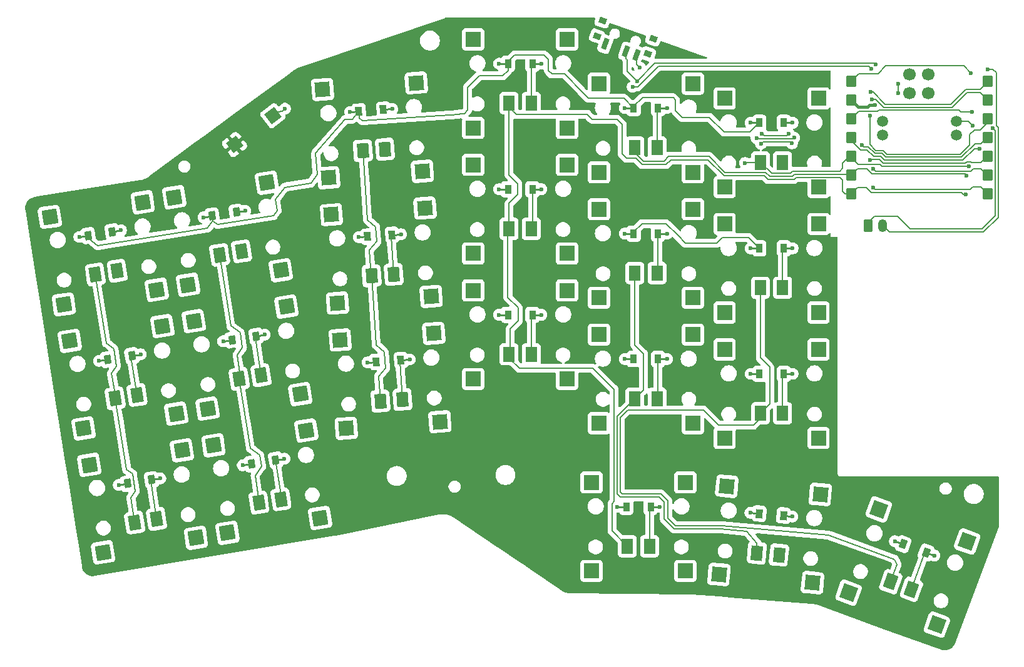
<source format=gbr>
%TF.GenerationSoftware,KiCad,Pcbnew,9.0.3*%
%TF.CreationDate,2025-12-01T13:17:09+01:00*%
%TF.ProjectId,reversible,72657665-7273-4696-926c-652e6b696361,v1.0.0*%
%TF.SameCoordinates,Original*%
%TF.FileFunction,Copper,L2,Bot*%
%TF.FilePolarity,Positive*%
%FSLAX46Y46*%
G04 Gerber Fmt 4.6, Leading zero omitted, Abs format (unit mm)*
G04 Created by KiCad (PCBNEW 9.0.3) date 2025-12-01 13:17:09*
%MOMM*%
%LPD*%
G01*
G04 APERTURE LIST*
G04 Aperture macros list*
%AMRoundRect*
0 Rectangle with rounded corners*
0 $1 Rounding radius*
0 $2 $3 $4 $5 $6 $7 $8 $9 X,Y pos of 4 corners*
0 Add a 4 corners polygon primitive as box body*
4,1,4,$2,$3,$4,$5,$6,$7,$8,$9,$2,$3,0*
0 Add four circle primitives for the rounded corners*
1,1,$1+$1,$2,$3*
1,1,$1+$1,$4,$5*
1,1,$1+$1,$6,$7*
1,1,$1+$1,$8,$9*
0 Add four rect primitives between the rounded corners*
20,1,$1+$1,$2,$3,$4,$5,0*
20,1,$1+$1,$4,$5,$6,$7,0*
20,1,$1+$1,$6,$7,$8,$9,0*
20,1,$1+$1,$8,$9,$2,$3,0*%
%AMRotRect*
0 Rectangle, with rotation*
0 The origin of the aperture is its center*
0 $1 length*
0 $2 width*
0 $3 Rotation angle, in degrees counterclockwise*
0 Add horizontal line*
21,1,$1,$2,0,0,$3*%
G04 Aperture macros list end*
%TA.AperFunction,ComponentPad*%
%ADD10C,1.400000*%
%TD*%
%TA.AperFunction,SMDPad,CuDef*%
%ADD11RotRect,1.550000X2.000000X9.000000*%
%TD*%
%TA.AperFunction,SMDPad,CuDef*%
%ADD12RotRect,2.000000X2.000000X9.000000*%
%TD*%
%TA.AperFunction,SMDPad,CuDef*%
%ADD13R,0.900000X1.200000*%
%TD*%
%TA.AperFunction,SMDPad,CuDef*%
%ADD14RotRect,0.900000X1.200000X355.000000*%
%TD*%
%TA.AperFunction,SMDPad,CuDef*%
%ADD15RotRect,1.000000X0.800000X340.600000*%
%TD*%
%TA.AperFunction,SMDPad,CuDef*%
%ADD16RotRect,0.700000X1.500000X340.600000*%
%TD*%
%TA.AperFunction,SMDPad,CuDef*%
%ADD17RotRect,0.900000X1.200000X4.000000*%
%TD*%
%TA.AperFunction,SMDPad,CuDef*%
%ADD18RotRect,1.700000X1.700000X37.000000*%
%TD*%
%TA.AperFunction,SMDPad,CuDef*%
%ADD19R,1.550000X2.000000*%
%TD*%
%TA.AperFunction,SMDPad,CuDef*%
%ADD20R,2.000000X2.000000*%
%TD*%
%TA.AperFunction,SMDPad,CuDef*%
%ADD21RotRect,1.550000X2.000000X4.000000*%
%TD*%
%TA.AperFunction,SMDPad,CuDef*%
%ADD22RotRect,2.000000X2.000000X4.000000*%
%TD*%
%TA.AperFunction,SMDPad,CuDef*%
%ADD23RotRect,0.900000X1.200000X9.000000*%
%TD*%
%TA.AperFunction,SMDPad,CuDef*%
%ADD24RotRect,0.900000X1.200000X340.000000*%
%TD*%
%TA.AperFunction,SMDPad,CuDef*%
%ADD25RotRect,1.550000X2.000000X340.000000*%
%TD*%
%TA.AperFunction,SMDPad,CuDef*%
%ADD26RotRect,2.000000X2.000000X340.000000*%
%TD*%
%TA.AperFunction,ComponentPad*%
%ADD27RoundRect,0.240000X-0.360000X-0.635000X0.360000X-0.635000X0.360000X0.635000X-0.360000X0.635000X0*%
%TD*%
%TA.AperFunction,ComponentPad*%
%ADD28O,1.200000X1.750000*%
%TD*%
%TA.AperFunction,SMDPad,CuDef*%
%ADD29RoundRect,0.130000X0.520000X0.632000X-0.520000X0.632000X-0.520000X-0.632000X0.520000X-0.632000X0*%
%TD*%
%TA.AperFunction,CastellatedPad*%
%ADD30C,1.500000*%
%TD*%
%TA.AperFunction,CastellatedPad*%
%ADD31C,1.700000*%
%TD*%
%TA.AperFunction,SMDPad,CuDef*%
%ADD32RotRect,1.550000X2.000000X355.000000*%
%TD*%
%TA.AperFunction,SMDPad,CuDef*%
%ADD33RotRect,2.000000X2.000000X355.000000*%
%TD*%
%TA.AperFunction,ViaPad*%
%ADD34C,0.600000*%
%TD*%
%TA.AperFunction,Conductor*%
%ADD35C,0.200000*%
%TD*%
%TA.AperFunction,Conductor*%
%ADD36C,0.250000*%
%TD*%
%TA.AperFunction,Conductor*%
%ADD37C,0.400000*%
%TD*%
G04 APERTURE END LIST*
D10*
%TO.P,CPG1316,1*%
%TO.N,P5*%
X117453732Y-98432169D03*
D11*
X117453732Y-98432169D03*
D10*
%TO.P,CPG1316,2*%
%TO.N,pinky_bottom*%
X120416798Y-97962875D03*
D11*
X120416798Y-97962875D03*
D12*
%TO.P,CPG1316,3*%
%TO.N,N/C*%
X113187497Y-102499635D03*
X111310285Y-90647376D03*
X125731137Y-100512924D03*
X123853925Y-88660665D03*
%TD*%
D13*
%TO.P,D15,1*%
%TO.N,P0*%
X168156960Y-44977558D03*
%TO.P,D15,2*%
%TO.N,index_top*%
X171456962Y-44977566D03*
%TD*%
D14*
%TO.P,D20,1*%
%TO.N,P3*%
X185138248Y-99902350D03*
%TO.P,D20,2*%
%TO.N,home_thumb*%
X188425694Y-100189964D03*
%TD*%
D15*
%TO.P,PWR1,*%
%TO.N,*%
X163203804Y-35233572D03*
X170089334Y-37658346D03*
X163937880Y-33149051D03*
X170823409Y-35573829D03*
D16*
%TO.P,PWR1,1*%
%TO.N,N/C*%
X164308409Y-36311689D03*
%TO.P,PWR1,2*%
%TO.N,RAW*%
X167138078Y-37308173D03*
%TO.P,PWR1,3*%
%TO.N,BAT_P*%
X168552918Y-37806412D03*
%TD*%
D13*
%TO.P,D12,1*%
%TO.N,P0*%
X151156961Y-38977556D03*
%TO.P,D12,2*%
%TO.N,middle_top*%
X154456963Y-38977564D03*
%TD*%
D17*
%TO.P,D8,1*%
%TO.N,P1*%
X132179413Y-62384082D03*
%TO.P,D8,2*%
%TO.N,ring_home*%
X135471363Y-62153886D03*
%TD*%
D18*
%TO.P,RST1,1*%
%TO.N,RST*%
X119346750Y-46014909D03*
%TO.P,RST1,2*%
%TO.N,GND*%
X114155618Y-49926708D03*
%TD*%
D10*
%TO.P,CPG1316,1*%
%TO.N,P8*%
X168306958Y-84327557D03*
D19*
X168306958Y-84327557D03*
D10*
%TO.P,CPG1316,2*%
%TO.N,index_bottom*%
X171306960Y-84327560D03*
D19*
X171306960Y-84327560D03*
D20*
%TO.P,CPG1316,3*%
%TO.N,N/C*%
X163456955Y-75677559D03*
X163456961Y-87677553D03*
X176156955Y-75677561D03*
X176156961Y-87677555D03*
%TD*%
D10*
%TO.P,CPG1316,1*%
%TO.N,P6*%
X131516375Y-50751994D03*
D21*
X131516375Y-50751994D03*
D10*
%TO.P,CPG1316,2*%
%TO.N,ring_top*%
X134509068Y-50542726D03*
D21*
X134509068Y-50542726D03*
D22*
%TO.P,CPG1316,3*%
%TO.N,N/C*%
X126911874Y-54432152D03*
X126074799Y-42461384D03*
X139580933Y-53546244D03*
X138743858Y-41575476D03*
%TD*%
D10*
%TO.P,CPG1316,1*%
%TO.N,P7*%
X167306959Y-104327557D03*
D19*
X167306959Y-104327557D03*
D10*
%TO.P,CPG1316,2*%
%TO.N,near_thumb*%
X170306961Y-104327560D03*
D19*
X170306961Y-104327560D03*
D20*
%TO.P,CPG1316,3*%
%TO.N,N/C*%
X162456956Y-95677559D03*
X162456962Y-107677553D03*
X175156956Y-95677561D03*
X175156962Y-107677555D03*
%TD*%
D23*
%TO.P,D2,1*%
%TO.N,P1*%
X97018566Y-79040183D03*
%TO.P,D2,2*%
%TO.N,outer_home*%
X100277936Y-78523953D03*
%TD*%
D13*
%TO.P,D11,1*%
%TO.N,P1*%
X151156961Y-55977553D03*
%TO.P,D11,2*%
%TO.N,middle_home*%
X154456963Y-55977561D03*
%TD*%
%TO.P,D13,1*%
%TO.N,P2*%
X168156962Y-78977552D03*
%TO.P,D13,2*%
%TO.N,index_bottom*%
X171456964Y-78977560D03*
%TD*%
%TO.P,D10,1*%
%TO.N,P2*%
X151156958Y-72977555D03*
%TO.P,D10,2*%
%TO.N,middle_bottom*%
X154456960Y-72977563D03*
%TD*%
D10*
%TO.P,CPG1316,1*%
%TO.N,P4*%
X98003645Y-84300844D03*
D11*
X98003645Y-84300844D03*
D10*
%TO.P,CPG1316,2*%
%TO.N,outer_home*%
X100966711Y-83831550D03*
D11*
X100966711Y-83831550D03*
D12*
%TO.P,CPG1316,3*%
%TO.N,N/C*%
X93737410Y-88368310D03*
X91860198Y-76516051D03*
X106281050Y-86381599D03*
X104403838Y-74529340D03*
%TD*%
D23*
%TO.P,D6,1*%
%TO.N,P0*%
X111149881Y-59590092D03*
%TO.P,D6,2*%
%TO.N,pinky_top*%
X114409251Y-59073862D03*
%TD*%
D10*
%TO.P,CPG1316,1*%
%TO.N,P9*%
X185306963Y-52327560D03*
D19*
X185306963Y-52327560D03*
D10*
%TO.P,CPG1316,2*%
%TO.N,inner_top*%
X188306965Y-52327563D03*
D19*
X188306965Y-52327563D03*
D20*
%TO.P,CPG1316,3*%
%TO.N,N/C*%
X180456960Y-43677562D03*
X180456966Y-55677556D03*
X193156960Y-43677564D03*
X193156966Y-55677558D03*
%TD*%
D24*
%TO.P,D21,1*%
%TO.N,P3*%
X204611929Y-104045758D03*
%TO.P,D21,2*%
%TO.N,far_thumb*%
X207712915Y-105174422D03*
%TD*%
D13*
%TO.P,D19,1*%
%TO.N,P3*%
X167156962Y-98977551D03*
%TO.P,D19,2*%
%TO.N,near_thumb*%
X170456964Y-98977559D03*
%TD*%
D23*
%TO.P,D5,1*%
%TO.N,P1*%
X113809270Y-76380798D03*
%TO.P,D5,2*%
%TO.N,pinky_home*%
X117068640Y-75864568D03*
%TD*%
D10*
%TO.P,CPG1316,1*%
%TO.N,P6*%
X132702241Y-67710581D03*
D21*
X132702241Y-67710581D03*
D10*
%TO.P,CPG1316,2*%
%TO.N,ring_home*%
X135694934Y-67501313D03*
D21*
X135694934Y-67501313D03*
D22*
%TO.P,CPG1316,3*%
%TO.N,N/C*%
X128097740Y-71390739D03*
X127260665Y-59419971D03*
X140766799Y-70504831D03*
X139929724Y-58534063D03*
%TD*%
D13*
%TO.P,D17,1*%
%TO.N,P1*%
X185156956Y-63977553D03*
%TO.P,D17,2*%
%TO.N,inner_home*%
X188456958Y-63977561D03*
%TD*%
D10*
%TO.P,CPG1316,1*%
%TO.N,P6*%
X133888098Y-84669172D03*
D21*
X133888098Y-84669172D03*
D10*
%TO.P,CPG1316,2*%
%TO.N,ring_bottom*%
X136880791Y-84459904D03*
D21*
X136880791Y-84459904D03*
D22*
%TO.P,CPG1316,3*%
%TO.N,N/C*%
X129283597Y-88349330D03*
X128446522Y-76378562D03*
X141952656Y-87463422D03*
X141115581Y-75492654D03*
%TD*%
D10*
%TO.P,CPG1316,1*%
%TO.N,P8*%
X168306963Y-50327553D03*
D19*
X168306963Y-50327553D03*
D10*
%TO.P,CPG1316,2*%
%TO.N,index_top*%
X171306965Y-50327556D03*
D19*
X171306965Y-50327556D03*
D20*
%TO.P,CPG1316,3*%
%TO.N,N/C*%
X163456960Y-41677555D03*
X163456966Y-53677549D03*
X176156960Y-41677557D03*
X176156966Y-53677551D03*
%TD*%
D10*
%TO.P,CPG1316,1*%
%TO.N,P7*%
X151306958Y-61327556D03*
D19*
X151306958Y-61327556D03*
D10*
%TO.P,CPG1316,2*%
%TO.N,middle_home*%
X154306960Y-61327559D03*
D19*
X154306960Y-61327559D03*
D20*
%TO.P,CPG1316,3*%
%TO.N,N/C*%
X146456955Y-52677558D03*
X146456961Y-64677552D03*
X159156955Y-52677560D03*
X159156961Y-64677554D03*
%TD*%
D10*
%TO.P,CPG1316,1*%
%TO.N,P9*%
X185306961Y-69327558D03*
D19*
X185306961Y-69327558D03*
D10*
%TO.P,CPG1316,2*%
%TO.N,inner_home*%
X188306963Y-69327561D03*
D19*
X188306963Y-69327561D03*
D20*
%TO.P,CPG1316,3*%
%TO.N,N/C*%
X180456958Y-60677560D03*
X180456964Y-72677554D03*
X193156958Y-60677562D03*
X193156964Y-72677556D03*
%TD*%
D10*
%TO.P,CPG1316,1*%
%TO.N,P8*%
X168306956Y-67327559D03*
D19*
X168306956Y-67327559D03*
D10*
%TO.P,CPG1316,2*%
%TO.N,index_home*%
X171306958Y-67327562D03*
D19*
X171306958Y-67327562D03*
D20*
%TO.P,CPG1316,3*%
%TO.N,N/C*%
X163456953Y-58677561D03*
X163456959Y-70677555D03*
X176156953Y-58677563D03*
X176156959Y-70677557D03*
%TD*%
D17*
%TO.P,D7,1*%
%TO.N,P2*%
X133365270Y-79342667D03*
%TO.P,D7,2*%
%TO.N,ring_bottom*%
X136657220Y-79112471D03*
%TD*%
D23*
%TO.P,D3,1*%
%TO.N,P0*%
X94359179Y-62249477D03*
%TO.P,D3,2*%
%TO.N,outer_top*%
X97618549Y-61733247D03*
%TD*%
D10*
%TO.P,CPG1316,1*%
%TO.N,P4*%
X95344257Y-67510144D03*
D11*
X95344257Y-67510144D03*
D10*
%TO.P,CPG1316,2*%
%TO.N,outer_top*%
X98307323Y-67040850D03*
D11*
X98307323Y-67040850D03*
D12*
%TO.P,CPG1316,3*%
%TO.N,N/C*%
X91078022Y-71577610D03*
X89200810Y-59725351D03*
X103621662Y-69590899D03*
X101744450Y-57738640D03*
%TD*%
D23*
%TO.P,D4,1*%
%TO.N,P2*%
X116468655Y-93171501D03*
%TO.P,D4,2*%
%TO.N,pinky_bottom*%
X119728025Y-92655271D03*
%TD*%
D10*
%TO.P,CPG1316,1*%
%TO.N,P7*%
X151306964Y-44327561D03*
D19*
X151306964Y-44327561D03*
D10*
%TO.P,CPG1316,2*%
%TO.N,middle_top*%
X154306966Y-44327564D03*
D19*
X154306966Y-44327564D03*
D20*
%TO.P,CPG1316,3*%
%TO.N,N/C*%
X146456961Y-35677563D03*
X146456967Y-47677557D03*
X159156961Y-35677565D03*
X159156967Y-47677559D03*
%TD*%
D13*
%TO.P,D16,1*%
%TO.N,P2*%
X185156960Y-80977549D03*
%TO.P,D16,2*%
%TO.N,inner_bottom*%
X188456962Y-80977557D03*
%TD*%
%TO.P,D14,1*%
%TO.N,P1*%
X168156963Y-61977550D03*
%TO.P,D14,2*%
%TO.N,index_home*%
X171456965Y-61977558D03*
%TD*%
D23*
%TO.P,D1,1*%
%TO.N,P2*%
X99677951Y-95830885D03*
%TO.P,D1,2*%
%TO.N,outer_bottom*%
X102937321Y-95314655D03*
%TD*%
D10*
%TO.P,CPG1316,1*%
%TO.N,P9*%
X185306961Y-86327555D03*
D19*
X185306961Y-86327555D03*
D10*
%TO.P,CPG1316,2*%
%TO.N,inner_bottom*%
X188306963Y-86327558D03*
D19*
X188306963Y-86327558D03*
D20*
%TO.P,CPG1316,3*%
%TO.N,N/C*%
X180456958Y-77677557D03*
X180456964Y-89677551D03*
X193156958Y-77677559D03*
X193156964Y-89677553D03*
%TD*%
D10*
%TO.P,CPG1316,1*%
%TO.N,P5*%
X112134958Y-64850752D03*
D11*
X112134958Y-64850752D03*
D10*
%TO.P,CPG1316,2*%
%TO.N,pinky_top*%
X115098024Y-64381458D03*
D11*
X115098024Y-64381458D03*
D12*
%TO.P,CPG1316,3*%
%TO.N,N/C*%
X107868723Y-68918218D03*
X105991511Y-57065959D03*
X120412363Y-66931507D03*
X118535151Y-55079248D03*
%TD*%
D10*
%TO.P,CPG1316,1*%
%TO.N,P9*%
X202923078Y-109124424D03*
D25*
X202923078Y-109124424D03*
D10*
%TO.P,CPG1316,2*%
%TO.N,far_thumb*%
X205742156Y-110150483D03*
D25*
X205742156Y-110150483D03*
D26*
%TO.P,CPG1316,3*%
%TO.N,N/C*%
X201324041Y-99337287D03*
X197219799Y-110613603D03*
X213258137Y-103680941D03*
X209153895Y-114957257D03*
%TD*%
D13*
%TO.P,D18,1*%
%TO.N,P0*%
X185156963Y-46977553D03*
%TO.P,D18,2*%
%TO.N,inner_top*%
X188456965Y-46977561D03*
%TD*%
D17*
%TO.P,D9,1*%
%TO.N,P0*%
X130993558Y-45425491D03*
%TO.P,D9,2*%
%TO.N,ring_top*%
X134285508Y-45195295D03*
%TD*%
D27*
%TO.P,JST1,1*%
%TO.N,GND*%
X199830002Y-60870000D03*
D28*
%TO.P,JST1,2*%
%TO.N,BAT_P*%
X201829996Y-60869996D03*
%TD*%
D10*
%TO.P,CPG1316,1*%
%TO.N,P7*%
X151306962Y-78327558D03*
D19*
X151306962Y-78327558D03*
D10*
%TO.P,CPG1316,2*%
%TO.N,middle_bottom*%
X154306964Y-78327561D03*
D19*
X154306964Y-78327561D03*
D20*
%TO.P,CPG1316,3*%
%TO.N,N/C*%
X146456959Y-69677560D03*
X146456965Y-81677554D03*
X159156959Y-69677562D03*
X159156965Y-81677556D03*
%TD*%
D29*
%TO.P,XIAOBLE,1*%
%TO.N,VCC5*%
X197606958Y-41357558D03*
%TO.P,XIAOBLE,2*%
%TO.N,GND*%
X197606959Y-43897560D03*
%TO.P,XIAOBLE,3*%
%TO.N,VCC33*%
X197606960Y-46437558D03*
%TO.P,XIAOBLE,4*%
%TO.N,P10*%
X197606959Y-48977558D03*
%TO.P,XIAOBLE,5*%
%TO.N,P9*%
X197606958Y-51517558D03*
%TO.P,XIAOBLE,6*%
%TO.N,P8*%
X197606960Y-54057557D03*
%TO.P,XIAOBLE,7*%
%TO.N,P7*%
X197606958Y-56597557D03*
%TO.P,XIAOBLE,8*%
%TO.N,P6*%
X216006962Y-56597558D03*
%TO.P,XIAOBLE,9*%
%TO.N,P5*%
X216006961Y-54057556D03*
%TO.P,XIAOBLE,10*%
%TO.N,P4*%
X216006960Y-51517558D03*
%TO.P,XIAOBLE,11*%
%TO.N,P3*%
X216006961Y-48977558D03*
%TO.P,XIAOBLE,12*%
%TO.N,P2*%
X216006962Y-46437558D03*
%TO.P,XIAOBLE,13*%
%TO.N,P1*%
X216006960Y-43897559D03*
%TO.P,XIAOBLE,14*%
%TO.N,P0*%
X216006962Y-41357559D03*
D30*
%TO.P,XIAOBLE,15*%
%TO.N,RAW*%
X201806959Y-48664057D03*
X211806959Y-48664061D03*
%TO.P,XIAOBLE,16*%
%TO.N,GND*%
X201806960Y-46759057D03*
X211806961Y-46759058D03*
D31*
%TO.P,XIAOBLE,19*%
%TO.N,DIO*%
X205481959Y-40409057D03*
%TO.P,XIAOBLE,20*%
%TO.N,CLK*%
X208021961Y-40409057D03*
%TO.P,XIAOBLE,21*%
%TO.N,RST*%
X205481959Y-42949057D03*
%TO.P,XIAOBLE,22*%
%TO.N,GND*%
X208021960Y-42949059D03*
%TD*%
D10*
%TO.P,CPG1316,1*%
%TO.N,P4*%
X100663033Y-101091549D03*
D11*
X100663033Y-101091549D03*
D10*
%TO.P,CPG1316,2*%
%TO.N,outer_bottom*%
X103626099Y-100622255D03*
D11*
X103626099Y-100622255D03*
D12*
%TO.P,CPG1316,3*%
%TO.N,N/C*%
X96396798Y-105159015D03*
X94519586Y-93306756D03*
X108940438Y-103172304D03*
X107063226Y-91320045D03*
%TD*%
D10*
%TO.P,CPG1316,1*%
%TO.N,P5*%
X114794352Y-81641458D03*
D11*
X114794352Y-81641458D03*
D10*
%TO.P,CPG1316,2*%
%TO.N,pinky_home*%
X117757418Y-81172164D03*
D11*
X117757418Y-81172164D03*
D12*
%TO.P,CPG1316,3*%
%TO.N,N/C*%
X110528117Y-85708924D03*
X108650905Y-73856665D03*
X123071757Y-83722213D03*
X121194545Y-71869954D03*
%TD*%
D10*
%TO.P,CPG1316,1*%
%TO.N,P8*%
X184821389Y-105245064D03*
D32*
X184821389Y-105245064D03*
D10*
%TO.P,CPG1316,2*%
%TO.N,home_thumb*%
X187809976Y-105506530D03*
D32*
X187809976Y-105506530D03*
D33*
%TO.P,CPG1316,3*%
%TO.N,N/C*%
X180743746Y-96205279D03*
X179697878Y-108159615D03*
X193395420Y-97312151D03*
X192349552Y-109266487D03*
%TD*%
D34*
%TO.N,P4*%
X189145001Y-48474999D03*
X200150000Y-51980000D03*
X185519998Y-48460000D03*
%TO.N,outer_bottom*%
X104122550Y-95126937D03*
%TO.N,outer_home*%
X101463163Y-78336230D03*
%TO.N,outer_top*%
X98803774Y-61545527D03*
%TO.N,P5*%
X189859995Y-48999999D03*
X184789997Y-49069997D03*
X200545001Y-53204999D03*
%TO.N,pinky_bottom*%
X120913255Y-92467544D03*
%TO.N,pinky_home*%
X118253868Y-75676842D03*
%TO.N,pinky_top*%
X115594474Y-58886142D03*
%TO.N,P6*%
X200560001Y-55770000D03*
X185370001Y-49810001D03*
X189570002Y-49749997D03*
%TO.N,ring_bottom*%
X137854309Y-79028766D03*
%TO.N,ring_home*%
X136668448Y-62070174D03*
%TO.N,ring_top*%
X135482582Y-45111589D03*
%TO.N,P7*%
X213120001Y-56669998D03*
%TO.N,middle_bottom*%
X155656963Y-72977558D03*
%TO.N,middle_home*%
X155656960Y-55977562D03*
%TO.N,middle_top*%
X155656963Y-38977560D03*
%TO.N,P8*%
X213190000Y-54119996D03*
%TO.N,index_bottom*%
X172656962Y-78977558D03*
%TO.N,index_home*%
X172656958Y-61977556D03*
%TO.N,index_top*%
X172656960Y-44977561D03*
%TO.N,P9*%
X183220000Y-52419998D03*
X213479999Y-52880000D03*
%TO.N,inner_bottom*%
X189656959Y-80977552D03*
%TO.N,inner_home*%
X189656962Y-63977555D03*
%TO.N,inner_top*%
X189656965Y-46977556D03*
%TO.N,near_thumb*%
X171656964Y-98977557D03*
%TO.N,home_thumb*%
X189621121Y-100294548D03*
%TO.N,far_thumb*%
X208840552Y-105584849D03*
%TO.N,P2*%
X98492723Y-96018604D03*
X132168189Y-79426377D03*
X149956960Y-72977562D03*
X183956961Y-80977565D03*
X200109998Y-46039999D03*
X166956958Y-78977558D03*
X115283424Y-93359218D03*
%TO.N,P1*%
X112624038Y-76568521D03*
X130982330Y-62467795D03*
X200380000Y-43779998D03*
X95833336Y-79227907D03*
X183956963Y-63977555D03*
X166956963Y-61977562D03*
X149956959Y-55977561D03*
%TO.N,P0*%
X149956958Y-38977561D03*
X109964654Y-59777816D03*
X93173953Y-62437199D03*
X200210001Y-42829998D03*
X129796473Y-45509195D03*
X166956960Y-44977556D03*
X183956957Y-46977559D03*
%TO.N,P3*%
X203484302Y-103635334D03*
X199060000Y-50019999D03*
X183942819Y-99797763D03*
X165956966Y-98977558D03*
%TO.N,GND*%
X130410000Y-65170000D03*
X134129997Y-59530001D03*
X203950001Y-41659999D03*
X169090000Y-87430000D03*
X154020000Y-63489998D03*
X171789998Y-76419999D03*
X134800001Y-52689998D03*
X148939999Y-47060000D03*
X135620000Y-47950002D03*
X165910000Y-64879999D03*
X104730000Y-92830001D03*
X132820000Y-40720000D03*
X137250001Y-64140001D03*
X148349999Y-61929999D03*
X169949998Y-64880001D03*
X169380000Y-48230000D03*
X162299999Y-90410000D03*
X129980000Y-69769999D03*
X203949999Y-42989999D03*
X141400000Y-44730000D03*
X105120000Y-98029999D03*
X173599999Y-48299999D03*
X173530000Y-64950000D03*
X115765132Y-48809258D03*
X121119998Y-53150001D03*
X154170000Y-69749999D03*
X156399997Y-58050001D03*
X148870000Y-58799999D03*
X135330000Y-69839998D03*
X116920000Y-58109999D03*
X130229999Y-59990000D03*
X216720000Y-47740004D03*
X149429999Y-76400000D03*
X183840000Y-41459999D03*
X137490000Y-48509999D03*
X108670000Y-59800000D03*
X170869999Y-54319999D03*
X200820002Y-44550000D03*
X121779999Y-57070001D03*
X181960000Y-50280001D03*
X143080000Y-41090000D03*
X182240000Y-66579999D03*
X214009999Y-47350000D03*
X148759999Y-44050001D03*
X156630001Y-75839999D03*
X169880000Y-70199998D03*
X171079999Y-59460001D03*
X190499999Y-44650002D03*
X129630002Y-48440001D03*
X154040001Y-47949999D03*
%TO.N,RST*%
X120978674Y-45070744D03*
%TO.N,RAW*%
X200879999Y-39040000D03*
X168610002Y-41330001D03*
%TO.N,BAT_P*%
X168010000Y-42110000D03*
X169010000Y-39530000D03*
X216049999Y-39720001D03*
X200320001Y-39650000D03*
%TO.N,P10*%
X214910000Y-50479999D03*
%TO.N,VCC33*%
X213890000Y-45469999D03*
%TO.N,VCC5*%
X213789998Y-40239999D03*
%TD*%
D35*
%TO.N,P4*%
X95344256Y-67510153D02*
X96820276Y-76829369D01*
X100663028Y-101091554D02*
X100130583Y-97729843D01*
X99572936Y-93950042D02*
X98049983Y-84334509D01*
X97486004Y-77321785D02*
X97829242Y-77571162D01*
X100130583Y-97729843D02*
X100737819Y-96894060D01*
X97829242Y-77571162D02*
X98204684Y-79941618D01*
X201399996Y-51959999D02*
X201917155Y-52477159D01*
X200280000Y-51959999D02*
X201399996Y-51959999D01*
X188880002Y-48740002D02*
X185799998Y-48739997D01*
X96820276Y-76829369D02*
X97484443Y-77311915D01*
X213034314Y-52477158D02*
X213251470Y-52259999D01*
X97484443Y-77311915D02*
X97486004Y-77321785D01*
X213251470Y-52259999D02*
X213719999Y-52260001D01*
X185799998Y-48739997D02*
X185519998Y-48460000D01*
X213850002Y-52389999D02*
X215134522Y-52390000D01*
X97539684Y-80856912D02*
X98070564Y-84208741D01*
X200260000Y-51980000D02*
X200280000Y-51959999D01*
X100362378Y-94523608D02*
X99572936Y-93950042D01*
X100737819Y-96894060D02*
X100362378Y-94523608D01*
X189145001Y-48474999D02*
X188880002Y-48740002D01*
X201917155Y-52477159D02*
X213034314Y-52477158D01*
X215134522Y-52390000D02*
X216006961Y-51517558D01*
X98204684Y-79941618D02*
X97539684Y-80856912D01*
X200150000Y-51980000D02*
X200260000Y-51980000D01*
X213719999Y-52260001D02*
X213850002Y-52389999D01*
%TO.N,outer_bottom*%
X103626093Y-100622255D02*
X102812637Y-95486269D01*
D36*
X104122550Y-95126937D02*
X102937324Y-95314651D01*
D35*
%TO.N,outer_home*%
X100966711Y-83831552D02*
X100153253Y-78695560D01*
D36*
X101463163Y-78336230D02*
X100277937Y-78523952D01*
%TO.N,outer_top*%
X98803774Y-61545527D02*
X97618550Y-61733253D01*
D35*
%TO.N,P5*%
X115236141Y-77395970D02*
X114504642Y-78402797D01*
X112134964Y-64850767D02*
X113661035Y-74486045D01*
X113661035Y-74486045D02*
X114920148Y-75400844D01*
X114504642Y-78402797D02*
X114977641Y-81389179D01*
X114794352Y-81641471D02*
X116282878Y-91039696D01*
X114920148Y-75400844D02*
X115236141Y-77395970D01*
X214119998Y-53180000D02*
X213780005Y-53519996D01*
X184859999Y-49140002D02*
X189719997Y-49140004D01*
X116942348Y-94752746D02*
X117512335Y-98351504D01*
X117576313Y-91979431D02*
X117823475Y-93539977D01*
X116282878Y-91039696D02*
X117576313Y-91979431D01*
X216006961Y-54057559D02*
X215129400Y-53180001D01*
X215129400Y-53180001D02*
X214119998Y-53180000D01*
X200860003Y-53520003D02*
X200545001Y-53204999D01*
X117823475Y-93539977D02*
X116942348Y-94752746D01*
X189719997Y-49140004D02*
X189859995Y-48999999D01*
X184789997Y-49069997D02*
X184859999Y-49140002D01*
X213780005Y-53519996D02*
X200860003Y-53520003D01*
%TO.N,pinky_bottom*%
X120541487Y-97791251D02*
X119728025Y-92655270D01*
D36*
X120913255Y-92467544D02*
X119728022Y-92655268D01*
D35*
%TO.N,pinky_home*%
X117757416Y-81172168D02*
X116943954Y-76036176D01*
D36*
X118253868Y-75676842D02*
X117068638Y-75864567D01*
%TO.N,pinky_top*%
X115594474Y-58886142D02*
X114409249Y-59073866D01*
D35*
%TO.N,P6*%
X133888100Y-84669170D02*
X133651056Y-81279233D01*
X200810000Y-56019999D02*
X213650001Y-56019999D01*
X133360274Y-77120848D02*
X132702246Y-67710584D01*
X189360000Y-49539999D02*
X185640004Y-49539997D01*
X131516375Y-50752001D02*
X132171617Y-60122358D01*
X132632086Y-67649599D02*
X132393048Y-64231193D01*
X133651056Y-81279233D02*
X134582819Y-80207359D01*
X185640004Y-49539997D02*
X185370001Y-49810001D01*
X200560001Y-55770000D02*
X200810000Y-56019999D01*
X134432148Y-78052614D02*
X133360274Y-77120848D01*
X213650001Y-56019999D02*
X214010001Y-55660000D01*
X134582819Y-80207359D02*
X134432148Y-78052614D01*
X133264845Y-61072682D02*
X133404348Y-63067813D01*
X215069404Y-55659999D02*
X216006961Y-56597558D01*
X132171617Y-60122358D02*
X133264845Y-61072682D01*
X214010001Y-55660000D02*
X215069404Y-55659999D01*
X189570002Y-49749997D02*
X189360000Y-49539999D01*
X133404348Y-63067813D02*
X132393048Y-64231193D01*
%TO.N,ring_bottom*%
X136880800Y-84459906D02*
X136518057Y-79272557D01*
D36*
X137854309Y-79028766D02*
X136657233Y-79112474D01*
D35*
%TO.N,ring_home*%
X135694937Y-67501314D02*
X135332200Y-62313974D01*
D36*
X136668448Y-62070174D02*
X135471368Y-62153888D01*
%TO.N,ring_top*%
X135482582Y-45111589D02*
X134285508Y-45195292D01*
D35*
%TO.N,P7*%
X166610002Y-47210000D02*
X166609999Y-51189998D01*
X151306963Y-44327554D02*
X151306961Y-54046956D01*
X199629999Y-55750000D02*
X198454519Y-55750001D01*
X152480004Y-56720001D02*
X151306965Y-57893040D01*
X196089996Y-54370000D02*
X196419999Y-54699999D01*
X169269998Y-52620002D02*
X172550000Y-52620005D01*
X151306959Y-78836961D02*
X152710000Y-80240000D01*
X185774996Y-54115000D02*
X186309999Y-54649998D01*
X198454519Y-55750001D02*
X197606962Y-56597560D01*
X152270003Y-45840002D02*
X161880001Y-45839998D01*
X165519997Y-98275000D02*
X165215001Y-98579999D01*
X168430001Y-51780002D02*
X169269998Y-52620002D01*
X172550000Y-52620005D02*
X173179996Y-51990000D01*
X213120001Y-56669998D02*
X212759998Y-56670000D01*
X199630001Y-55760002D02*
X199629999Y-55750000D01*
X165215000Y-102235591D02*
X167306959Y-104327560D01*
X173179996Y-51990000D02*
X178234998Y-51989998D01*
X202260001Y-56430000D02*
X200300001Y-56429998D01*
X151306961Y-54046956D02*
X152480004Y-55219998D01*
X152480004Y-55219998D02*
X152480004Y-56720001D01*
X165519993Y-83110001D02*
X165519997Y-98275000D01*
X151470000Y-74860006D02*
X152510000Y-73820004D01*
X196419999Y-54699999D02*
X196419999Y-56259999D01*
X197606962Y-56597560D02*
X196757568Y-56597559D01*
X196757568Y-56597559D02*
X196757565Y-56597562D01*
X202270000Y-56420001D02*
X202260001Y-56430000D01*
X152510003Y-72009998D02*
X151139994Y-70640001D01*
X212759998Y-56670000D02*
X212510000Y-56419999D01*
X161880001Y-45839998D02*
X162530002Y-46489996D01*
X178234998Y-51989998D02*
X180360001Y-54114998D01*
X200300001Y-56429998D02*
X199630001Y-55760002D01*
X196419999Y-56259999D02*
X196757565Y-56597562D01*
X190129998Y-54370004D02*
X196089996Y-54370000D01*
X186309999Y-54649998D02*
X189849995Y-54650003D01*
X166609999Y-51189998D02*
X167200002Y-51779996D01*
X152510000Y-73820004D02*
X152510003Y-72009998D01*
X212510000Y-56419999D02*
X202270000Y-56420001D01*
X151139994Y-70640001D02*
X151139999Y-61494521D01*
X152710000Y-80240000D02*
X162649998Y-80239994D01*
X167200002Y-51779996D02*
X168430001Y-51780002D01*
X180360001Y-54114998D02*
X185774996Y-54115000D01*
X189849995Y-54650003D02*
X190129998Y-54370004D01*
X151306965Y-57893040D02*
X151306957Y-61327556D01*
X151470000Y-78164528D02*
X151470000Y-74860006D01*
X165215001Y-98579999D02*
X165215000Y-102235591D01*
X162530002Y-46489996D02*
X165890003Y-46490000D01*
X151306966Y-44876966D02*
X152270003Y-45840002D01*
X165890003Y-46490000D02*
X166610002Y-47210000D01*
X162649998Y-80239994D02*
X165519993Y-83110001D01*
D36*
%TO.N,middle_bottom*%
X155656963Y-72977558D02*
X154456962Y-72977556D01*
D35*
X154306958Y-78327557D02*
X154306959Y-73127561D01*
%TO.N,middle_home*%
X154456960Y-61177557D02*
X154456959Y-55977555D01*
D36*
X155656960Y-55977562D02*
X154456959Y-55977555D01*
%TO.N,middle_top*%
X155656963Y-38977560D02*
X154456955Y-38977563D01*
D35*
X154306962Y-44327563D02*
X154306963Y-39127560D01*
%TO.N,P8*%
X189869995Y-53969999D02*
X197519399Y-53969996D01*
X212990003Y-53919998D02*
X213190000Y-54119996D01*
X183479111Y-102296859D02*
X184821390Y-103896514D01*
X172890000Y-51539992D02*
X172269995Y-52160001D01*
X200411466Y-53919997D02*
X212990003Y-53919998D01*
X172300003Y-100635692D02*
X173649441Y-101985130D01*
X168306958Y-84327555D02*
X165929997Y-86704517D01*
X171609999Y-97669997D02*
X172300002Y-98359995D01*
X172300005Y-100550001D02*
X172300003Y-100635692D01*
X168306961Y-77086963D02*
X169470001Y-78250002D01*
X180519996Y-53680000D02*
X178379998Y-51540004D01*
X165929997Y-86704517D02*
X165929997Y-97249995D01*
X197606961Y-54057560D02*
X198464520Y-53199999D01*
X198464520Y-53199999D02*
X199691470Y-53200001D01*
X172269995Y-52160001D02*
X169500000Y-52159998D01*
X166349998Y-97670004D02*
X171609999Y-97669997D01*
X189609998Y-54229999D02*
X186559999Y-54229999D01*
X178379998Y-51540004D02*
X172890000Y-51539992D01*
X169500000Y-52159998D02*
X168306960Y-50966961D01*
X184821390Y-103896514D02*
X184821388Y-105245065D01*
X189869995Y-53969999D02*
X189609998Y-54229999D01*
X169470001Y-78250002D02*
X169469997Y-83164515D01*
X179916045Y-101985130D02*
X183479111Y-102296859D01*
X186009998Y-53680002D02*
X180519996Y-53680000D01*
X169469997Y-83164515D02*
X168306958Y-84327559D01*
X199691470Y-53200001D02*
X200411466Y-53919997D01*
X172300002Y-98359995D02*
X172300005Y-100550001D01*
X168306960Y-67327554D02*
X168306961Y-77086963D01*
X186559999Y-54229999D02*
X186009998Y-53680002D01*
X165929997Y-97249995D02*
X166349998Y-97670004D01*
X173649441Y-101985130D02*
X179916045Y-101985130D01*
D36*
%TO.N,index_bottom*%
X172656962Y-78977558D02*
X171456960Y-78977555D01*
D35*
X171456963Y-84177558D02*
X171456960Y-78977555D01*
%TO.N,index_home*%
X171456961Y-67177555D02*
X171456963Y-61977560D01*
D36*
X172656958Y-61977556D02*
X171456963Y-61977560D01*
%TO.N,index_top*%
X172656960Y-44977561D02*
X171456959Y-44977557D01*
D35*
X171306962Y-50327559D02*
X171306962Y-45127549D01*
%TO.N,P9*%
X166330001Y-86900002D02*
X167359998Y-85870002D01*
X183220000Y-52419998D02*
X183312441Y-52327562D01*
X186809404Y-53830001D02*
X185306961Y-52327559D01*
X185306964Y-69327552D02*
X185306965Y-78816964D01*
X166330000Y-97020005D02*
X166569995Y-97260001D01*
X186560002Y-85074509D02*
X185306970Y-86327562D01*
X185306962Y-86983039D02*
X184360005Y-87929994D01*
X172750004Y-100520001D02*
X173815127Y-101585130D01*
X198500000Y-52579999D02*
X201449999Y-52580001D01*
X203466468Y-106087492D02*
X203782082Y-106764324D01*
X203782082Y-106764324D02*
X202923074Y-109124419D01*
X186560001Y-80070006D02*
X186560002Y-85074509D01*
X183312441Y-52327562D02*
X185306961Y-52327559D01*
X196029999Y-53530004D02*
X189660000Y-53529999D01*
X201449999Y-52580001D02*
X201750000Y-52880002D01*
X194506206Y-102849760D02*
X194673588Y-102887141D01*
X166569995Y-97260001D02*
X171870001Y-97259998D01*
X184360005Y-87929994D02*
X179640005Y-87930002D01*
X197606960Y-51686959D02*
X198500000Y-52579999D01*
X166330001Y-86900002D02*
X166330000Y-97020005D01*
X196420003Y-53140001D02*
X196029999Y-53530004D01*
X196420001Y-52440003D02*
X196420003Y-53140001D01*
X171870001Y-97259998D02*
X172750001Y-98140003D01*
X194673588Y-102887141D02*
X203466468Y-106087492D01*
X172750001Y-98140003D02*
X172750004Y-100520001D01*
X201750000Y-52880002D02*
X213479999Y-52880000D01*
X180051422Y-101585132D02*
X194506206Y-102849760D01*
X189660000Y-53529999D02*
X189359999Y-53829999D01*
X185306965Y-78816964D02*
X186560001Y-80070006D01*
X173815127Y-101585130D02*
X180051422Y-101585132D01*
X177580001Y-85870001D02*
X167359998Y-85870002D01*
X179640005Y-87930002D02*
X177580001Y-85870001D01*
X189359999Y-53829999D02*
X186809404Y-53830001D01*
X197342445Y-51517558D02*
X196420001Y-52440003D01*
%TO.N,inner_bottom*%
X188306959Y-86327557D02*
X188306963Y-81127549D01*
D36*
X189656959Y-80977552D02*
X188456959Y-80977569D01*
D35*
%TO.N,inner_home*%
X188306960Y-69327555D02*
X188306963Y-64127557D01*
D36*
X189656962Y-63977555D02*
X188456959Y-63977561D01*
%TO.N,inner_top*%
X189656965Y-46977556D02*
X188456963Y-46977555D01*
D35*
%TO.N,near_thumb*%
X170306957Y-104327556D02*
X170306961Y-99127554D01*
D36*
X171656964Y-98977557D02*
X170456964Y-98977558D01*
%TO.N,home_thumb*%
X189621121Y-100294548D02*
X188425688Y-100189968D01*
D35*
%TO.N,far_thumb*%
X205742158Y-110150483D02*
X207520664Y-105264068D01*
D36*
X208840552Y-105584849D02*
X207712920Y-105174422D01*
D35*
%TO.N,P2*%
X200109998Y-46039999D02*
X200110000Y-49904314D01*
D36*
X149956960Y-72977562D02*
X151156960Y-72977555D01*
X183956961Y-80977565D02*
X185156961Y-80977556D01*
X132168189Y-79426377D02*
X133365271Y-79342669D01*
D35*
X200927842Y-50722157D02*
X201912157Y-50722157D01*
X213579998Y-48570000D02*
X214229999Y-47920000D01*
D36*
X115283424Y-93359218D02*
X116468654Y-93171497D01*
D35*
X202419999Y-51230001D02*
X212358628Y-51230000D01*
X201912157Y-50722157D02*
X202419999Y-51230001D01*
X214229999Y-47920000D02*
X215060001Y-47920000D01*
X215060001Y-47920000D02*
X216006961Y-46973037D01*
X212358628Y-51230000D02*
X213580002Y-50008627D01*
X200110000Y-49904314D02*
X200927842Y-50722157D01*
D36*
X98492723Y-96018604D02*
X99677955Y-95830882D01*
X166956958Y-78977558D02*
X168156961Y-78977558D01*
D35*
X213580002Y-50008627D02*
X213579998Y-48570000D01*
D36*
%TO.N,P1*%
X183956963Y-63977555D02*
X185156961Y-63977564D01*
D35*
X183679398Y-62500005D02*
X185156959Y-63977562D01*
D36*
X149956959Y-55977561D02*
X151156959Y-55977556D01*
X130982330Y-62467795D02*
X132179407Y-62384081D01*
D35*
X200920000Y-43780000D02*
X202009998Y-44869999D01*
X180159998Y-62500006D02*
X183679398Y-62500005D01*
D36*
X112624038Y-76568521D02*
X113809267Y-76380800D01*
D35*
X174095001Y-62215000D02*
X175180001Y-63300001D01*
X214989402Y-42880000D02*
X216006962Y-43897560D01*
X202009998Y-44869999D02*
X211250001Y-44869999D01*
X200380000Y-43779998D02*
X200920000Y-43780000D01*
X175180001Y-63300001D02*
X179360001Y-63300000D01*
X169270004Y-60649994D02*
X172530000Y-60650002D01*
D36*
X95833336Y-79227907D02*
X97018564Y-79040186D01*
D35*
X213239999Y-42879999D02*
X214989402Y-42880000D01*
X179360001Y-63300000D02*
X180159998Y-62500006D01*
D36*
X166956963Y-61977562D02*
X168156962Y-61977555D01*
D35*
X172530000Y-60650002D02*
X174095001Y-62215000D01*
X168156965Y-61763036D02*
X169270004Y-60649994D01*
X211250001Y-44869999D02*
X213239999Y-42879999D01*
%TO.N,P0*%
X158835284Y-40370000D02*
X158972645Y-40507360D01*
X119701675Y-57391112D02*
X120923617Y-55709255D01*
D36*
X109964654Y-59777816D02*
X111149887Y-59590102D01*
X183956957Y-46977559D02*
X185156965Y-46977556D01*
D35*
X211084315Y-44469999D02*
X213074314Y-42480000D01*
X178400001Y-46249999D02*
X180389999Y-48240001D01*
X125339644Y-53961921D02*
X125138475Y-51085093D01*
X158972645Y-40507360D02*
X161089999Y-42699997D01*
X94431981Y-62709128D02*
X95656771Y-63598994D01*
X111860440Y-60749094D02*
X119436009Y-59549242D01*
X151156962Y-38663040D02*
X152055001Y-37765000D01*
X110501726Y-61247783D02*
X111249434Y-60218650D01*
X169349999Y-43580000D02*
X173500004Y-43580000D01*
X124479296Y-55146087D02*
X125339644Y-53961921D01*
X180389999Y-48240001D02*
X183894517Y-48240001D01*
X119436009Y-59549242D02*
X119934763Y-58862768D01*
X145235172Y-45750353D02*
X145696994Y-45219078D01*
X95656771Y-63598994D02*
X110501726Y-61247783D01*
D36*
X129796473Y-45509195D02*
X130993547Y-45425494D01*
D35*
X111249434Y-60218650D02*
X111149881Y-59590096D01*
X145696994Y-45219078D02*
X145696998Y-42163004D01*
X213074314Y-42480000D02*
X215040001Y-42480001D01*
X145696998Y-42163004D02*
X147269997Y-40590001D01*
X168156961Y-44773036D02*
X169349999Y-43580000D01*
X202175684Y-44469999D02*
X211084315Y-44469999D01*
X147269997Y-40590001D02*
X150440005Y-40590004D01*
X125138475Y-51085093D02*
X129072261Y-46559794D01*
X129072261Y-46559794D02*
X130068052Y-46490157D01*
X215040001Y-42480001D02*
X216006962Y-41513040D01*
X166839409Y-43659998D02*
X168156964Y-44977556D01*
X150440005Y-40590004D02*
X151156964Y-39873038D01*
X156005003Y-37765001D02*
X156629999Y-38390001D01*
X156629999Y-38390001D02*
X156629999Y-39909998D01*
X130993559Y-45425491D02*
X131060049Y-46376425D01*
X157089997Y-40370001D02*
X158835284Y-40370000D01*
X200535686Y-42830001D02*
X202175684Y-44469999D01*
X152055001Y-37765000D02*
X156005003Y-37765001D01*
X131060049Y-46376425D02*
X131451411Y-46716626D01*
D36*
X93173953Y-62437199D02*
X94359178Y-62249484D01*
D35*
X111264910Y-60316426D02*
X111860440Y-60749094D01*
X120923617Y-55709255D02*
X124479296Y-55146087D01*
X162049999Y-43659998D02*
X166839409Y-43659998D01*
X111149881Y-59590096D02*
X111264910Y-60316426D01*
X144556245Y-45800250D02*
X144558489Y-45797669D01*
X200210001Y-42829998D02*
X200535686Y-42830001D01*
X173820003Y-45330000D02*
X174739996Y-46250004D01*
X131451411Y-46716626D02*
X144556245Y-45800250D01*
D36*
X166956960Y-44977556D02*
X168156958Y-44977562D01*
D35*
X183894517Y-48240001D02*
X185156968Y-46977553D01*
X144558489Y-45797669D02*
X145235172Y-45750353D01*
X173820002Y-43900006D02*
X173820003Y-45330000D01*
X161089999Y-42699997D02*
X162049999Y-43659998D01*
X174739996Y-46250004D02*
X178400001Y-46249999D01*
X156629999Y-39909998D02*
X157089997Y-40370001D01*
X173500004Y-43580000D02*
X173820002Y-43900006D01*
X119934763Y-58862768D02*
X119701675Y-57391112D01*
D36*
X149956958Y-38977561D02*
X151156964Y-38977558D01*
D35*
X130068052Y-46490157D02*
X130993559Y-45425491D01*
X151156964Y-39873038D02*
X151156964Y-38977563D01*
%TO.N,P3*%
X199060000Y-50019999D02*
X199270001Y-50230000D01*
X199270001Y-50230000D02*
X199269999Y-50259999D01*
X215070002Y-49839999D02*
X215932441Y-48977558D01*
X212524313Y-51630001D02*
X214314314Y-49840000D01*
D36*
X183942819Y-99797763D02*
X185138246Y-99902359D01*
D35*
X214314314Y-49840000D02*
X215070002Y-49839999D01*
D36*
X165956966Y-98977558D02*
X167156955Y-98977558D01*
D35*
X201737842Y-51122157D02*
X202245686Y-51630001D01*
D36*
X203484302Y-103635334D02*
X204611926Y-104045755D01*
D35*
X202245686Y-51630001D02*
X212524313Y-51630001D01*
X199269999Y-50259999D02*
X199899999Y-50260000D01*
X200762156Y-51122156D02*
X201737842Y-51122157D01*
X199899999Y-50260000D02*
X200762156Y-51122156D01*
%TO.N,GND*%
X203949999Y-42989999D02*
X203950001Y-41659999D01*
D37*
X198549402Y-44839998D02*
X197606962Y-43897560D01*
D35*
X114155618Y-49926707D02*
X115642454Y-48806297D01*
X200729999Y-59620000D02*
X199830001Y-60519998D01*
X217048105Y-48068109D02*
X217048107Y-59581894D01*
X215270001Y-61360002D02*
X205580000Y-61359999D01*
D37*
X200820002Y-44550000D02*
X200070001Y-44550000D01*
D35*
X203839999Y-59620002D02*
X200729999Y-59620000D01*
X115642454Y-48806297D02*
X115763163Y-48823263D01*
X217048107Y-59581894D02*
X215270001Y-61360002D01*
X213420000Y-46760000D02*
X214009999Y-47350000D01*
D37*
X199780000Y-44840000D02*
X198549402Y-44839998D01*
X200070001Y-44550000D02*
X199780000Y-44840000D01*
D35*
X216720000Y-47740004D02*
X217048105Y-48068109D01*
X205580000Y-61359999D02*
X203839999Y-59620002D01*
X211807900Y-46759999D02*
X213420000Y-46760000D01*
%TO.N,RST*%
X120042935Y-45490296D02*
X119346750Y-46014910D01*
X120978674Y-45070744D02*
X120650921Y-45447782D01*
X120650921Y-45447782D02*
X120042935Y-45490296D01*
%TO.N,RAW*%
X167270000Y-39989997D02*
X167470001Y-40190000D01*
X200749999Y-38910000D02*
X171030003Y-38910000D01*
X171030003Y-38910000D02*
X168610002Y-41330001D01*
X200879999Y-39040000D02*
X200749999Y-38910000D01*
X167138076Y-38298076D02*
X167270000Y-38429998D01*
X167138078Y-37308172D02*
X167138076Y-38298076D01*
X167470001Y-40190000D02*
X168610002Y-41330001D01*
X167270000Y-38429998D02*
X167270000Y-39989997D01*
%TO.N,BAT_P*%
X217230000Y-40210000D02*
X216740000Y-39720000D01*
X168552918Y-37806412D02*
X168552918Y-39072918D01*
X217448108Y-59781895D02*
X217448105Y-47620001D01*
X168552918Y-39072918D02*
X169010000Y-39530000D01*
X217448105Y-47620001D02*
X217229999Y-47401894D01*
X168678532Y-42110000D02*
X171468530Y-39320000D01*
X202739993Y-61780000D02*
X215449999Y-61780000D01*
X168010000Y-42110000D02*
X168678532Y-42110000D01*
X201829992Y-60869998D02*
X202739993Y-61780000D01*
X216740000Y-39720000D02*
X216049999Y-39720001D01*
X215449999Y-61780000D02*
X217448108Y-59781895D01*
X199990001Y-39319999D02*
X200320001Y-39650000D01*
X217229999Y-47401894D02*
X217230000Y-40210000D01*
X171468530Y-39320000D02*
X199990001Y-39319999D01*
%TO.N,P10*%
X214240000Y-50480000D02*
X214910000Y-50479999D01*
X200600001Y-51529999D02*
X201580000Y-51529999D01*
X202080001Y-52030000D02*
X212690001Y-52030001D01*
X197606962Y-49436962D02*
X198829999Y-50660000D01*
X198829999Y-50660000D02*
X199730000Y-50659999D01*
X199730000Y-50659999D02*
X200600001Y-51529999D01*
X201580000Y-51529999D02*
X202080001Y-52030000D01*
X212690001Y-52030001D02*
X214240000Y-50480000D01*
%TO.N,VCC33*%
X198604520Y-45440001D02*
X197606962Y-46437559D01*
X198604520Y-45440001D02*
X201139999Y-45439999D01*
X201139999Y-45439999D02*
X201310002Y-45269999D01*
X212379999Y-45470001D02*
X213890000Y-45469999D01*
X212180000Y-45270001D02*
X212379999Y-45470001D01*
X201310002Y-45269999D02*
X212180000Y-45270001D01*
%TO.N,VCC5*%
X213789998Y-40239999D02*
X212809059Y-39259059D01*
X198634520Y-40330000D02*
X197606962Y-41357559D01*
X212809059Y-39259059D02*
X202270940Y-39259060D01*
X202270940Y-39259060D02*
X201199998Y-40330001D01*
X201199998Y-40330001D02*
X198634520Y-40330000D01*
%TD*%
%TA.AperFunction,Conductor*%
%TO.N,GND*%
G36*
X162467851Y-32678255D02*
G01*
X162476011Y-32678717D01*
X162626609Y-32687245D01*
X162640513Y-32688824D01*
X162793778Y-32715074D01*
X162807413Y-32718212D01*
X162882397Y-32739992D01*
X162941285Y-32777595D01*
X162970494Y-32841066D01*
X162964768Y-32900257D01*
X162845423Y-33239159D01*
X162845421Y-33239165D01*
X162831665Y-33297520D01*
X162831664Y-33297523D01*
X162834312Y-33441418D01*
X162877396Y-33578742D01*
X162877399Y-33578748D01*
X162957417Y-33698361D01*
X162957420Y-33698365D01*
X163067906Y-33790596D01*
X163122003Y-33816441D01*
X164155535Y-34180404D01*
X164213889Y-34194160D01*
X164213889Y-34194159D01*
X164213890Y-34194160D01*
X164261855Y-34193277D01*
X164357787Y-34191512D01*
X164495109Y-34148429D01*
X164614732Y-34068405D01*
X164706963Y-33957919D01*
X164732808Y-33903822D01*
X164853152Y-33562084D01*
X164893986Y-33505392D01*
X164958990Y-33479774D01*
X165011377Y-33486342D01*
X169597769Y-35105070D01*
X169774430Y-35167421D01*
X169831096Y-35208296D01*
X169856668Y-35273317D01*
X169850120Y-35325540D01*
X169730950Y-35663943D01*
X169717194Y-35722298D01*
X169717193Y-35722301D01*
X169719841Y-35866196D01*
X169762925Y-36003520D01*
X169762928Y-36003526D01*
X169828507Y-36101555D01*
X169842949Y-36123143D01*
X169953435Y-36215374D01*
X170007532Y-36241219D01*
X171041064Y-36605182D01*
X171099418Y-36618938D01*
X171099418Y-36618937D01*
X171099419Y-36618938D01*
X171147384Y-36618055D01*
X171243316Y-36616290D01*
X171380638Y-36573207D01*
X171500261Y-36493183D01*
X171592492Y-36382697D01*
X171618337Y-36328600D01*
X171736985Y-35991676D01*
X171777820Y-35934982D01*
X171842824Y-35909364D01*
X171895211Y-35915932D01*
X177856759Y-38020010D01*
X177994343Y-38068569D01*
X178051009Y-38109444D01*
X178076581Y-38174465D01*
X178062940Y-38242991D01*
X178014417Y-38293263D01*
X177953073Y-38309500D01*
X171095883Y-38309500D01*
X171028844Y-38289815D01*
X170983089Y-38237011D01*
X170973145Y-38167853D01*
X170978923Y-38144312D01*
X171062252Y-37907685D01*
X171181793Y-37568230D01*
X171195549Y-37509875D01*
X171192901Y-37365977D01*
X171149818Y-37228655D01*
X171149816Y-37228652D01*
X171149814Y-37228648D01*
X171069796Y-37109035D01*
X171069794Y-37109032D01*
X170959308Y-37016801D01*
X170959307Y-37016800D01*
X170918268Y-36997194D01*
X170905211Y-36990956D01*
X170320493Y-36785045D01*
X169871682Y-36626994D01*
X169871681Y-36626993D01*
X169871679Y-36626993D01*
X169842519Y-36620119D01*
X169813323Y-36613236D01*
X169669428Y-36615884D01*
X169532104Y-36658968D01*
X169532099Y-36658971D01*
X169420641Y-36733532D01*
X169353975Y-36754446D01*
X169310507Y-36747427D01*
X168948997Y-36620119D01*
X168892302Y-36579284D01*
X168866685Y-36514280D01*
X168880278Y-36445745D01*
X168902501Y-36415480D01*
X168974217Y-36343765D01*
X169050878Y-36229034D01*
X169103683Y-36101551D01*
X169125040Y-35994184D01*
X169130603Y-35966218D01*
X169130603Y-35828227D01*
X169103684Y-35692900D01*
X169103683Y-35692899D01*
X169103683Y-35692895D01*
X169089542Y-35658756D01*
X169050881Y-35565418D01*
X169050874Y-35565405D01*
X168974217Y-35450681D01*
X168974214Y-35450677D01*
X168876648Y-35353111D01*
X168876644Y-35353108D01*
X168761920Y-35276451D01*
X168761907Y-35276444D01*
X168634435Y-35223644D01*
X168634425Y-35223641D01*
X168499098Y-35196723D01*
X168499096Y-35196723D01*
X168361110Y-35196723D01*
X168361108Y-35196723D01*
X168225780Y-35223641D01*
X168225770Y-35223644D01*
X168098298Y-35276444D01*
X168098285Y-35276451D01*
X167983561Y-35353108D01*
X167983557Y-35353111D01*
X167885991Y-35450677D01*
X167885988Y-35450681D01*
X167809331Y-35565405D01*
X167809324Y-35565418D01*
X167756524Y-35692890D01*
X167756521Y-35692900D01*
X167729603Y-35828227D01*
X167729603Y-35828230D01*
X167729603Y-35966216D01*
X167732236Y-35979453D01*
X167735166Y-35994184D01*
X167728937Y-36063775D01*
X167686074Y-36118952D01*
X167620184Y-36142196D01*
X167572360Y-36135334D01*
X167178164Y-35996516D01*
X167119809Y-35982760D01*
X167119806Y-35982759D01*
X166975911Y-35985407D01*
X166838588Y-36028491D01*
X166838586Y-36028491D01*
X166718968Y-36108513D01*
X166718966Y-36108515D01*
X166718965Y-36108516D01*
X166706758Y-36123139D01*
X166626736Y-36218999D01*
X166626734Y-36219001D01*
X166600889Y-36273099D01*
X166600889Y-36273100D01*
X166070846Y-37778239D01*
X166057090Y-37836594D01*
X166057089Y-37836597D01*
X166059737Y-37980492D01*
X166102821Y-38117816D01*
X166102824Y-38117822D01*
X166182842Y-38237435D01*
X166182845Y-38237439D01*
X166293331Y-38329670D01*
X166347428Y-38355515D01*
X166347433Y-38355516D01*
X166347436Y-38355518D01*
X166348163Y-38355774D01*
X166489326Y-38405484D01*
X166546020Y-38446319D01*
X166561074Y-38471244D01*
X166565277Y-38480516D01*
X166578459Y-38529711D01*
X166578501Y-38529865D01*
X166618059Y-38598381D01*
X166621095Y-38603641D01*
X166621099Y-38603648D01*
X166652887Y-38658706D01*
X166669500Y-38720706D01*
X166669500Y-39910938D01*
X166669499Y-40069047D01*
X166669499Y-40069052D01*
X166700155Y-40183465D01*
X166710290Y-40221288D01*
X166710423Y-40221781D01*
X166789480Y-40358713D01*
X166901284Y-40470517D01*
X166901285Y-40470517D01*
X167108350Y-40677585D01*
X167108357Y-40677591D01*
X167644202Y-41213436D01*
X167677687Y-41274759D01*
X167672703Y-41344451D01*
X167630831Y-41400384D01*
X167625412Y-41404219D01*
X167499711Y-41488210D01*
X167499707Y-41488213D01*
X167388213Y-41599707D01*
X167388210Y-41599711D01*
X167300609Y-41730814D01*
X167300602Y-41730827D01*
X167240264Y-41876498D01*
X167240261Y-41876510D01*
X167209500Y-42031153D01*
X167209500Y-42188846D01*
X167240261Y-42343489D01*
X167240264Y-42343501D01*
X167300602Y-42489172D01*
X167300609Y-42489185D01*
X167388210Y-42620288D01*
X167388213Y-42620292D01*
X167499707Y-42731786D01*
X167499711Y-42731789D01*
X167630814Y-42819390D01*
X167630827Y-42819397D01*
X167776498Y-42879735D01*
X167776503Y-42879737D01*
X167931153Y-42910499D01*
X167931156Y-42910500D01*
X167931158Y-42910500D01*
X168088844Y-42910500D01*
X168088845Y-42910499D01*
X168243497Y-42879737D01*
X168356166Y-42833067D01*
X168389172Y-42819397D01*
X168389172Y-42819396D01*
X168389179Y-42819394D01*
X168407161Y-42807379D01*
X168520875Y-42731398D01*
X168538921Y-42725747D01*
X168554831Y-42715523D01*
X168585792Y-42711071D01*
X168587553Y-42710520D01*
X168589766Y-42710500D01*
X168591863Y-42710500D01*
X168591879Y-42710501D01*
X168599475Y-42710501D01*
X168757588Y-42710501D01*
X168757590Y-42710501D01*
X168910317Y-42669577D01*
X168973992Y-42632814D01*
X169047248Y-42590520D01*
X169159052Y-42478716D01*
X169159052Y-42478714D01*
X169169256Y-42468511D01*
X169169260Y-42468505D01*
X171008072Y-40629692D01*
X174656460Y-40629692D01*
X174656460Y-42725427D01*
X174656461Y-42725433D01*
X174662868Y-42785040D01*
X174713162Y-42919885D01*
X174713166Y-42919892D01*
X174799412Y-43035101D01*
X174799415Y-43035104D01*
X174914624Y-43121350D01*
X174914631Y-43121354D01*
X175049477Y-43171648D01*
X175049476Y-43171648D01*
X175056404Y-43172392D01*
X175109087Y-43178057D01*
X177204832Y-43178056D01*
X177264443Y-43171648D01*
X177399291Y-43121353D01*
X177514506Y-43035103D01*
X177600756Y-42919888D01*
X177651051Y-42785040D01*
X177657460Y-42725430D01*
X177657460Y-42629697D01*
X178956460Y-42629697D01*
X178956460Y-44725432D01*
X178956461Y-44725438D01*
X178962868Y-44785045D01*
X179013162Y-44919890D01*
X179013166Y-44919897D01*
X179099412Y-45035106D01*
X179099415Y-45035109D01*
X179214624Y-45121355D01*
X179214631Y-45121359D01*
X179349477Y-45171653D01*
X179349476Y-45171653D01*
X179355002Y-45172247D01*
X179409087Y-45178062D01*
X181504832Y-45178061D01*
X181564443Y-45171653D01*
X181699291Y-45121358D01*
X181814506Y-45035108D01*
X181900756Y-44919893D01*
X181951051Y-44785045D01*
X181957460Y-44725435D01*
X181957459Y-42629690D01*
X181951051Y-42570079D01*
X181930929Y-42516130D01*
X181900757Y-42435233D01*
X181900753Y-42435226D01*
X181814507Y-42320017D01*
X181814504Y-42320014D01*
X181699295Y-42233768D01*
X181699288Y-42233764D01*
X181564442Y-42183470D01*
X181564443Y-42183470D01*
X181504843Y-42177063D01*
X181504841Y-42177062D01*
X181504833Y-42177062D01*
X181504824Y-42177062D01*
X179409089Y-42177062D01*
X179409083Y-42177063D01*
X179349476Y-42183470D01*
X179214631Y-42233764D01*
X179214624Y-42233768D01*
X179099415Y-42320014D01*
X179099412Y-42320017D01*
X179013166Y-42435226D01*
X179013162Y-42435233D01*
X178962868Y-42570079D01*
X178957470Y-42620292D01*
X178956461Y-42629685D01*
X178956460Y-42629697D01*
X177657460Y-42629697D01*
X177657459Y-40629685D01*
X177651051Y-40570074D01*
X177651050Y-40570072D01*
X177600757Y-40435228D01*
X177600753Y-40435221D01*
X177514507Y-40320012D01*
X177514504Y-40320009D01*
X177399295Y-40233763D01*
X177399288Y-40233759D01*
X177264442Y-40183465D01*
X177264443Y-40183465D01*
X177204843Y-40177058D01*
X177204841Y-40177057D01*
X177204833Y-40177057D01*
X177204824Y-40177057D01*
X175109089Y-40177057D01*
X175109083Y-40177058D01*
X175049476Y-40183465D01*
X174914631Y-40233759D01*
X174914624Y-40233763D01*
X174799415Y-40320009D01*
X174799412Y-40320012D01*
X174713166Y-40435221D01*
X174713162Y-40435228D01*
X174662868Y-40570074D01*
X174656461Y-40629671D01*
X174656461Y-40629682D01*
X174656460Y-40629692D01*
X171008072Y-40629692D01*
X171680946Y-39956817D01*
X171742269Y-39923333D01*
X171768627Y-39920499D01*
X194695245Y-39920499D01*
X194762284Y-39940184D01*
X194808039Y-39992988D01*
X194819244Y-40044548D01*
X194818756Y-41226820D01*
X194818290Y-42353314D01*
X194798578Y-42420346D01*
X194745755Y-42466079D01*
X194676592Y-42475994D01*
X194613049Y-42446942D01*
X194595024Y-42427575D01*
X194532076Y-42343489D01*
X194514506Y-42320018D01*
X194514504Y-42320017D01*
X194514504Y-42320016D01*
X194399295Y-42233770D01*
X194399288Y-42233766D01*
X194264442Y-42183472D01*
X194264443Y-42183472D01*
X194204843Y-42177065D01*
X194204841Y-42177064D01*
X194204833Y-42177064D01*
X194204824Y-42177064D01*
X192109089Y-42177064D01*
X192109083Y-42177065D01*
X192049476Y-42183472D01*
X191914631Y-42233766D01*
X191914624Y-42233770D01*
X191799415Y-42320016D01*
X191799412Y-42320019D01*
X191713166Y-42435228D01*
X191713162Y-42435235D01*
X191662868Y-42570081D01*
X191656817Y-42626368D01*
X191656461Y-42629689D01*
X191656460Y-42629699D01*
X191656460Y-44725434D01*
X191656461Y-44725440D01*
X191662868Y-44785047D01*
X191713162Y-44919892D01*
X191713166Y-44919899D01*
X191799412Y-45035108D01*
X191799415Y-45035111D01*
X191914624Y-45121357D01*
X191914631Y-45121361D01*
X192049477Y-45171655D01*
X192049476Y-45171655D01*
X192054983Y-45172247D01*
X192109087Y-45178064D01*
X194204832Y-45178063D01*
X194264443Y-45171655D01*
X194399291Y-45121360D01*
X194514506Y-45035110D01*
X194593929Y-44929014D01*
X194649861Y-44887145D01*
X194719553Y-44882161D01*
X194780876Y-44915646D01*
X194814360Y-44976969D01*
X194817194Y-45003378D01*
X194813968Y-52805553D01*
X194794256Y-52872585D01*
X194741433Y-52918318D01*
X194689968Y-52929502D01*
X193667566Y-52929501D01*
X193600526Y-52909816D01*
X193554772Y-52857012D01*
X193544828Y-52787854D01*
X193553004Y-52758053D01*
X193569015Y-52719399D01*
X193587431Y-52626817D01*
X193607464Y-52526107D01*
X193607464Y-52329020D01*
X193569016Y-52135734D01*
X193569013Y-52135723D01*
X193493599Y-51953656D01*
X193493592Y-51953643D01*
X193384103Y-51789782D01*
X193384100Y-51789778D01*
X193244749Y-51650427D01*
X193244745Y-51650424D01*
X193080884Y-51540935D01*
X193080871Y-51540928D01*
X192898803Y-51465514D01*
X192898793Y-51465511D01*
X192705507Y-51427064D01*
X192705505Y-51427064D01*
X192508423Y-51427064D01*
X192508421Y-51427064D01*
X192315134Y-51465511D01*
X192315124Y-51465514D01*
X192133056Y-51540928D01*
X192133043Y-51540935D01*
X191969182Y-51650424D01*
X191969178Y-51650427D01*
X191829827Y-51789778D01*
X191829824Y-51789782D01*
X191720335Y-51953643D01*
X191720328Y-51953656D01*
X191644915Y-52135723D01*
X191644911Y-52135734D01*
X191606464Y-52329020D01*
X191606464Y-52329023D01*
X191606464Y-52526105D01*
X191606464Y-52526107D01*
X191606463Y-52526107D01*
X191644911Y-52719393D01*
X191644914Y-52719403D01*
X191660921Y-52758047D01*
X191668390Y-52827516D01*
X191637114Y-52889995D01*
X191577025Y-52925647D01*
X191546360Y-52929499D01*
X189746668Y-52929499D01*
X189739062Y-52929498D01*
X189739059Y-52929498D01*
X189706462Y-52929498D01*
X189647407Y-52912156D01*
X189639426Y-52909813D01*
X189639425Y-52909812D01*
X189639423Y-52909812D01*
X189593669Y-52857007D01*
X189593665Y-52856985D01*
X189582465Y-52805498D01*
X189582464Y-51279692D01*
X189582464Y-51279689D01*
X189576056Y-51220080D01*
X189570747Y-51205847D01*
X189525762Y-51085234D01*
X189525758Y-51085227D01*
X189439512Y-50970018D01*
X189439509Y-50970015D01*
X189324300Y-50883769D01*
X189324293Y-50883765D01*
X189189447Y-50833471D01*
X189189448Y-50833471D01*
X189129848Y-50827064D01*
X189129846Y-50827063D01*
X189129838Y-50827063D01*
X189129829Y-50827063D01*
X187484094Y-50827063D01*
X187484088Y-50827064D01*
X187424481Y-50833471D01*
X187289636Y-50883765D01*
X187289629Y-50883769D01*
X187174420Y-50970015D01*
X187174417Y-50970018D01*
X187088171Y-51085227D01*
X187088167Y-51085234D01*
X187037873Y-51220080D01*
X187031466Y-51279679D01*
X187031466Y-51279688D01*
X187031465Y-51279698D01*
X187031465Y-52903465D01*
X187011780Y-52970504D01*
X186958976Y-53016259D01*
X186889818Y-53026203D01*
X186826262Y-52997178D01*
X186819784Y-52991146D01*
X186618781Y-52790143D01*
X186585296Y-52728820D01*
X186582462Y-52702462D01*
X186582462Y-51279689D01*
X186582461Y-51279683D01*
X186582460Y-51279676D01*
X186576054Y-51220077D01*
X186570746Y-51205846D01*
X186525760Y-51085231D01*
X186525756Y-51085224D01*
X186439510Y-50970015D01*
X186439507Y-50970012D01*
X186324298Y-50883766D01*
X186324291Y-50883762D01*
X186189445Y-50833468D01*
X186189446Y-50833468D01*
X186129846Y-50827061D01*
X186129844Y-50827060D01*
X186129836Y-50827060D01*
X186129828Y-50827060D01*
X185619118Y-50827060D01*
X185552079Y-50807375D01*
X185506324Y-50754571D01*
X185496380Y-50685413D01*
X185525405Y-50621857D01*
X185584183Y-50584083D01*
X185594923Y-50581443D01*
X185603498Y-50579738D01*
X185732993Y-50526100D01*
X185749173Y-50519398D01*
X185749173Y-50519397D01*
X185749180Y-50519395D01*
X185880290Y-50431790D01*
X185991790Y-50320290D01*
X186041064Y-50246546D01*
X186075101Y-50195607D01*
X186128713Y-50150801D01*
X186178202Y-50140497D01*
X188801896Y-50140497D01*
X188868932Y-50160182D01*
X188904995Y-50195606D01*
X188948212Y-50260286D01*
X189059709Y-50371783D01*
X189059713Y-50371786D01*
X189190816Y-50459387D01*
X189190829Y-50459394D01*
X189335694Y-50519398D01*
X189336505Y-50519734D01*
X189435865Y-50539498D01*
X189491155Y-50550496D01*
X189491158Y-50550497D01*
X189491160Y-50550497D01*
X189648846Y-50550497D01*
X189648847Y-50550496D01*
X189803499Y-50519734D01*
X189949181Y-50459391D01*
X190080291Y-50371786D01*
X190191791Y-50260286D01*
X190279396Y-50129176D01*
X190339739Y-49983494D01*
X190370502Y-49828839D01*
X190370502Y-49672933D01*
X190390187Y-49605894D01*
X190406821Y-49585252D01*
X190481781Y-49510291D01*
X190481784Y-49510288D01*
X190569389Y-49379178D01*
X190629732Y-49233496D01*
X190660495Y-49078841D01*
X190660495Y-48921157D01*
X190660495Y-48921154D01*
X190660494Y-48921152D01*
X190646512Y-48850860D01*
X190629732Y-48766502D01*
X190627467Y-48761033D01*
X190569392Y-48620826D01*
X190569385Y-48620813D01*
X190481784Y-48489710D01*
X190481781Y-48489706D01*
X190370287Y-48378212D01*
X190370283Y-48378209D01*
X190239180Y-48290608D01*
X190239167Y-48290601D01*
X190093496Y-48230263D01*
X190093486Y-48230260D01*
X189958619Y-48203433D01*
X189896708Y-48171048D01*
X189877458Y-48147213D01*
X189872121Y-48138616D01*
X189854395Y-48095820D01*
X189766790Y-47964710D01*
X189759882Y-47957802D01*
X189752332Y-47945639D01*
X189746678Y-47925204D01*
X189736519Y-47906600D01*
X189737548Y-47892208D01*
X189733700Y-47878300D01*
X189739990Y-47858055D01*
X189741503Y-47836908D01*
X189750151Y-47825354D01*
X189754433Y-47811577D01*
X189770669Y-47797947D01*
X189783375Y-47780975D01*
X189799402Y-47773827D01*
X189807947Y-47766655D01*
X189818516Y-47765303D01*
X189833494Y-47758625D01*
X189851961Y-47754951D01*
X189890462Y-47747293D01*
X190036144Y-47686950D01*
X190167254Y-47599345D01*
X190278754Y-47487845D01*
X190366359Y-47356735D01*
X190369148Y-47350003D01*
X190421443Y-47223749D01*
X190426702Y-47211053D01*
X190457465Y-47056398D01*
X190457465Y-46898714D01*
X190457465Y-46898712D01*
X190457465Y-46898711D01*
X190449818Y-46860269D01*
X190449818Y-46860268D01*
X190445975Y-46840949D01*
X191506455Y-46840949D01*
X191506455Y-46908149D01*
X191506455Y-47014173D01*
X191524296Y-47126817D01*
X191533553Y-47185263D01*
X191587083Y-47350012D01*
X191657313Y-47487844D01*
X191665724Y-47504351D01*
X191767542Y-47644491D01*
X191890029Y-47766978D01*
X192030169Y-47868796D01*
X192103088Y-47905950D01*
X192184507Y-47947436D01*
X192184509Y-47947436D01*
X192184512Y-47947438D01*
X192349257Y-48000967D01*
X192520347Y-48028065D01*
X192520348Y-48028065D01*
X192693570Y-48028065D01*
X192693571Y-48028065D01*
X192864661Y-48000967D01*
X193029406Y-47947438D01*
X193183749Y-47868796D01*
X193323889Y-47766978D01*
X193446376Y-47644491D01*
X193548194Y-47504351D01*
X193626836Y-47350008D01*
X193680365Y-47185263D01*
X193707463Y-47014173D01*
X193707463Y-46840949D01*
X193680365Y-46669859D01*
X193626836Y-46505114D01*
X193626834Y-46505111D01*
X193626834Y-46505109D01*
X193570105Y-46393774D01*
X193548194Y-46350771D01*
X193446376Y-46210631D01*
X193323889Y-46088144D01*
X193183749Y-45986326D01*
X193157892Y-45973151D01*
X193029410Y-45907685D01*
X192864661Y-45854155D01*
X192858486Y-45853177D01*
X192693571Y-45827057D01*
X192520347Y-45827057D01*
X192435604Y-45840479D01*
X192349256Y-45854155D01*
X192184507Y-45907685D01*
X192030168Y-45986326D01*
X191977733Y-46024423D01*
X191890029Y-46088144D01*
X191890027Y-46088146D01*
X191890026Y-46088146D01*
X191767544Y-46210628D01*
X191767544Y-46210629D01*
X191767542Y-46210631D01*
X191744830Y-46241891D01*
X191665724Y-46350770D01*
X191587083Y-46505109D01*
X191533553Y-46669858D01*
X191511423Y-46809581D01*
X191506455Y-46840949D01*
X190445975Y-46840949D01*
X190433406Y-46777761D01*
X190426702Y-46744059D01*
X190395965Y-46669853D01*
X190366362Y-46598383D01*
X190366355Y-46598370D01*
X190278754Y-46467267D01*
X190278751Y-46467263D01*
X190167257Y-46355769D01*
X190167253Y-46355766D01*
X190036150Y-46268165D01*
X190036137Y-46268158D01*
X189890466Y-46207820D01*
X189890454Y-46207817D01*
X189735810Y-46177056D01*
X189735807Y-46177056D01*
X189578123Y-46177056D01*
X189578118Y-46177056D01*
X189482996Y-46195977D01*
X189413404Y-46189750D01*
X189358227Y-46146887D01*
X189351525Y-46136250D01*
X189264512Y-46020016D01*
X189264509Y-46020013D01*
X189149300Y-45933767D01*
X189149293Y-45933763D01*
X189014447Y-45883469D01*
X189014448Y-45883469D01*
X188954848Y-45877062D01*
X188954846Y-45877061D01*
X188954838Y-45877061D01*
X188954829Y-45877061D01*
X187959094Y-45877061D01*
X187959088Y-45877062D01*
X187899481Y-45883469D01*
X187764636Y-45933763D01*
X187764629Y-45933767D01*
X187649420Y-46020013D01*
X187649417Y-46020016D01*
X187563171Y-46135225D01*
X187563167Y-46135232D01*
X187512873Y-46270078D01*
X187506466Y-46329677D01*
X187506465Y-46329696D01*
X187506465Y-47625431D01*
X187506466Y-47625437D01*
X187512873Y-47685044D01*
X187563167Y-47819889D01*
X187563171Y-47819896D01*
X187653971Y-47941188D01*
X187678389Y-48006652D01*
X187663538Y-48074925D01*
X187614133Y-48124331D01*
X187554705Y-48139499D01*
X186334878Y-48139497D01*
X186330866Y-48138318D01*
X186326784Y-48139233D01*
X186297624Y-48128558D01*
X186267838Y-48119812D01*
X186263979Y-48116241D01*
X186261173Y-48115214D01*
X186248435Y-48101857D01*
X186236065Y-48090410D01*
X186230110Y-48082555D01*
X186229392Y-48080821D01*
X186141787Y-47949711D01*
X186090566Y-47898490D01*
X186085436Y-47891723D01*
X186075921Y-47866679D01*
X186063083Y-47843168D01*
X186063701Y-47834516D01*
X186060621Y-47826408D01*
X186066156Y-47800196D01*
X186068066Y-47773479D01*
X186101054Y-47685036D01*
X186107463Y-47625426D01*
X186107462Y-46329681D01*
X186101054Y-46270070D01*
X186100343Y-46268165D01*
X186050760Y-46135224D01*
X186050756Y-46135217D01*
X185964510Y-46020008D01*
X185964507Y-46020005D01*
X185849298Y-45933759D01*
X185849291Y-45933755D01*
X185714445Y-45883461D01*
X185714446Y-45883461D01*
X185654846Y-45877054D01*
X185654844Y-45877053D01*
X185654836Y-45877053D01*
X185654827Y-45877053D01*
X184659092Y-45877053D01*
X184659086Y-45877054D01*
X184599479Y-45883461D01*
X184464634Y-45933755D01*
X184464627Y-45933759D01*
X184349418Y-46020005D01*
X184349415Y-46020008D01*
X184257851Y-46142322D01*
X184256459Y-46141280D01*
X184214536Y-46183199D01*
X184146262Y-46198046D01*
X184130925Y-46195980D01*
X184035803Y-46177059D01*
X184035799Y-46177059D01*
X183878115Y-46177059D01*
X183878112Y-46177059D01*
X183723467Y-46207820D01*
X183723455Y-46207823D01*
X183577784Y-46268161D01*
X183577771Y-46268168D01*
X183446668Y-46355769D01*
X183446664Y-46355772D01*
X183335170Y-46467266D01*
X183335167Y-46467270D01*
X183247566Y-46598373D01*
X183247559Y-46598386D01*
X183187221Y-46744057D01*
X183187218Y-46744069D01*
X183156457Y-46898712D01*
X183156457Y-47056405D01*
X183187218Y-47211048D01*
X183187221Y-47211060D01*
X183247559Y-47356731D01*
X183247566Y-47356744D01*
X183307613Y-47446610D01*
X183328491Y-47513288D01*
X183310006Y-47580668D01*
X183258028Y-47627358D01*
X183204511Y-47639501D01*
X182081682Y-47639501D01*
X182014643Y-47619816D01*
X181968888Y-47567012D01*
X181958944Y-47497854D01*
X181971197Y-47459206D01*
X181971438Y-47458734D01*
X182026839Y-47350003D01*
X182080368Y-47185258D01*
X182107466Y-47014168D01*
X182107466Y-46840944D01*
X182080368Y-46669854D01*
X182026839Y-46505109D01*
X182026837Y-46505106D01*
X182026837Y-46505104D01*
X181976527Y-46406367D01*
X181948197Y-46350766D01*
X181846379Y-46210626D01*
X181723892Y-46088139D01*
X181583752Y-45986321D01*
X181555071Y-45971707D01*
X181429413Y-45907680D01*
X181264664Y-45854150D01*
X181224218Y-45847744D01*
X181093574Y-45827052D01*
X180920350Y-45827052D01*
X180835575Y-45840479D01*
X180749259Y-45854150D01*
X180584510Y-45907680D01*
X180430171Y-45986321D01*
X180384853Y-46019247D01*
X180290032Y-46088139D01*
X180290030Y-46088141D01*
X180290029Y-46088141D01*
X180167547Y-46210623D01*
X180167547Y-46210624D01*
X180167545Y-46210626D01*
X180137064Y-46252579D01*
X180065727Y-46350765D01*
X179987086Y-46505104D01*
X179932050Y-46674488D01*
X179930503Y-46673985D01*
X179899251Y-46728413D01*
X179837224Y-46760576D01*
X179767655Y-46754098D01*
X179725789Y-46726553D01*
X178887590Y-45888353D01*
X178887588Y-45888350D01*
X178768715Y-45769477D01*
X178652957Y-45702646D01*
X178652956Y-45702645D01*
X178640309Y-45695344D01*
X178631786Y-45690423D01*
X178631785Y-45690422D01*
X178631784Y-45690422D01*
X178608168Y-45684094D01*
X178560356Y-45671283D01*
X178479056Y-45649498D01*
X178314831Y-45649498D01*
X178314809Y-45649499D01*
X176676582Y-45649500D01*
X176609543Y-45629815D01*
X176563788Y-45577012D01*
X176553844Y-45507853D01*
X176566096Y-45469208D01*
X176624677Y-45354239D01*
X176626833Y-45350007D01*
X176626833Y-45350006D01*
X176626836Y-45350001D01*
X176680365Y-45185256D01*
X176707463Y-45014166D01*
X176707463Y-44840942D01*
X176680365Y-44669852D01*
X176626836Y-44505107D01*
X176626834Y-44505104D01*
X176626834Y-44505102D01*
X176582130Y-44417366D01*
X176548194Y-44350764D01*
X176446376Y-44210624D01*
X176323889Y-44088137D01*
X176183749Y-43986319D01*
X176029410Y-43907678D01*
X175864661Y-43854148D01*
X175693571Y-43827050D01*
X175520347Y-43827050D01*
X175463536Y-43836048D01*
X175349256Y-43854148D01*
X175184507Y-43907678D01*
X175030168Y-43986319D01*
X174971817Y-44028714D01*
X174890029Y-44088137D01*
X174890027Y-44088139D01*
X174890026Y-44088139D01*
X174767544Y-44210621D01*
X174767544Y-44210622D01*
X174767542Y-44210624D01*
X174724342Y-44270083D01*
X174665722Y-44350766D01*
X174654986Y-44371837D01*
X174607011Y-44422633D01*
X174539190Y-44439427D01*
X174473055Y-44416889D01*
X174429604Y-44362173D01*
X174420502Y-44315541D01*
X174420502Y-43854148D01*
X174420503Y-43820956D01*
X174420502Y-43820952D01*
X174420502Y-43820949D01*
X174395343Y-43727054D01*
X174379582Y-43668228D01*
X174374287Y-43659057D01*
X174335714Y-43592245D01*
X174335714Y-43592244D01*
X174315161Y-43556646D01*
X174302371Y-43534491D01*
X174301020Y-43531980D01*
X174300522Y-43531290D01*
X174208807Y-43439575D01*
X173987596Y-43218358D01*
X173980525Y-43211287D01*
X173980524Y-43211284D01*
X173890591Y-43121351D01*
X173868726Y-43099485D01*
X173868723Y-43099483D01*
X173868720Y-43099480D01*
X173868715Y-43099477D01*
X173792689Y-43055583D01*
X173792593Y-43055528D01*
X173792274Y-43055344D01*
X173731796Y-43020426D01*
X173731790Y-43020424D01*
X173731788Y-43020423D01*
X173688197Y-43008742D01*
X173688196Y-43008741D01*
X173579072Y-42979500D01*
X173579066Y-42979499D01*
X173428731Y-42979498D01*
X173420954Y-42979498D01*
X173420953Y-42979498D01*
X173412328Y-42979498D01*
X173412300Y-42979500D01*
X169429057Y-42979500D01*
X169270944Y-42979499D01*
X169270943Y-42979499D01*
X169270942Y-42979499D01*
X169197333Y-42999223D01*
X169118213Y-43020423D01*
X169118208Y-43020426D01*
X168981289Y-43099475D01*
X168981281Y-43099481D01*
X168240022Y-43840739D01*
X168213094Y-43855442D01*
X168187276Y-43872035D01*
X168181075Y-43872926D01*
X168178699Y-43874224D01*
X168152341Y-43877058D01*
X167957065Y-43877058D01*
X167890026Y-43857373D01*
X167869384Y-43840739D01*
X167600476Y-43571831D01*
X167326999Y-43298353D01*
X167326997Y-43298350D01*
X167208126Y-43179479D01*
X167208118Y-43179473D01*
X167071199Y-43100424D01*
X167071194Y-43100421D01*
X166952857Y-43068713D01*
X166952857Y-43068712D01*
X166918467Y-43059498D01*
X166918465Y-43059497D01*
X166752757Y-43059497D01*
X166752741Y-43059498D01*
X165027278Y-43059498D01*
X164960239Y-43039813D01*
X164914484Y-42987009D01*
X164904540Y-42917851D01*
X164911096Y-42892165D01*
X164951050Y-42785040D01*
X164951051Y-42785038D01*
X164957460Y-42725428D01*
X164957459Y-40629683D01*
X164951051Y-40570072D01*
X164939343Y-40538682D01*
X164900757Y-40435226D01*
X164900753Y-40435219D01*
X164814507Y-40320010D01*
X164814504Y-40320007D01*
X164699295Y-40233761D01*
X164699288Y-40233757D01*
X164564442Y-40183463D01*
X164564443Y-40183463D01*
X164504843Y-40177056D01*
X164504841Y-40177055D01*
X164504833Y-40177055D01*
X164504824Y-40177055D01*
X162409089Y-40177055D01*
X162409083Y-40177056D01*
X162349476Y-40183463D01*
X162214631Y-40233757D01*
X162214624Y-40233761D01*
X162099415Y-40320007D01*
X162099412Y-40320010D01*
X162013166Y-40435219D01*
X162013162Y-40435226D01*
X161962868Y-40570072D01*
X161956461Y-40629671D01*
X161956461Y-40629680D01*
X161956460Y-40629690D01*
X161956460Y-42417861D01*
X161936775Y-42484900D01*
X161883971Y-42530655D01*
X161814813Y-42540599D01*
X161751257Y-42511574D01*
X161744779Y-42505542D01*
X161519116Y-42279879D01*
X161517598Y-42278335D01*
X159464985Y-40152740D01*
X159455826Y-40143255D01*
X159453163Y-40138642D01*
X159400980Y-40086460D01*
X159349697Y-40033353D01*
X159349696Y-40033352D01*
X159349693Y-40033349D01*
X159346285Y-40030638D01*
X159335797Y-40021277D01*
X159286160Y-39971640D01*
X159252675Y-39910317D01*
X159257659Y-39840625D01*
X159299531Y-39784692D01*
X159300880Y-39783696D01*
X159323890Y-39766979D01*
X159446377Y-39644492D01*
X159548195Y-39504352D01*
X159626837Y-39350009D01*
X159680366Y-39185264D01*
X159707464Y-39014174D01*
X159707464Y-38840950D01*
X159680366Y-38669860D01*
X159626837Y-38505115D01*
X159626835Y-38505112D01*
X159626835Y-38505110D01*
X159557143Y-38368334D01*
X159548195Y-38350772D01*
X159446377Y-38210632D01*
X159323890Y-38088145D01*
X159183750Y-37986327D01*
X159172298Y-37980492D01*
X159029411Y-37907686D01*
X158864662Y-37854156D01*
X158864630Y-37854151D01*
X158693572Y-37827058D01*
X158520348Y-37827058D01*
X158460121Y-37836597D01*
X158349257Y-37854156D01*
X158184508Y-37907686D01*
X158030169Y-37986327D01*
X157950214Y-38044418D01*
X157890030Y-38088145D01*
X157890028Y-38088147D01*
X157890027Y-38088147D01*
X157767545Y-38210629D01*
X157767545Y-38210630D01*
X157767543Y-38210632D01*
X157748067Y-38237439D01*
X157665725Y-38350771D01*
X157587084Y-38505110D01*
X157533554Y-38669859D01*
X157513127Y-38798830D01*
X157506456Y-38840950D01*
X157506456Y-38908150D01*
X157506456Y-39014174D01*
X157513145Y-39056407D01*
X157533554Y-39185264D01*
X157587084Y-39350013D01*
X157638753Y-39451417D01*
X157665725Y-39504352D01*
X157715321Y-39572615D01*
X157719553Y-39584475D01*
X157727797Y-39593989D01*
X157731070Y-39616753D01*
X157738801Y-39638420D01*
X157735949Y-39650684D01*
X157737741Y-39663147D01*
X157728185Y-39684070D01*
X157722976Y-39706474D01*
X157713946Y-39715248D01*
X157708716Y-39726703D01*
X157689363Y-39739140D01*
X157672870Y-39755169D01*
X157659124Y-39758573D01*
X157649938Y-39764477D01*
X157615003Y-39769500D01*
X157390096Y-39769500D01*
X157323057Y-39749815D01*
X157302414Y-39733180D01*
X157266817Y-39697582D01*
X157233332Y-39636258D01*
X157230499Y-39609902D01*
X157230499Y-38479063D01*
X157230500Y-38479050D01*
X157230500Y-38310948D01*
X157230500Y-38310946D01*
X157189577Y-38158218D01*
X157110520Y-38021287D01*
X157110519Y-38021285D01*
X156998715Y-37909481D01*
X156998714Y-37909480D01*
X156489863Y-37400626D01*
X156489854Y-37400616D01*
X156435999Y-37346761D01*
X156373719Y-37284481D01*
X156373716Y-37284479D01*
X156373712Y-37284476D01*
X156236793Y-37205427D01*
X156236788Y-37205424D01*
X156134682Y-37178065D01*
X156084060Y-37164500D01*
X155925948Y-37164500D01*
X155925944Y-37164500D01*
X152144060Y-37164500D01*
X152144048Y-37164499D01*
X152134058Y-37164499D01*
X151975944Y-37164499D01*
X151870900Y-37192646D01*
X151823215Y-37205423D01*
X151782179Y-37229116D01*
X151782178Y-37229116D01*
X151686288Y-37284477D01*
X151686283Y-37284481D01*
X151574479Y-37396286D01*
X151130027Y-37840737D01*
X151068704Y-37874222D01*
X151042346Y-37877056D01*
X150659090Y-37877056D01*
X150659084Y-37877057D01*
X150599477Y-37883464D01*
X150464632Y-37933758D01*
X150464625Y-37933762D01*
X150349417Y-38020008D01*
X150349416Y-38020009D01*
X150349415Y-38020010D01*
X150263165Y-38135225D01*
X150263163Y-38135227D01*
X150257851Y-38142325D01*
X150256459Y-38141283D01*
X150214527Y-38183205D01*
X150146253Y-38198048D01*
X150130923Y-38195982D01*
X150035802Y-38177061D01*
X150035800Y-38177061D01*
X149878116Y-38177061D01*
X149878113Y-38177061D01*
X149723468Y-38207822D01*
X149723456Y-38207825D01*
X149577785Y-38268163D01*
X149577772Y-38268170D01*
X149446669Y-38355771D01*
X149446665Y-38355774D01*
X149335171Y-38467268D01*
X149335168Y-38467272D01*
X149247567Y-38598375D01*
X149247560Y-38598388D01*
X149187222Y-38744059D01*
X149187219Y-38744071D01*
X149156458Y-38898714D01*
X149156458Y-39056407D01*
X149187219Y-39211050D01*
X149187222Y-39211062D01*
X149247560Y-39356733D01*
X149247567Y-39356746D01*
X149335168Y-39487849D01*
X149335171Y-39487853D01*
X149446665Y-39599347D01*
X149446669Y-39599350D01*
X149577772Y-39686951D01*
X149577785Y-39686958D01*
X149729088Y-39749629D01*
X149728473Y-39751113D01*
X149780391Y-39785133D01*
X149808851Y-39848944D01*
X149798295Y-39918011D01*
X149752074Y-39970408D01*
X149685962Y-39989502D01*
X147799242Y-39989501D01*
X147732202Y-39969816D01*
X147686448Y-39917012D01*
X147676504Y-39847854D01*
X147705529Y-39784298D01*
X147720528Y-39770536D01*
X147720188Y-39770138D01*
X147723886Y-39766979D01*
X147723893Y-39766974D01*
X147846380Y-39644487D01*
X147948198Y-39504347D01*
X148026840Y-39350004D01*
X148080369Y-39185259D01*
X148107467Y-39014169D01*
X148107467Y-38840945D01*
X148080369Y-38669855D01*
X148026840Y-38505110D01*
X148026838Y-38505107D01*
X148026838Y-38505105D01*
X147965735Y-38385185D01*
X147948198Y-38350767D01*
X147846380Y-38210627D01*
X147723893Y-38088140D01*
X147583753Y-37986322D01*
X147572311Y-37980492D01*
X147429414Y-37907681D01*
X147264665Y-37854151D01*
X147153833Y-37836597D01*
X147093575Y-37827053D01*
X146920351Y-37827053D01*
X146860112Y-37836594D01*
X146749260Y-37854151D01*
X146584511Y-37907681D01*
X146430172Y-37986322D01*
X146360168Y-38037184D01*
X146290033Y-38088140D01*
X146290031Y-38088142D01*
X146290030Y-38088142D01*
X146167548Y-38210624D01*
X146167548Y-38210625D01*
X146167546Y-38210627D01*
X146157688Y-38224196D01*
X146065728Y-38350766D01*
X145987087Y-38505105D01*
X145933557Y-38669854D01*
X145928235Y-38703455D01*
X145906459Y-38840945D01*
X145906459Y-38908145D01*
X145906459Y-39014169D01*
X145910852Y-39041904D01*
X145933557Y-39185259D01*
X145987087Y-39350008D01*
X146049276Y-39472059D01*
X146065728Y-39504347D01*
X146167546Y-39644487D01*
X146290033Y-39766974D01*
X146430173Y-39868792D01*
X146584516Y-39947434D01*
X146724717Y-39992988D01*
X146753459Y-40002327D01*
X146811135Y-40041765D01*
X146838333Y-40106123D01*
X146826418Y-40174970D01*
X146802822Y-40207939D01*
X145328284Y-41682483D01*
X145328283Y-41682484D01*
X145216480Y-41794283D01*
X145216474Y-41794291D01*
X145137424Y-41931212D01*
X145137418Y-41931225D01*
X145130228Y-41958057D01*
X145130229Y-41958058D01*
X145096497Y-42083948D01*
X145096498Y-42171918D01*
X145096498Y-42171919D01*
X145096494Y-44948199D01*
X145089023Y-44973641D01*
X145085207Y-44999889D01*
X145078064Y-45010964D01*
X145076809Y-45015239D01*
X145066078Y-45029550D01*
X144978846Y-45129900D01*
X144920009Y-45167581D01*
X144893912Y-45172247D01*
X144519812Y-45198406D01*
X144519802Y-45198407D01*
X144437774Y-45204136D01*
X144436417Y-45204397D01*
X144436384Y-45204404D01*
X144433847Y-45204891D01*
X144431958Y-45205397D01*
X144430588Y-45205694D01*
X144430551Y-45205524D01*
X144430482Y-45205538D01*
X144430329Y-45204742D01*
X144412619Y-45208326D01*
X139513775Y-45550885D01*
X139445525Y-45535925D01*
X139396199Y-45486441D01*
X139381455Y-45418145D01*
X139394640Y-45370893D01*
X139440737Y-45280424D01*
X139441779Y-45278379D01*
X139441780Y-45278377D01*
X139441782Y-45278373D01*
X139495311Y-45113628D01*
X139522409Y-44942538D01*
X139522409Y-44769314D01*
X139495311Y-44598224D01*
X139441782Y-44433479D01*
X139441780Y-44433476D01*
X139441780Y-44433474D01*
X139405567Y-44362403D01*
X139363140Y-44279136D01*
X139317864Y-44216819D01*
X139261327Y-44139001D01*
X139261323Y-44138996D01*
X139138833Y-44016506D01*
X139138828Y-44016502D01*
X138998697Y-43914692D01*
X138998696Y-43914691D01*
X138998694Y-43914690D01*
X138950496Y-43890132D01*
X138844355Y-43836049D01*
X138679606Y-43782519D01*
X138508516Y-43755421D01*
X138335292Y-43755421D01*
X138249747Y-43768970D01*
X138164201Y-43782519D01*
X137999452Y-43836049D01*
X137845110Y-43914692D01*
X137704979Y-44016502D01*
X137704974Y-44016506D01*
X137582484Y-44138996D01*
X137582480Y-44139001D01*
X137480670Y-44279132D01*
X137402027Y-44433474D01*
X137348497Y-44598223D01*
X137329306Y-44719389D01*
X137321399Y-44769314D01*
X137321399Y-44836514D01*
X137321399Y-44942538D01*
X137329639Y-44994562D01*
X137348497Y-45113628D01*
X137402027Y-45278377D01*
X137449166Y-45370891D01*
X137479461Y-45430348D01*
X137480670Y-45432719D01*
X137529180Y-45499488D01*
X137552660Y-45565294D01*
X137536835Y-45633348D01*
X137486729Y-45682043D01*
X137437512Y-45696071D01*
X136239245Y-45779861D01*
X136170995Y-45764901D01*
X136121669Y-45715417D01*
X136106925Y-45647121D01*
X136127493Y-45587273D01*
X136185024Y-45501173D01*
X136191971Y-45490776D01*
X136191972Y-45490773D01*
X136191976Y-45490768D01*
X136193186Y-45487848D01*
X136216022Y-45432716D01*
X136252319Y-45345086D01*
X136283082Y-45190431D01*
X136283082Y-45032747D01*
X136283082Y-45032744D01*
X136283081Y-45032742D01*
X136276546Y-44999889D01*
X136252319Y-44878092D01*
X136236929Y-44840937D01*
X136191979Y-44732416D01*
X136191972Y-44732403D01*
X136104371Y-44601300D01*
X136104368Y-44601296D01*
X135992874Y-44489802D01*
X135992870Y-44489799D01*
X135861767Y-44402198D01*
X135861754Y-44402191D01*
X135716083Y-44341853D01*
X135716071Y-44341850D01*
X135561427Y-44311089D01*
X135561424Y-44311089D01*
X135403740Y-44311089D01*
X135403735Y-44311089D01*
X135244061Y-44342850D01*
X135174469Y-44336623D01*
X135125284Y-44298414D01*
X135124167Y-44299380D01*
X135119354Y-44293808D01*
X135119292Y-44293760D01*
X135119215Y-44293647D01*
X135024292Y-44183750D01*
X135019253Y-44180500D01*
X134903341Y-44105747D01*
X134765313Y-44064981D01*
X134765310Y-44064980D01*
X134705404Y-44062745D01*
X134705395Y-44062746D01*
X133712081Y-44132207D01*
X133712078Y-44132207D01*
X133653063Y-44142756D01*
X133653059Y-44142758D01*
X133522054Y-44202334D01*
X133522049Y-44202337D01*
X133413134Y-44296412D01*
X133368743Y-44365245D01*
X133335438Y-44416889D01*
X133335130Y-44417366D01*
X133294364Y-44555392D01*
X133292129Y-44615300D01*
X133292130Y-44615309D01*
X133378859Y-45855575D01*
X133363899Y-45923824D01*
X133314415Y-45973151D01*
X133263811Y-45987923D01*
X132115625Y-46068212D01*
X132047376Y-46053252D01*
X131998049Y-46003768D01*
X131983277Y-45953166D01*
X131896548Y-44712894D01*
X131885998Y-44653875D01*
X131826419Y-44522864D01*
X131826418Y-44522863D01*
X131826417Y-44522861D01*
X131732342Y-44413946D01*
X131723161Y-44408025D01*
X131611391Y-44335943D01*
X131601382Y-44332987D01*
X131473363Y-44295177D01*
X131473360Y-44295176D01*
X131413454Y-44292941D01*
X131413445Y-44292942D01*
X130420131Y-44362403D01*
X130420128Y-44362403D01*
X130361113Y-44372952D01*
X130361109Y-44372954D01*
X130230104Y-44432530D01*
X130230099Y-44432533D01*
X130121184Y-44526608D01*
X130079210Y-44591693D01*
X130044689Y-44645223D01*
X130038375Y-44655013D01*
X130036670Y-44653913D01*
X129998437Y-44697886D01*
X129931364Y-44717456D01*
X129907385Y-44715074D01*
X129896405Y-44712890D01*
X129875315Y-44708695D01*
X129717631Y-44708695D01*
X129717628Y-44708695D01*
X129562983Y-44739456D01*
X129562971Y-44739459D01*
X129417300Y-44799797D01*
X129417287Y-44799804D01*
X129286184Y-44887405D01*
X129286180Y-44887408D01*
X129174686Y-44998902D01*
X129174683Y-44998906D01*
X129087082Y-45130009D01*
X129087075Y-45130022D01*
X129026737Y-45275693D01*
X129026734Y-45275705D01*
X128995973Y-45430348D01*
X128995973Y-45588041D01*
X129026734Y-45742684D01*
X129026736Y-45742692D01*
X129033547Y-45759135D01*
X129048736Y-45795806D01*
X129050190Y-45809342D01*
X129056256Y-45821531D01*
X129053851Y-45843402D01*
X129056203Y-45865275D01*
X129050109Y-45877447D01*
X129048622Y-45890982D01*
X129034775Y-45908080D01*
X129024928Y-45927754D01*
X129012280Y-45935860D01*
X129004652Y-45945281D01*
X128983585Y-45954253D01*
X128973053Y-45961004D01*
X128958604Y-45965774D01*
X128951507Y-45966271D01*
X128820882Y-46011249D01*
X128820136Y-46011496D01*
X128818245Y-46011559D01*
X128816072Y-46011922D01*
X128798388Y-46019247D01*
X128792110Y-46024423D01*
X128670922Y-46106166D01*
X128567190Y-46225498D01*
X124722437Y-50648372D01*
X124722425Y-50648388D01*
X124639043Y-50744310D01*
X124633402Y-50750799D01*
X124608813Y-50801213D01*
X124608814Y-50801214D01*
X124564093Y-50892905D01*
X124564093Y-50892907D01*
X124533922Y-51048117D01*
X124544799Y-51203676D01*
X124544801Y-51203688D01*
X124722211Y-53740754D01*
X124707251Y-53809003D01*
X124698831Y-53822289D01*
X124169873Y-54550337D01*
X124114543Y-54593003D01*
X124088953Y-54599925D01*
X120907762Y-55103781D01*
X120907761Y-55103781D01*
X120751595Y-55128514D01*
X120751594Y-55128514D01*
X120614541Y-55189536D01*
X120612652Y-55190377D01*
X120607149Y-55192827D01*
X120484270Y-55292330D01*
X120388330Y-55424381D01*
X120360848Y-55462207D01*
X120334970Y-55497825D01*
X120279640Y-55540491D01*
X120210027Y-55546470D01*
X120148232Y-55513864D01*
X120113875Y-55453026D01*
X120112179Y-55444338D01*
X120107851Y-55417014D01*
X119853253Y-53809547D01*
X119853252Y-53809544D01*
X119853251Y-53809537D01*
X119837600Y-53751677D01*
X119837599Y-53751673D01*
X119766828Y-53626353D01*
X119663616Y-53526049D01*
X119663614Y-53526048D01*
X119663613Y-53526047D01*
X119536329Y-53458885D01*
X119536328Y-53458884D01*
X119536327Y-53458884D01*
X119536324Y-53458883D01*
X119536323Y-53458883D01*
X119395276Y-53430303D01*
X119395268Y-53430302D01*
X119335393Y-53433298D01*
X119335381Y-53433299D01*
X117265451Y-53761145D01*
X117265440Y-53761147D01*
X117207580Y-53776798D01*
X117207575Y-53776800D01*
X117082257Y-53847570D01*
X116981953Y-53950781D01*
X116981950Y-53950785D01*
X116914788Y-54078069D01*
X116914786Y-54078075D01*
X116886206Y-54219122D01*
X116886205Y-54219130D01*
X116889201Y-54279005D01*
X116889202Y-54279017D01*
X117217048Y-56348947D01*
X117217050Y-56348958D01*
X117232701Y-56406818D01*
X117232703Y-56406823D01*
X117303474Y-56532143D01*
X117406686Y-56632447D01*
X117533975Y-56699612D01*
X117675030Y-56728193D01*
X117675032Y-56728192D01*
X117675033Y-56728193D01*
X117682519Y-56727818D01*
X117734909Y-56725198D01*
X119369703Y-56466270D01*
X119438993Y-56475224D01*
X119492445Y-56520221D01*
X119513085Y-56586972D01*
X119494360Y-56654286D01*
X119489416Y-56661628D01*
X119265203Y-56970231D01*
X119265179Y-56970261D01*
X119169392Y-57102101D01*
X119169389Y-57102108D01*
X119112728Y-57249715D01*
X119112727Y-57249720D01*
X119111389Y-57262452D01*
X119084803Y-57327066D01*
X119027505Y-57367049D01*
X118957686Y-57369707D01*
X118931777Y-57359973D01*
X118922789Y-57355394D01*
X118922785Y-57355393D01*
X118922782Y-57355391D01*
X118829418Y-57325055D01*
X118758037Y-57301861D01*
X118586951Y-57274764D01*
X118586946Y-57274764D01*
X118413722Y-57274764D01*
X118413717Y-57274764D01*
X118242630Y-57301861D01*
X118077881Y-57355392D01*
X117923539Y-57434035D01*
X117783408Y-57535845D01*
X117783403Y-57535849D01*
X117660912Y-57658340D01*
X117660908Y-57658345D01*
X117559098Y-57798476D01*
X117480455Y-57952818D01*
X117426924Y-58117567D01*
X117399827Y-58288653D01*
X117399827Y-58461888D01*
X117426924Y-58632974D01*
X117480455Y-58797723D01*
X117531525Y-58897952D01*
X117558815Y-58951511D01*
X117559098Y-58952065D01*
X117626809Y-59045263D01*
X117650289Y-59111070D01*
X117634463Y-59179123D01*
X117584357Y-59227818D01*
X117545889Y-59240621D01*
X116446305Y-59414778D01*
X116377011Y-59405823D01*
X116323559Y-59360827D01*
X116302920Y-59294076D01*
X116312346Y-59244852D01*
X116314099Y-59240621D01*
X116364211Y-59119639D01*
X116394974Y-58964984D01*
X116394974Y-58807300D01*
X116394974Y-58807297D01*
X116394973Y-58807295D01*
X116381551Y-58739818D01*
X116364211Y-58652645D01*
X116350341Y-58619159D01*
X116303871Y-58506969D01*
X116303864Y-58506956D01*
X116216263Y-58375853D01*
X116216260Y-58375849D01*
X116104766Y-58264355D01*
X116104762Y-58264352D01*
X115973659Y-58176751D01*
X115973646Y-58176744D01*
X115827975Y-58116406D01*
X115827963Y-58116403D01*
X115673319Y-58085642D01*
X115673316Y-58085642D01*
X115515632Y-58085642D01*
X115515629Y-58085642D01*
X115360984Y-58116403D01*
X115360976Y-58116405D01*
X115304919Y-58139624D01*
X115235449Y-58147091D01*
X115172970Y-58115815D01*
X115161865Y-58103628D01*
X115137503Y-58079952D01*
X115057062Y-58001777D01*
X115057060Y-58001775D01*
X115057058Y-58001774D01*
X114929774Y-57934612D01*
X114929769Y-57934610D01*
X114788723Y-57906032D01*
X114788712Y-57906031D01*
X114731141Y-57908910D01*
X114728838Y-57909026D01*
X114728836Y-57909026D01*
X114728827Y-57909027D01*
X113745365Y-58064793D01*
X113745355Y-58064795D01*
X113745353Y-58064796D01*
X113736699Y-58067137D01*
X113687477Y-58080451D01*
X113687476Y-58080451D01*
X113562158Y-58151220D01*
X113461855Y-58254431D01*
X113461854Y-58254433D01*
X113394690Y-58381722D01*
X113394689Y-58381723D01*
X113394689Y-58381725D01*
X113366109Y-58522774D01*
X113366108Y-58522781D01*
X113369104Y-58582656D01*
X113369105Y-58582667D01*
X113553580Y-59747395D01*
X113544625Y-59816689D01*
X113499629Y-59870141D01*
X113450505Y-59889266D01*
X112313676Y-60069321D01*
X112244382Y-60060366D01*
X112190930Y-60015370D01*
X112171805Y-59966246D01*
X112171792Y-59966166D01*
X112055791Y-59233762D01*
X111987329Y-58801510D01*
X111986304Y-58797719D01*
X111971674Y-58743631D01*
X111900903Y-58618311D01*
X111797692Y-58518007D01*
X111797690Y-58518005D01*
X111797688Y-58518004D01*
X111670404Y-58450842D01*
X111670399Y-58450840D01*
X111529353Y-58422262D01*
X111529342Y-58422261D01*
X111471771Y-58425140D01*
X111469468Y-58425256D01*
X111469466Y-58425256D01*
X111469457Y-58425257D01*
X110485995Y-58581023D01*
X110485985Y-58581025D01*
X110485983Y-58581026D01*
X110458426Y-58588480D01*
X110428107Y-58596681D01*
X110428106Y-58596681D01*
X110302788Y-58667450D01*
X110202485Y-58770661D01*
X110202484Y-58770663D01*
X110135320Y-58897952D01*
X110135319Y-58897954D01*
X110131182Y-58905796D01*
X110129261Y-58904782D01*
X110095312Y-58951511D01*
X110030203Y-58976861D01*
X110019590Y-58977316D01*
X109885809Y-58977316D01*
X109731164Y-59008077D01*
X109731152Y-59008080D01*
X109585481Y-59068418D01*
X109585468Y-59068425D01*
X109454365Y-59156026D01*
X109454361Y-59156029D01*
X109342867Y-59267523D01*
X109342864Y-59267527D01*
X109255263Y-59398630D01*
X109255256Y-59398643D01*
X109194918Y-59544314D01*
X109194915Y-59544326D01*
X109164154Y-59698969D01*
X109164154Y-59856662D01*
X109194915Y-60011305D01*
X109194918Y-60011317D01*
X109255256Y-60156988D01*
X109255263Y-60157001D01*
X109342864Y-60288104D01*
X109342867Y-60288108D01*
X109454361Y-60399602D01*
X109454365Y-60399605D01*
X109585468Y-60487206D01*
X109585481Y-60487213D01*
X109699195Y-60534314D01*
X109753599Y-60578154D01*
X109775664Y-60644448D01*
X109758385Y-60712148D01*
X109707248Y-60759759D01*
X109671141Y-60771348D01*
X108056897Y-61027019D01*
X107987603Y-61018064D01*
X107934151Y-60973068D01*
X107913512Y-60906317D01*
X107932237Y-60839003D01*
X107937169Y-60831677D01*
X107984380Y-60766697D01*
X108063021Y-60612355D01*
X108116550Y-60447611D01*
X108143648Y-60276521D01*
X108143648Y-60103299D01*
X108116550Y-59932209D01*
X108063021Y-59767465D01*
X107984380Y-59613123D01*
X107984378Y-59613120D01*
X107984377Y-59613118D01*
X107882568Y-59472988D01*
X107760070Y-59350490D01*
X107619940Y-59248681D01*
X107465596Y-59170039D01*
X107465595Y-59170038D01*
X107465594Y-59170038D01*
X107300850Y-59116509D01*
X107300848Y-59116508D01*
X107300847Y-59116508D01*
X107169420Y-59095692D01*
X107129760Y-59089411D01*
X106956538Y-59089411D01*
X106916877Y-59095692D01*
X106785451Y-59116508D01*
X106620701Y-59170039D01*
X106466357Y-59248681D01*
X106326227Y-59350490D01*
X106203729Y-59472988D01*
X106101920Y-59613118D01*
X106023278Y-59767462D01*
X106023277Y-59767464D01*
X106023277Y-59767465D01*
X106018846Y-59781102D01*
X105969747Y-59932212D01*
X105946642Y-60078093D01*
X105942650Y-60103299D01*
X105942650Y-60170499D01*
X105942650Y-60276521D01*
X105944485Y-60288104D01*
X105962144Y-60399605D01*
X105969748Y-60447611D01*
X106017311Y-60593995D01*
X106023278Y-60612357D01*
X106101920Y-60766701D01*
X106203729Y-60906831D01*
X106326223Y-61029325D01*
X106326228Y-61029329D01*
X106391185Y-61076523D01*
X106433851Y-61131852D01*
X106439830Y-61201466D01*
X106407225Y-61263261D01*
X106346386Y-61297618D01*
X106337698Y-61299314D01*
X102723397Y-61871763D01*
X102654103Y-61862808D01*
X102600651Y-61817812D01*
X102580012Y-61751061D01*
X102598737Y-61683747D01*
X102603682Y-61676404D01*
X102608443Y-61669852D01*
X102650871Y-61611454D01*
X102729513Y-61457111D01*
X102783042Y-61292366D01*
X102785365Y-61277697D01*
X102810140Y-61121280D01*
X102810140Y-60948045D01*
X102783042Y-60776959D01*
X102751379Y-60679511D01*
X102729513Y-60612215D01*
X102729511Y-60612212D01*
X102729511Y-60612210D01*
X102689820Y-60534314D01*
X102650871Y-60457872D01*
X102628482Y-60427056D01*
X102549058Y-60317737D01*
X102549054Y-60317732D01*
X102426563Y-60195241D01*
X102426558Y-60195237D01*
X102286427Y-60093427D01*
X102286426Y-60093426D01*
X102286424Y-60093425D01*
X102231952Y-60065670D01*
X102132085Y-60014784D01*
X101967336Y-59961253D01*
X101796250Y-59934156D01*
X101796245Y-59934156D01*
X101623021Y-59934156D01*
X101623016Y-59934156D01*
X101451929Y-59961253D01*
X101287180Y-60014784D01*
X101132838Y-60093427D01*
X100992707Y-60195237D01*
X100992702Y-60195241D01*
X100870211Y-60317732D01*
X100870207Y-60317737D01*
X100768397Y-60457868D01*
X100689754Y-60612210D01*
X100636223Y-60776959D01*
X100609126Y-60948045D01*
X100609126Y-61121280D01*
X100636223Y-61292366D01*
X100689754Y-61457115D01*
X100737225Y-61550280D01*
X100764500Y-61603810D01*
X100768397Y-61611457D01*
X100870207Y-61751588D01*
X100870211Y-61751593D01*
X100992702Y-61874084D01*
X100992707Y-61874088D01*
X101057650Y-61921272D01*
X101100316Y-61976602D01*
X101106295Y-62046215D01*
X101073690Y-62108010D01*
X101012851Y-62142367D01*
X101004163Y-62144063D01*
X99392790Y-62399280D01*
X99323496Y-62390325D01*
X99270045Y-62345329D01*
X99249405Y-62278578D01*
X99268130Y-62211264D01*
X99304500Y-62173705D01*
X99314063Y-62167316D01*
X99425563Y-62055816D01*
X99513168Y-61924706D01*
X99515163Y-61919891D01*
X99531760Y-61879820D01*
X99573511Y-61779024D01*
X99604274Y-61624369D01*
X99604274Y-61466685D01*
X99604274Y-61466682D01*
X99604273Y-61466680D01*
X99589244Y-61391124D01*
X99573511Y-61312030D01*
X99569124Y-61301438D01*
X99513171Y-61166354D01*
X99513164Y-61166341D01*
X99425563Y-61035238D01*
X99425560Y-61035234D01*
X99314066Y-60923740D01*
X99314062Y-60923737D01*
X99182959Y-60836136D01*
X99182946Y-60836129D01*
X99037275Y-60775791D01*
X99037263Y-60775788D01*
X98882619Y-60745027D01*
X98882616Y-60745027D01*
X98724932Y-60745027D01*
X98724929Y-60745027D01*
X98570284Y-60775788D01*
X98570276Y-60775790D01*
X98514217Y-60799010D01*
X98444747Y-60806477D01*
X98382269Y-60775202D01*
X98371164Y-60763014D01*
X98333615Y-60726523D01*
X98266360Y-60661162D01*
X98266358Y-60661160D01*
X98266356Y-60661159D01*
X98139072Y-60593997D01*
X98139067Y-60593995D01*
X97998021Y-60565417D01*
X97998010Y-60565416D01*
X97940439Y-60568295D01*
X97938136Y-60568411D01*
X97938134Y-60568411D01*
X97938125Y-60568412D01*
X96954663Y-60724178D01*
X96954653Y-60724180D01*
X96954651Y-60724181D01*
X96945971Y-60726529D01*
X96896775Y-60739836D01*
X96896774Y-60739836D01*
X96771456Y-60810605D01*
X96671153Y-60913816D01*
X96671152Y-60913818D01*
X96603988Y-61041107D01*
X96603987Y-61041108D01*
X96603987Y-61041110D01*
X96575407Y-61182159D01*
X96575406Y-61182166D01*
X96578402Y-61242041D01*
X96578403Y-61242052D01*
X96781100Y-62521828D01*
X96786273Y-62540952D01*
X96796756Y-62579708D01*
X96807847Y-62599348D01*
X96828544Y-62635998D01*
X96844369Y-62704052D01*
X96820889Y-62769858D01*
X96765558Y-62812523D01*
X96739969Y-62819445D01*
X95859235Y-62958939D01*
X95789941Y-62949984D01*
X95766951Y-62936784D01*
X95428171Y-62690645D01*
X95385506Y-62635315D01*
X95378584Y-62609725D01*
X95196627Y-61460895D01*
X95196626Y-61460891D01*
X95180972Y-61403016D01*
X95110201Y-61277696D01*
X95006990Y-61177392D01*
X95006988Y-61177390D01*
X95006986Y-61177389D01*
X94879702Y-61110227D01*
X94879697Y-61110225D01*
X94738651Y-61081647D01*
X94738640Y-61081646D01*
X94681069Y-61084525D01*
X94678766Y-61084641D01*
X94678764Y-61084641D01*
X94678755Y-61084642D01*
X93695293Y-61240408D01*
X93695283Y-61240410D01*
X93695281Y-61240411D01*
X93678316Y-61245000D01*
X93637405Y-61256066D01*
X93637404Y-61256066D01*
X93512086Y-61326835D01*
X93411783Y-61430046D01*
X93411782Y-61430048D01*
X93344618Y-61557337D01*
X93344617Y-61557339D01*
X93340480Y-61565181D01*
X93338557Y-61564166D01*
X93304615Y-61610890D01*
X93239508Y-61636243D01*
X93228889Y-61636699D01*
X93095108Y-61636699D01*
X92940463Y-61667460D01*
X92940451Y-61667463D01*
X92794780Y-61727801D01*
X92794767Y-61727808D01*
X92663664Y-61815409D01*
X92663660Y-61815412D01*
X92552166Y-61926906D01*
X92552163Y-61926910D01*
X92464562Y-62058013D01*
X92464555Y-62058026D01*
X92404217Y-62203697D01*
X92404214Y-62203709D01*
X92373453Y-62358352D01*
X92373453Y-62516045D01*
X92404214Y-62670688D01*
X92404217Y-62670700D01*
X92464555Y-62816371D01*
X92464562Y-62816384D01*
X92552163Y-62947487D01*
X92552166Y-62947491D01*
X92663660Y-63058985D01*
X92663664Y-63058988D01*
X92794767Y-63146589D01*
X92794780Y-63146596D01*
X92924865Y-63200478D01*
X92940456Y-63206936D01*
X93095106Y-63237698D01*
X93095109Y-63237699D01*
X93095111Y-63237699D01*
X93252797Y-63237699D01*
X93252798Y-63237698D01*
X93407450Y-63206936D01*
X93463511Y-63183714D01*
X93532978Y-63176246D01*
X93595457Y-63207521D01*
X93606561Y-63219707D01*
X93608157Y-63221258D01*
X93711368Y-63321562D01*
X93711370Y-63321563D01*
X93711371Y-63321564D01*
X93776188Y-63355765D01*
X93838657Y-63388727D01*
X93838658Y-63388727D01*
X93838660Y-63388728D01*
X93979706Y-63417306D01*
X93979709Y-63417306D01*
X93979713Y-63417307D01*
X93979715Y-63417306D01*
X93979717Y-63417307D01*
X93988928Y-63416846D01*
X94039592Y-63414313D01*
X94269123Y-63377958D01*
X94338416Y-63386912D01*
X94361407Y-63400113D01*
X95239847Y-64038340D01*
X95239846Y-64038340D01*
X95323866Y-64099384D01*
X95367764Y-64131278D01*
X95515378Y-64187941D01*
X95580915Y-64194828D01*
X95580916Y-64194829D01*
X95589639Y-64195745D01*
X95672625Y-64204469D01*
X95828793Y-64179734D01*
X95828793Y-64179733D01*
X95848187Y-64176662D01*
X95848191Y-64176660D01*
X97244937Y-63955437D01*
X110708242Y-63955437D01*
X110711238Y-64015312D01*
X110711239Y-64015323D01*
X111039084Y-66085250D01*
X111042023Y-66096115D01*
X111054740Y-66143130D01*
X111125511Y-66268450D01*
X111228723Y-66368754D01*
X111356011Y-66435918D01*
X111497067Y-66464499D01*
X111497069Y-66464498D01*
X111497070Y-66464499D01*
X111504556Y-66464124D01*
X111556946Y-66461504D01*
X111654109Y-66446114D01*
X111723401Y-66455068D01*
X111776854Y-66500063D01*
X111795980Y-66549189D01*
X113054797Y-74497081D01*
X113055092Y-74498944D01*
X113066359Y-74570078D01*
X113066359Y-74570079D01*
X113080294Y-74658064D01*
X113080294Y-74658065D01*
X113080295Y-74658067D01*
X113106440Y-74716790D01*
X113135005Y-74780949D01*
X113144606Y-74802512D01*
X113184374Y-74851621D01*
X113244111Y-74925392D01*
X113381664Y-75025330D01*
X113381676Y-75025337D01*
X113462942Y-75084380D01*
X113488631Y-75103044D01*
X113531297Y-75158374D01*
X113537276Y-75227987D01*
X113504670Y-75289782D01*
X113443832Y-75324139D01*
X113435144Y-75325835D01*
X113145384Y-75371729D01*
X113145374Y-75371731D01*
X113145372Y-75371732D01*
X113122207Y-75377998D01*
X113087496Y-75387387D01*
X113087495Y-75387387D01*
X112962177Y-75458156D01*
X112861874Y-75561367D01*
X112861873Y-75561369D01*
X112794709Y-75688658D01*
X112794708Y-75688660D01*
X112790571Y-75696502D01*
X112788650Y-75695488D01*
X112754695Y-75742220D01*
X112689585Y-75767567D01*
X112678979Y-75768021D01*
X112545193Y-75768021D01*
X112390548Y-75798782D01*
X112390536Y-75798785D01*
X112244865Y-75859123D01*
X112244852Y-75859130D01*
X112113749Y-75946731D01*
X112113745Y-75946734D01*
X112002251Y-76058228D01*
X112002248Y-76058232D01*
X111914647Y-76189335D01*
X111914640Y-76189348D01*
X111854302Y-76335019D01*
X111854299Y-76335031D01*
X111823538Y-76489674D01*
X111823538Y-76647367D01*
X111854299Y-76802010D01*
X111854302Y-76802022D01*
X111914640Y-76947693D01*
X111914647Y-76947706D01*
X112002248Y-77078809D01*
X112002251Y-77078813D01*
X112113745Y-77190307D01*
X112113749Y-77190310D01*
X112244852Y-77277911D01*
X112244865Y-77277918D01*
X112344569Y-77319216D01*
X112390541Y-77338258D01*
X112495406Y-77359117D01*
X112545191Y-77369020D01*
X112545194Y-77369021D01*
X112545196Y-77369021D01*
X112702882Y-77369021D01*
X112702883Y-77369020D01*
X112857535Y-77338258D01*
X112913601Y-77315034D01*
X112983068Y-77307566D01*
X113045547Y-77338841D01*
X113056650Y-77351026D01*
X113058247Y-77352578D01*
X113058248Y-77352579D01*
X113161459Y-77452883D01*
X113161461Y-77452884D01*
X113161462Y-77452885D01*
X113288746Y-77520047D01*
X113288748Y-77520048D01*
X113288749Y-77520048D01*
X113288751Y-77520049D01*
X113429797Y-77548627D01*
X113429800Y-77548627D01*
X113429804Y-77548628D01*
X113429806Y-77548627D01*
X113429808Y-77548628D01*
X113439019Y-77548167D01*
X113489683Y-77545634D01*
X114205914Y-77432193D01*
X114275206Y-77441147D01*
X114328658Y-77486144D01*
X114349298Y-77552895D01*
X114330573Y-77620209D01*
X114325629Y-77627551D01*
X114063827Y-77987892D01*
X114063815Y-77987909D01*
X113980392Y-78102733D01*
X113972358Y-78113791D01*
X113928127Y-78229017D01*
X113925559Y-78235708D01*
X113915695Y-78261402D01*
X113899167Y-78418654D01*
X113899167Y-78418660D01*
X113925389Y-78584218D01*
X113925393Y-78584233D01*
X114102319Y-79701290D01*
X114161474Y-80074782D01*
X114164899Y-80096403D01*
X114155944Y-80165696D01*
X114110948Y-80219148D01*
X114061824Y-80238274D01*
X113746880Y-80288157D01*
X113746876Y-80288158D01*
X113689011Y-80303810D01*
X113689006Y-80303812D01*
X113563688Y-80374582D01*
X113463384Y-80477793D01*
X113463381Y-80477797D01*
X113396219Y-80605081D01*
X113396217Y-80605087D01*
X113367637Y-80746136D01*
X113367636Y-80746143D01*
X113370632Y-80806016D01*
X113370633Y-80806029D01*
X113698478Y-82875956D01*
X113705026Y-82900163D01*
X113714134Y-82933836D01*
X113784905Y-83059156D01*
X113888117Y-83159460D01*
X114015405Y-83226624D01*
X114156461Y-83255205D01*
X114156463Y-83255204D01*
X114156464Y-83255205D01*
X114163950Y-83254830D01*
X114216340Y-83252210D01*
X114216346Y-83252209D01*
X114216347Y-83252209D01*
X114232896Y-83249587D01*
X114313498Y-83236821D01*
X114382790Y-83245775D01*
X114436243Y-83290771D01*
X114455369Y-83339896D01*
X115676639Y-91050728D01*
X115676641Y-91050739D01*
X115696805Y-91178049D01*
X115696806Y-91178052D01*
X115702138Y-91211718D01*
X115766449Y-91356163D01*
X115816201Y-91417602D01*
X115865954Y-91479043D01*
X116003507Y-91578981D01*
X116003519Y-91578988D01*
X116385070Y-91856201D01*
X116427736Y-91911531D01*
X116433715Y-91981144D01*
X116401109Y-92042939D01*
X116340271Y-92077296D01*
X116331583Y-92078992D01*
X115804769Y-92162432D01*
X115804759Y-92162434D01*
X115804757Y-92162435D01*
X115777200Y-92169889D01*
X115746881Y-92178090D01*
X115746880Y-92178090D01*
X115621562Y-92248859D01*
X115521259Y-92352070D01*
X115521258Y-92352072D01*
X115454094Y-92479361D01*
X115454093Y-92479363D01*
X115449956Y-92487205D01*
X115448034Y-92486191D01*
X115414080Y-92532919D01*
X115348969Y-92558264D01*
X115338366Y-92558718D01*
X115204579Y-92558718D01*
X115049934Y-92589479D01*
X115049922Y-92589482D01*
X114904251Y-92649820D01*
X114904238Y-92649827D01*
X114773135Y-92737428D01*
X114773131Y-92737431D01*
X114661637Y-92848925D01*
X114661634Y-92848929D01*
X114574033Y-92980032D01*
X114574026Y-92980045D01*
X114513688Y-93125716D01*
X114513685Y-93125728D01*
X114482924Y-93280371D01*
X114482924Y-93438064D01*
X114513685Y-93592707D01*
X114513688Y-93592719D01*
X114574026Y-93738390D01*
X114574033Y-93738403D01*
X114661634Y-93869506D01*
X114661637Y-93869510D01*
X114773131Y-93981004D01*
X114773135Y-93981007D01*
X114904238Y-94068608D01*
X114904251Y-94068615D01*
X115033293Y-94122065D01*
X115049927Y-94128955D01*
X115154817Y-94149819D01*
X115204577Y-94159717D01*
X115204580Y-94159718D01*
X115204582Y-94159718D01*
X115362268Y-94159718D01*
X115362269Y-94159717D01*
X115516921Y-94128955D01*
X115572982Y-94105733D01*
X115642451Y-94098265D01*
X115704930Y-94129540D01*
X115716049Y-94141743D01*
X115724359Y-94149819D01*
X115820844Y-94243586D01*
X115820846Y-94243587D01*
X115820847Y-94243588D01*
X115942794Y-94307934D01*
X115948133Y-94310751D01*
X115948134Y-94310751D01*
X115948136Y-94310752D01*
X116089182Y-94339330D01*
X116089185Y-94339330D01*
X116089189Y-94339331D01*
X116089191Y-94339330D01*
X116089193Y-94339331D01*
X116098404Y-94338870D01*
X116149068Y-94336337D01*
X116266900Y-94317674D01*
X116272919Y-94318451D01*
X116278628Y-94316384D01*
X116307166Y-94322877D01*
X116336193Y-94326628D01*
X116340838Y-94330538D01*
X116346757Y-94331885D01*
X116367250Y-94352772D01*
X116389645Y-94371624D01*
X116391438Y-94377425D01*
X116395690Y-94381758D01*
X116401638Y-94410413D01*
X116410285Y-94438376D01*
X116408973Y-94445745D01*
X116409892Y-94450169D01*
X116402062Y-94484583D01*
X116381179Y-94538987D01*
X116381179Y-94538989D01*
X116353401Y-94611351D01*
X116351473Y-94629694D01*
X116339065Y-94747751D01*
X116336873Y-94768602D01*
X116336873Y-94768607D01*
X116353765Y-94875253D01*
X116361608Y-94924769D01*
X116361608Y-94924770D01*
X116553144Y-96134084D01*
X116676129Y-96910579D01*
X116667174Y-96979873D01*
X116622178Y-97033325D01*
X116573055Y-97052450D01*
X116406257Y-97078869D01*
X116406256Y-97078869D01*
X116348391Y-97094521D01*
X116348386Y-97094523D01*
X116223068Y-97165293D01*
X116122764Y-97268504D01*
X116122761Y-97268508D01*
X116055599Y-97395792D01*
X116055597Y-97395798D01*
X116027017Y-97536847D01*
X116027016Y-97536854D01*
X116030012Y-97596729D01*
X116030013Y-97596740D01*
X116357858Y-99666667D01*
X116365097Y-99693429D01*
X116373514Y-99724547D01*
X116444285Y-99849867D01*
X116547497Y-99950171D01*
X116674785Y-100017335D01*
X116815841Y-100045916D01*
X116815843Y-100045915D01*
X116815844Y-100045916D01*
X116823330Y-100045541D01*
X116875720Y-100042921D01*
X118501203Y-99785469D01*
X118501207Y-99785467D01*
X118501212Y-99785467D01*
X118533154Y-99776826D01*
X118559077Y-99769815D01*
X118684397Y-99699044D01*
X118729332Y-99652806D01*
X124082191Y-99652806D01*
X124085187Y-99712681D01*
X124085188Y-99712693D01*
X124413034Y-101782623D01*
X124413036Y-101782634D01*
X124428687Y-101840494D01*
X124428689Y-101840499D01*
X124499460Y-101965819D01*
X124602672Y-102066123D01*
X124729961Y-102133288D01*
X124871016Y-102161869D01*
X124871018Y-102161868D01*
X124871019Y-102161869D01*
X124878505Y-102161494D01*
X124930895Y-102158874D01*
X127000838Y-101831026D01*
X127000842Y-101831024D01*
X127000847Y-101831024D01*
X127032789Y-101822383D01*
X127058712Y-101815372D01*
X127184032Y-101744601D01*
X127284336Y-101641389D01*
X127351501Y-101514100D01*
X127380082Y-101373045D01*
X127377087Y-101313166D01*
X127049239Y-99243223D01*
X127049238Y-99243220D01*
X127049237Y-99243213D01*
X127033586Y-99185353D01*
X127033585Y-99185349D01*
X126962814Y-99060029D01*
X126859602Y-98959725D01*
X126859600Y-98959724D01*
X126859599Y-98959723D01*
X126833095Y-98945738D01*
X126833093Y-98945736D01*
X126732318Y-98892562D01*
X126732314Y-98892560D01*
X126732313Y-98892560D01*
X126732310Y-98892559D01*
X126732309Y-98892559D01*
X126591262Y-98863979D01*
X126591254Y-98863978D01*
X126531379Y-98866974D01*
X126531367Y-98866975D01*
X124461437Y-99194821D01*
X124461426Y-99194823D01*
X124403566Y-99210474D01*
X124403561Y-99210476D01*
X124278243Y-99281246D01*
X124177939Y-99384457D01*
X124177936Y-99384461D01*
X124110774Y-99511745D01*
X124110772Y-99511751D01*
X124082192Y-99652798D01*
X124082191Y-99652806D01*
X118729332Y-99652806D01*
X118784701Y-99595832D01*
X118851866Y-99468543D01*
X118880447Y-99327487D01*
X118877452Y-99267609D01*
X118781800Y-98663689D01*
X118549605Y-97197670D01*
X118545655Y-97183066D01*
X118533950Y-97139791D01*
X118463179Y-97014471D01*
X118359967Y-96914167D01*
X118232679Y-96847003D01*
X118232675Y-96847002D01*
X118091626Y-96818422D01*
X118091619Y-96818421D01*
X118031744Y-96821417D01*
X118031740Y-96821417D01*
X118004211Y-96825777D01*
X117934917Y-96816820D01*
X117881467Y-96771822D01*
X117862343Y-96722701D01*
X117860751Y-96712649D01*
X117582399Y-94955205D01*
X117591354Y-94885914D01*
X117604550Y-94862931D01*
X118256341Y-93965817D01*
X118256349Y-93965809D01*
X118282563Y-93929729D01*
X118355758Y-93828985D01*
X118391063Y-93737013D01*
X118412422Y-93681371D01*
X118428950Y-93524122D01*
X118423906Y-93492274D01*
X118402727Y-93358557D01*
X118402723Y-93358541D01*
X118204058Y-92104190D01*
X118684882Y-92104190D01*
X118687878Y-92164065D01*
X118687879Y-92164076D01*
X118890576Y-93443852D01*
X118897938Y-93471070D01*
X118906232Y-93501732D01*
X118977003Y-93627052D01*
X119080214Y-93727356D01*
X119207503Y-93794521D01*
X119219179Y-93796886D01*
X119280974Y-93829490D01*
X119315334Y-93890327D01*
X119317030Y-93899019D01*
X119717717Y-96428848D01*
X119708762Y-96498142D01*
X119663766Y-96551593D01*
X119614643Y-96570719D01*
X119369323Y-96609575D01*
X119369322Y-96609575D01*
X119311457Y-96625227D01*
X119311452Y-96625229D01*
X119186134Y-96695999D01*
X119085830Y-96799210D01*
X119085827Y-96799214D01*
X119018665Y-96926498D01*
X119018663Y-96926504D01*
X118990083Y-97067553D01*
X118990082Y-97067560D01*
X118993078Y-97127435D01*
X118993079Y-97127446D01*
X119320924Y-99197373D01*
X119324470Y-99210481D01*
X119336580Y-99255253D01*
X119407351Y-99380573D01*
X119510563Y-99480877D01*
X119637851Y-99548041D01*
X119778907Y-99576622D01*
X119778909Y-99576621D01*
X119778910Y-99576622D01*
X119786396Y-99576247D01*
X119838786Y-99573627D01*
X119936118Y-99558211D01*
X120121960Y-99528777D01*
X120978516Y-99393111D01*
X121464269Y-99316175D01*
X121464273Y-99316173D01*
X121464278Y-99316173D01*
X121500245Y-99306444D01*
X121522143Y-99300521D01*
X121647463Y-99229750D01*
X121747767Y-99126538D01*
X121814932Y-98999249D01*
X121843513Y-98858193D01*
X121842650Y-98840941D01*
X161906454Y-98840941D01*
X161906454Y-98908141D01*
X161906454Y-99014165D01*
X161920852Y-99105069D01*
X161933552Y-99185255D01*
X161987082Y-99350004D01*
X162053725Y-99480796D01*
X162065723Y-99504343D01*
X162167541Y-99644483D01*
X162290028Y-99766970D01*
X162430168Y-99868788D01*
X162484681Y-99896564D01*
X162584506Y-99947428D01*
X162584508Y-99947428D01*
X162584511Y-99947430D01*
X162749256Y-100000959D01*
X162920346Y-100028057D01*
X162920347Y-100028057D01*
X163093569Y-100028057D01*
X163093570Y-100028057D01*
X163264660Y-100000959D01*
X163429405Y-99947430D01*
X163583748Y-99868788D01*
X163723888Y-99766970D01*
X163846375Y-99644483D01*
X163948193Y-99504343D01*
X164026835Y-99350000D01*
X164080364Y-99185255D01*
X164107462Y-99014165D01*
X164107462Y-98840941D01*
X164080364Y-98669851D01*
X164026835Y-98505106D01*
X164026833Y-98505103D01*
X164026833Y-98505101D01*
X163970478Y-98394500D01*
X163948193Y-98350763D01*
X163846375Y-98210623D01*
X163723888Y-98088136D01*
X163583748Y-97986318D01*
X163561349Y-97974905D01*
X163429409Y-97907677D01*
X163264660Y-97854147D01*
X163175497Y-97840025D01*
X163093570Y-97827049D01*
X162920346Y-97827049D01*
X162842384Y-97839397D01*
X162749255Y-97854147D01*
X162584506Y-97907677D01*
X162430167Y-97986318D01*
X162405364Y-98004339D01*
X162290028Y-98088136D01*
X162290026Y-98088138D01*
X162290025Y-98088138D01*
X162167543Y-98210620D01*
X162167543Y-98210621D01*
X162167541Y-98210623D01*
X162156908Y-98225258D01*
X162065723Y-98350762D01*
X161987082Y-98505101D01*
X161933552Y-98669850D01*
X161917069Y-98773919D01*
X161906454Y-98840941D01*
X121842650Y-98840941D01*
X121840518Y-98798315D01*
X121778297Y-98405466D01*
X121603800Y-97303738D01*
X121601692Y-97290427D01*
X123678996Y-97290427D01*
X123678996Y-97487518D01*
X123717443Y-97680801D01*
X123717445Y-97680809D01*
X123792863Y-97862886D01*
X123792868Y-97862895D01*
X123902357Y-98026755D01*
X123902360Y-98026759D01*
X124041712Y-98166111D01*
X124041716Y-98166114D01*
X124205576Y-98275603D01*
X124205585Y-98275608D01*
X124228745Y-98285201D01*
X124387663Y-98351027D01*
X124580953Y-98389475D01*
X124580956Y-98389476D01*
X124580958Y-98389476D01*
X124778042Y-98389476D01*
X124778043Y-98389475D01*
X124971335Y-98351027D01*
X125153415Y-98275607D01*
X125317282Y-98166114D01*
X125456640Y-98026756D01*
X125566133Y-97862889D01*
X125641553Y-97680809D01*
X125680002Y-97487514D01*
X125680002Y-97290432D01*
X125680002Y-97290429D01*
X125680001Y-97290427D01*
X125661550Y-97197670D01*
X125641553Y-97097137D01*
X125568797Y-96921489D01*
X125566134Y-96915059D01*
X125566129Y-96915050D01*
X125456640Y-96751190D01*
X125456637Y-96751186D01*
X125317285Y-96611834D01*
X125317281Y-96611831D01*
X125153421Y-96502342D01*
X125153412Y-96502337D01*
X124971335Y-96426919D01*
X124971327Y-96426917D01*
X124778043Y-96388470D01*
X124778040Y-96388470D01*
X124580958Y-96388470D01*
X124580955Y-96388470D01*
X124387670Y-96426917D01*
X124387662Y-96426919D01*
X124205585Y-96502337D01*
X124205576Y-96502342D01*
X124041716Y-96611831D01*
X124041712Y-96611834D01*
X123902360Y-96751186D01*
X123902357Y-96751190D01*
X123792868Y-96915050D01*
X123792863Y-96915059D01*
X123717445Y-97097136D01*
X123717443Y-97097144D01*
X123678996Y-97290427D01*
X121601692Y-97290427D01*
X121512671Y-96728376D01*
X121511876Y-96725437D01*
X121497016Y-96670497D01*
X121426245Y-96545177D01*
X121323033Y-96444873D01*
X121195745Y-96377709D01*
X121195741Y-96377708D01*
X121054692Y-96349128D01*
X121054682Y-96349127D01*
X121033352Y-96350194D01*
X120965413Y-96333882D01*
X120917079Y-96283428D01*
X120904688Y-96245750D01*
X120892468Y-96168593D01*
X143093501Y-96168593D01*
X143093501Y-96331408D01*
X143125260Y-96491074D01*
X143125263Y-96491083D01*
X143187563Y-96641491D01*
X143187564Y-96641493D01*
X143278016Y-96776863D01*
X143278019Y-96776867D01*
X143393134Y-96891982D01*
X143393138Y-96891985D01*
X143528506Y-96982436D01*
X143528507Y-96982436D01*
X143528508Y-96982437D01*
X143528510Y-96982438D01*
X143605846Y-97014471D01*
X143678920Y-97044739D01*
X143678922Y-97044739D01*
X143678927Y-97044741D01*
X143838593Y-97076500D01*
X143838596Y-97076501D01*
X143838598Y-97076501D01*
X144001406Y-97076501D01*
X144001407Y-97076500D01*
X144100121Y-97056865D01*
X144161074Y-97044741D01*
X144161077Y-97044739D01*
X144161082Y-97044739D01*
X144311496Y-96982436D01*
X144446864Y-96891985D01*
X144561985Y-96776864D01*
X144652436Y-96641496D01*
X144714739Y-96491082D01*
X144716685Y-96481302D01*
X144746008Y-96333882D01*
X144746501Y-96331404D01*
X144746501Y-96168598D01*
X144746501Y-96168595D01*
X144746500Y-96168593D01*
X144714741Y-96008927D01*
X144714738Y-96008918D01*
X144712341Y-96003132D01*
X144678018Y-95920267D01*
X144652438Y-95858510D01*
X144652437Y-95858508D01*
X144649371Y-95853920D01*
X144561985Y-95723138D01*
X144561982Y-95723134D01*
X144446867Y-95608019D01*
X144446863Y-95608016D01*
X144311493Y-95517564D01*
X144311491Y-95517563D01*
X144161083Y-95455263D01*
X144161074Y-95455260D01*
X144001407Y-95423501D01*
X144001404Y-95423501D01*
X143838598Y-95423501D01*
X143838595Y-95423501D01*
X143678927Y-95455260D01*
X143678918Y-95455263D01*
X143528510Y-95517563D01*
X143528508Y-95517564D01*
X143393138Y-95608016D01*
X143393134Y-95608019D01*
X143278019Y-95723134D01*
X143278016Y-95723138D01*
X143187564Y-95858508D01*
X143187563Y-95858510D01*
X143125263Y-96008918D01*
X143125260Y-96008927D01*
X143093501Y-96168593D01*
X120892468Y-96168593D01*
X120660377Y-94703234D01*
X134750338Y-94703234D01*
X134750338Y-94915808D01*
X134759114Y-94971215D01*
X134778483Y-95093511D01*
X134783592Y-95125764D01*
X134843198Y-95309213D01*
X134849282Y-95327935D01*
X134945789Y-95517341D01*
X135070728Y-95689307D01*
X135221051Y-95839630D01*
X135393017Y-95964569D01*
X135393019Y-95964570D01*
X135393022Y-95964572D01*
X135582426Y-96061078D01*
X135784595Y-96126767D01*
X135994551Y-96160021D01*
X135994552Y-96160021D01*
X136207124Y-96160021D01*
X136207125Y-96160021D01*
X136417081Y-96126767D01*
X136619250Y-96061078D01*
X136630075Y-96055562D01*
X136637024Y-96052022D01*
X136637026Y-96052021D01*
X136666856Y-96036821D01*
X136808654Y-95964572D01*
X136914024Y-95888017D01*
X136980624Y-95839630D01*
X136980626Y-95839627D01*
X136980630Y-95839625D01*
X137130942Y-95689313D01*
X137130944Y-95689309D01*
X137130947Y-95689307D01*
X137255886Y-95517341D01*
X137255885Y-95517341D01*
X137255889Y-95517337D01*
X137352395Y-95327933D01*
X137418084Y-95125764D01*
X137451338Y-94915808D01*
X137451338Y-94703234D01*
X137430437Y-94571273D01*
X149456454Y-94571273D01*
X149456454Y-94783847D01*
X149462468Y-94821816D01*
X149486994Y-94976672D01*
X149489708Y-94993803D01*
X149554386Y-95192862D01*
X149555398Y-95195974D01*
X149651905Y-95385380D01*
X149776844Y-95557346D01*
X149927167Y-95707669D01*
X150099133Y-95832608D01*
X150099135Y-95832609D01*
X150099138Y-95832611D01*
X150288542Y-95929117D01*
X150490711Y-95994806D01*
X150700667Y-96028060D01*
X150700668Y-96028060D01*
X150913240Y-96028060D01*
X150913241Y-96028060D01*
X151123197Y-95994806D01*
X151325366Y-95929117D01*
X151514770Y-95832611D01*
X151536743Y-95816646D01*
X151686740Y-95707669D01*
X151686742Y-95707666D01*
X151686746Y-95707664D01*
X151837058Y-95557352D01*
X151837060Y-95557348D01*
X151837063Y-95557346D01*
X151962002Y-95385380D01*
X151962001Y-95385380D01*
X151962005Y-95385376D01*
X152058511Y-95195972D01*
X152124200Y-94993803D01*
X152157454Y-94783847D01*
X152157454Y-94629694D01*
X160956456Y-94629694D01*
X160956456Y-96725429D01*
X160956457Y-96725435D01*
X160962864Y-96785042D01*
X161013158Y-96919887D01*
X161013162Y-96919894D01*
X161099408Y-97035103D01*
X161099411Y-97035106D01*
X161214620Y-97121352D01*
X161214627Y-97121356D01*
X161349473Y-97171650D01*
X161349472Y-97171650D01*
X161352542Y-97171980D01*
X161409083Y-97178059D01*
X163504828Y-97178058D01*
X163564439Y-97171650D01*
X163699287Y-97121355D01*
X163814502Y-97035105D01*
X163900752Y-96919890D01*
X163951047Y-96785042D01*
X163957456Y-96725432D01*
X163957455Y-94629687D01*
X163951047Y-94570076D01*
X163939452Y-94538989D01*
X163900753Y-94435230D01*
X163900749Y-94435223D01*
X163814503Y-94320014D01*
X163814500Y-94320011D01*
X163699291Y-94233765D01*
X163699284Y-94233761D01*
X163564438Y-94183467D01*
X163564439Y-94183467D01*
X163504839Y-94177060D01*
X163504837Y-94177059D01*
X163504829Y-94177059D01*
X163504820Y-94177059D01*
X161409085Y-94177059D01*
X161409079Y-94177060D01*
X161349472Y-94183467D01*
X161214627Y-94233761D01*
X161214620Y-94233765D01*
X161099411Y-94320011D01*
X161099408Y-94320014D01*
X161013162Y-94435223D01*
X161013158Y-94435230D01*
X160962864Y-94570076D01*
X160956975Y-94624856D01*
X160956457Y-94629684D01*
X160956456Y-94629694D01*
X152157454Y-94629694D01*
X152157454Y-94571273D01*
X152124200Y-94361317D01*
X152058511Y-94159148D01*
X151962005Y-93969744D01*
X151962003Y-93969741D01*
X151962002Y-93969739D01*
X151837063Y-93797773D01*
X151686740Y-93647450D01*
X151514774Y-93522511D01*
X151325368Y-93426004D01*
X151325367Y-93426003D01*
X151325366Y-93426003D01*
X151123197Y-93360314D01*
X151123195Y-93360313D01*
X151123194Y-93360313D01*
X150961911Y-93334768D01*
X150913241Y-93327060D01*
X150700667Y-93327060D01*
X150651996Y-93334768D01*
X150490714Y-93360313D01*
X150288539Y-93426004D01*
X150099133Y-93522511D01*
X149927167Y-93647450D01*
X149776844Y-93797773D01*
X149651905Y-93969739D01*
X149555398Y-94159145D01*
X149489707Y-94361320D01*
X149468499Y-94495224D01*
X149456454Y-94571273D01*
X137430437Y-94571273D01*
X137418084Y-94493278D01*
X137352395Y-94291109D01*
X137255889Y-94101705D01*
X137255887Y-94101702D01*
X137255886Y-94101700D01*
X137130947Y-93929734D01*
X136980624Y-93779411D01*
X136808658Y-93654472D01*
X136619252Y-93557965D01*
X136619251Y-93557964D01*
X136619250Y-93557964D01*
X136417081Y-93492275D01*
X136417079Y-93492274D01*
X136417078Y-93492274D01*
X136255795Y-93466729D01*
X136207125Y-93459021D01*
X135994551Y-93459021D01*
X135945880Y-93466729D01*
X135784598Y-93492274D01*
X135582423Y-93557965D01*
X135393017Y-93654472D01*
X135221051Y-93779411D01*
X135070728Y-93929734D01*
X134945789Y-94101700D01*
X134849282Y-94291106D01*
X134849281Y-94291108D01*
X134849281Y-94291109D01*
X134838959Y-94322877D01*
X134783591Y-94493281D01*
X134751039Y-94698805D01*
X134750338Y-94703234D01*
X120660377Y-94703234D01*
X120503244Y-93711139D01*
X120512199Y-93641847D01*
X120557195Y-93588396D01*
X120564722Y-93583782D01*
X120575118Y-93577912D01*
X120675422Y-93474700D01*
X120742586Y-93347411D01*
X120742586Y-93347408D01*
X120746724Y-93339567D01*
X120748644Y-93340580D01*
X120782594Y-93293850D01*
X120847703Y-93268499D01*
X120858317Y-93268044D01*
X120992099Y-93268044D01*
X120992100Y-93268043D01*
X121146752Y-93237281D01*
X121292434Y-93176938D01*
X121423544Y-93089333D01*
X121535044Y-92977833D01*
X121622649Y-92846723D01*
X121682992Y-92701041D01*
X121713755Y-92546386D01*
X121713755Y-92388702D01*
X121713755Y-92388699D01*
X121713754Y-92388697D01*
X121706468Y-92352070D01*
X121682992Y-92234047D01*
X121660674Y-92180166D01*
X121622652Y-92088371D01*
X121622645Y-92088358D01*
X121535044Y-91957255D01*
X121535041Y-91957251D01*
X121447860Y-91870070D01*
X122718601Y-91870070D01*
X122718601Y-92043305D01*
X122745698Y-92214391D01*
X122799229Y-92379140D01*
X122877872Y-92533482D01*
X122979682Y-92673613D01*
X122979686Y-92673618D01*
X123102177Y-92796109D01*
X123102182Y-92796113D01*
X123174878Y-92848929D01*
X123242317Y-92897926D01*
X123340661Y-92948035D01*
X123396655Y-92976566D01*
X123396657Y-92976566D01*
X123396660Y-92976568D01*
X123484966Y-93005260D01*
X123561404Y-93030097D01*
X123732491Y-93057195D01*
X123732496Y-93057195D01*
X123905725Y-93057195D01*
X124076811Y-93030097D01*
X124241556Y-92976568D01*
X124395899Y-92897926D01*
X124536040Y-92796108D01*
X124658528Y-92673620D01*
X124760346Y-92533479D01*
X124838988Y-92379136D01*
X124892517Y-92214391D01*
X124898235Y-92178289D01*
X124919615Y-92043305D01*
X124919615Y-91870070D01*
X124892517Y-91698984D01*
X124867680Y-91622546D01*
X124838988Y-91534240D01*
X124838986Y-91534237D01*
X124838986Y-91534235D01*
X124810455Y-91478241D01*
X124760346Y-91379897D01*
X124743101Y-91356161D01*
X124658533Y-91239762D01*
X124658529Y-91239757D01*
X124536038Y-91117266D01*
X124536033Y-91117262D01*
X124395902Y-91015452D01*
X124395901Y-91015451D01*
X124395899Y-91015450D01*
X124347701Y-90990892D01*
X124241560Y-90936809D01*
X124076811Y-90883278D01*
X123905725Y-90856181D01*
X123905720Y-90856181D01*
X123732496Y-90856181D01*
X123732491Y-90856181D01*
X123561404Y-90883278D01*
X123396655Y-90936809D01*
X123242313Y-91015452D01*
X123102182Y-91117262D01*
X123102177Y-91117266D01*
X122979686Y-91239757D01*
X122979682Y-91239762D01*
X122877872Y-91379893D01*
X122799229Y-91534235D01*
X122745698Y-91698984D01*
X122718601Y-91870070D01*
X121447860Y-91870070D01*
X121423547Y-91845757D01*
X121423543Y-91845754D01*
X121292440Y-91758153D01*
X121292427Y-91758146D01*
X121146756Y-91697808D01*
X121146744Y-91697805D01*
X120992100Y-91667044D01*
X120992097Y-91667044D01*
X120834413Y-91667044D01*
X120834410Y-91667044D01*
X120679765Y-91697805D01*
X120679758Y-91697807D01*
X120623691Y-91721030D01*
X120554222Y-91728497D01*
X120491743Y-91697222D01*
X120480641Y-91685039D01*
X120456790Y-91661860D01*
X120375836Y-91583186D01*
X120375834Y-91583184D01*
X120375832Y-91583183D01*
X120248548Y-91516021D01*
X120248543Y-91516019D01*
X120107497Y-91487441D01*
X120107486Y-91487440D01*
X120049915Y-91490319D01*
X120047612Y-91490435D01*
X120047610Y-91490435D01*
X120047601Y-91490436D01*
X119064139Y-91646202D01*
X119064129Y-91646204D01*
X119064127Y-91646205D01*
X119036570Y-91653659D01*
X119006251Y-91661860D01*
X119006250Y-91661860D01*
X118880932Y-91732629D01*
X118780629Y-91835840D01*
X118780628Y-91835842D01*
X118713464Y-91963131D01*
X118713463Y-91963132D01*
X118713463Y-91963134D01*
X118684883Y-92104183D01*
X118684882Y-92104190D01*
X118204058Y-92104190D01*
X118185759Y-91988653D01*
X118181787Y-91963575D01*
X118157053Y-91807409D01*
X118157053Y-91807408D01*
X118123759Y-91732630D01*
X118123758Y-91732628D01*
X118103173Y-91686393D01*
X118092743Y-91662965D01*
X117993238Y-91540086D01*
X117865321Y-91447148D01*
X117865320Y-91447147D01*
X117859098Y-91442627D01*
X117859087Y-91442620D01*
X116878627Y-90730274D01*
X116835961Y-90674944D01*
X116829039Y-90649354D01*
X116799037Y-90459927D01*
X116377834Y-87800547D01*
X122204979Y-87800547D01*
X122207975Y-87860422D01*
X122207976Y-87860434D01*
X122535822Y-89930364D01*
X122535824Y-89930375D01*
X122551475Y-89988235D01*
X122551477Y-89988240D01*
X122622248Y-90113560D01*
X122725460Y-90213864D01*
X122852749Y-90281029D01*
X122993804Y-90309610D01*
X122993806Y-90309609D01*
X122993807Y-90309610D01*
X123001293Y-90309235D01*
X123053683Y-90306615D01*
X125123626Y-89978767D01*
X125123630Y-89978765D01*
X125123635Y-89978765D01*
X125155577Y-89970124D01*
X125181500Y-89963113D01*
X125306820Y-89892342D01*
X125407124Y-89789130D01*
X125474289Y-89661841D01*
X125502870Y-89520786D01*
X125499875Y-89460907D01*
X125409004Y-88887170D01*
X125177699Y-87426773D01*
X125174832Y-87408675D01*
X127713655Y-87408675D01*
X127713656Y-87408684D01*
X127859849Y-89499320D01*
X127870399Y-89558336D01*
X127929977Y-89689347D01*
X127929980Y-89689351D01*
X128024056Y-89798267D01*
X128024057Y-89798268D01*
X128050166Y-89815105D01*
X128145006Y-89876270D01*
X128283034Y-89917036D01*
X128303004Y-89917781D01*
X128342942Y-89919271D01*
X128342943Y-89919270D01*
X128342946Y-89919271D01*
X130433586Y-89773078D01*
X130492605Y-89762527D01*
X130623616Y-89702948D01*
X130732534Y-89608871D01*
X130810537Y-89487921D01*
X130851303Y-89349893D01*
X130853538Y-89289981D01*
X130707345Y-87199341D01*
X130696794Y-87140322D01*
X130662932Y-87065862D01*
X130637216Y-87009312D01*
X130637213Y-87009308D01*
X130544071Y-86901473D01*
X130543138Y-86900393D01*
X130543137Y-86900392D01*
X130543136Y-86900391D01*
X130490917Y-86866715D01*
X130422188Y-86822390D01*
X130397542Y-86815111D01*
X130284160Y-86781624D01*
X130284157Y-86781623D01*
X130224251Y-86779388D01*
X130224242Y-86779389D01*
X128133606Y-86925582D01*
X128074590Y-86936132D01*
X127943579Y-86995710D01*
X127943575Y-86995713D01*
X127834659Y-87089789D01*
X127834658Y-87089790D01*
X127756656Y-87210741D01*
X127715891Y-87348766D01*
X127715890Y-87348769D01*
X127713655Y-87408675D01*
X125174832Y-87408675D01*
X125172027Y-87390965D01*
X125172025Y-87390954D01*
X125156374Y-87333094D01*
X125156373Y-87333090D01*
X125085602Y-87207770D01*
X124982390Y-87107466D01*
X124982388Y-87107465D01*
X124982387Y-87107464D01*
X124855103Y-87040302D01*
X124855102Y-87040301D01*
X124855101Y-87040301D01*
X124855098Y-87040300D01*
X124855097Y-87040300D01*
X124714050Y-87011720D01*
X124714042Y-87011719D01*
X124654167Y-87014715D01*
X124654155Y-87014716D01*
X122584225Y-87342562D01*
X122584214Y-87342564D01*
X122526354Y-87358215D01*
X122526349Y-87358217D01*
X122401031Y-87428987D01*
X122300727Y-87532198D01*
X122300724Y-87532202D01*
X122233562Y-87659486D01*
X122233560Y-87659492D01*
X122204980Y-87800539D01*
X122204979Y-87800547D01*
X116377834Y-87800547D01*
X116175454Y-86522767D01*
X140382714Y-86522767D01*
X140382715Y-86522776D01*
X140528908Y-88613412D01*
X140539458Y-88672428D01*
X140599036Y-88803439D01*
X140599039Y-88803443D01*
X140693115Y-88912359D01*
X140693116Y-88912360D01*
X140704783Y-88919884D01*
X140814065Y-88990362D01*
X140952093Y-89031128D01*
X140972063Y-89031873D01*
X141012001Y-89033363D01*
X141012002Y-89033362D01*
X141012005Y-89033363D01*
X143102645Y-88887170D01*
X143161664Y-88876619D01*
X143292675Y-88817040D01*
X143401593Y-88722963D01*
X143479596Y-88602013D01*
X143520362Y-88463985D01*
X143522597Y-88404073D01*
X143376404Y-86313433D01*
X143365853Y-86254414D01*
X143333586Y-86183461D01*
X143306275Y-86123404D01*
X143306272Y-86123400D01*
X143226400Y-86030929D01*
X143212197Y-86014485D01*
X143212196Y-86014484D01*
X143212195Y-86014483D01*
X143144998Y-85971147D01*
X143091247Y-85936482D01*
X143006986Y-85911596D01*
X142953219Y-85895716D01*
X142953216Y-85895715D01*
X142893310Y-85893480D01*
X142893301Y-85893481D01*
X140802665Y-86039674D01*
X140743649Y-86050224D01*
X140612638Y-86109802D01*
X140612634Y-86109805D01*
X140503718Y-86203881D01*
X140503717Y-86203882D01*
X140465159Y-86263671D01*
X140428827Y-86320008D01*
X140425715Y-86324833D01*
X140384950Y-86462858D01*
X140384949Y-86462861D01*
X140382714Y-86522767D01*
X116175454Y-86522767D01*
X115641582Y-83152015D01*
X115650537Y-83082724D01*
X115695533Y-83029272D01*
X115744652Y-83010148D01*
X115841823Y-82994758D01*
X115899697Y-82979104D01*
X116025017Y-82908333D01*
X116069952Y-82862095D01*
X121422811Y-82862095D01*
X121425807Y-82921970D01*
X121425808Y-82921982D01*
X121753654Y-84991912D01*
X121753656Y-84991923D01*
X121769307Y-85049783D01*
X121769309Y-85049788D01*
X121840080Y-85175108D01*
X121943292Y-85275412D01*
X122070581Y-85342577D01*
X122211636Y-85371158D01*
X122211638Y-85371157D01*
X122211639Y-85371158D01*
X122219125Y-85370783D01*
X122271515Y-85368163D01*
X124341458Y-85040315D01*
X124341462Y-85040313D01*
X124341467Y-85040313D01*
X124373409Y-85031672D01*
X124399332Y-85024661D01*
X124495531Y-84970335D01*
X128605055Y-84970335D01*
X128605055Y-85167424D01*
X128643501Y-85360706D01*
X128643503Y-85360714D01*
X128718921Y-85542790D01*
X128718926Y-85542799D01*
X128828414Y-85706658D01*
X128828417Y-85706662D01*
X128967768Y-85846013D01*
X128967772Y-85846016D01*
X129131631Y-85955504D01*
X129131637Y-85955507D01*
X129131638Y-85955508D01*
X129313717Y-86030928D01*
X129507006Y-86069375D01*
X129507010Y-86069376D01*
X129507011Y-86069376D01*
X129704092Y-86069376D01*
X129704093Y-86069375D01*
X129897385Y-86030928D01*
X130079464Y-85955508D01*
X130243330Y-85846016D01*
X130382687Y-85706659D01*
X130492179Y-85542793D01*
X130567599Y-85360714D01*
X130606047Y-85167420D01*
X130606047Y-84970340D01*
X130567599Y-84777046D01*
X130492179Y-84594967D01*
X130492178Y-84594966D01*
X130492175Y-84594960D01*
X130382687Y-84431101D01*
X130382684Y-84431097D01*
X130243333Y-84291746D01*
X130243329Y-84291743D01*
X130079470Y-84182255D01*
X130079461Y-84182250D01*
X129897385Y-84106832D01*
X129897377Y-84106830D01*
X129704095Y-84068384D01*
X129704091Y-84068384D01*
X129507011Y-84068384D01*
X129507006Y-84068384D01*
X129313724Y-84106830D01*
X129313716Y-84106832D01*
X129131640Y-84182250D01*
X129131631Y-84182255D01*
X128967772Y-84291743D01*
X128967768Y-84291746D01*
X128828417Y-84431097D01*
X128828414Y-84431101D01*
X128718926Y-84594960D01*
X128718921Y-84594969D01*
X128643503Y-84777045D01*
X128643501Y-84777053D01*
X128605055Y-84970335D01*
X124495531Y-84970335D01*
X124524652Y-84953890D01*
X124624956Y-84850678D01*
X124692121Y-84723389D01*
X124720702Y-84582334D01*
X124717707Y-84522455D01*
X124389859Y-82452512D01*
X124389858Y-82452509D01*
X124389857Y-82452502D01*
X124374206Y-82394642D01*
X124374205Y-82394638D01*
X124303434Y-82269318D01*
X124200222Y-82169014D01*
X124200220Y-82169013D01*
X124200219Y-82169012D01*
X124072935Y-82101850D01*
X124072934Y-82101849D01*
X124072933Y-82101849D01*
X124072930Y-82101848D01*
X124072929Y-82101848D01*
X123931882Y-82073268D01*
X123931874Y-82073267D01*
X123871999Y-82076263D01*
X123871987Y-82076264D01*
X121802057Y-82404110D01*
X121802046Y-82404112D01*
X121744186Y-82419763D01*
X121744181Y-82419765D01*
X121618863Y-82490535D01*
X121518559Y-82593746D01*
X121518556Y-82593750D01*
X121451394Y-82721034D01*
X121451392Y-82721040D01*
X121422812Y-82862087D01*
X121422811Y-82862095D01*
X116069952Y-82862095D01*
X116125321Y-82805121D01*
X116192486Y-82677832D01*
X116221067Y-82536776D01*
X116218072Y-82476898D01*
X116105629Y-81766965D01*
X115890225Y-80406959D01*
X115888221Y-80399549D01*
X115874570Y-80349080D01*
X115803799Y-80223760D01*
X115700587Y-80123456D01*
X115573299Y-80056292D01*
X115573295Y-80056291D01*
X115452304Y-80031775D01*
X115390509Y-79999169D01*
X115356152Y-79938331D01*
X115354459Y-79929661D01*
X115144693Y-78605256D01*
X115153648Y-78535967D01*
X115166844Y-78512983D01*
X115683177Y-77802310D01*
X115768424Y-77684978D01*
X115781360Y-77651278D01*
X115825088Y-77537363D01*
X115839615Y-77399140D01*
X115841615Y-77380116D01*
X115840990Y-77376172D01*
X115825709Y-77279688D01*
X115527955Y-75399728D01*
X115527955Y-75399711D01*
X115517125Y-75331329D01*
X115514299Y-75313487D01*
X116025497Y-75313487D01*
X116028493Y-75373362D01*
X116028494Y-75373373D01*
X116231191Y-76653149D01*
X116238553Y-76680367D01*
X116246847Y-76711029D01*
X116317618Y-76836349D01*
X116420829Y-76936653D01*
X116420831Y-76936654D01*
X116428959Y-76940943D01*
X116479065Y-76989637D01*
X116493566Y-77031215D01*
X116910180Y-79661603D01*
X116901225Y-79730897D01*
X116856229Y-79784348D01*
X116807106Y-79803474D01*
X116709944Y-79818864D01*
X116709942Y-79818864D01*
X116652077Y-79834516D01*
X116652072Y-79834518D01*
X116526754Y-79905288D01*
X116426450Y-80008499D01*
X116426447Y-80008503D01*
X116359285Y-80135787D01*
X116359283Y-80135793D01*
X116330703Y-80276842D01*
X116330702Y-80276849D01*
X116333698Y-80336724D01*
X116333699Y-80336735D01*
X116661544Y-82406662D01*
X116668906Y-82433880D01*
X116677200Y-82464542D01*
X116747971Y-82589862D01*
X116851183Y-82690166D01*
X116978471Y-82757330D01*
X117119527Y-82785911D01*
X117119529Y-82785910D01*
X117119530Y-82785911D01*
X117127016Y-82785536D01*
X117179406Y-82782916D01*
X117276738Y-82767500D01*
X117462580Y-82738066D01*
X118373762Y-82593748D01*
X118804889Y-82525464D01*
X118804893Y-82525462D01*
X118804898Y-82525462D01*
X118836840Y-82516821D01*
X118862763Y-82509810D01*
X118988083Y-82439039D01*
X119088387Y-82335827D01*
X119155552Y-82208538D01*
X119184133Y-82067482D01*
X119181138Y-82007604D01*
X119116384Y-81598764D01*
X118944420Y-80513027D01*
X118942312Y-80499716D01*
X121019616Y-80499716D01*
X121019616Y-80696807D01*
X121058063Y-80890090D01*
X121058065Y-80890098D01*
X121133483Y-81072175D01*
X121133488Y-81072184D01*
X121242977Y-81236044D01*
X121242980Y-81236048D01*
X121382332Y-81375400D01*
X121382336Y-81375403D01*
X121546196Y-81484892D01*
X121546205Y-81484897D01*
X121553344Y-81487854D01*
X121728283Y-81560316D01*
X121921573Y-81598764D01*
X121921576Y-81598765D01*
X121921578Y-81598765D01*
X122118662Y-81598765D01*
X122118663Y-81598764D01*
X122311955Y-81560316D01*
X122494035Y-81484896D01*
X122657902Y-81375403D01*
X122797260Y-81236045D01*
X122906753Y-81072178D01*
X122982173Y-80890098D01*
X123020622Y-80696803D01*
X123020622Y-80499721D01*
X123020622Y-80499718D01*
X123020621Y-80499716D01*
X123005102Y-80421699D01*
X122982173Y-80306426D01*
X122921135Y-80159067D01*
X122906754Y-80124348D01*
X122906749Y-80124339D01*
X122797260Y-79960479D01*
X122797257Y-79960475D01*
X122657905Y-79821123D01*
X122657901Y-79821120D01*
X122494041Y-79711631D01*
X122494032Y-79711626D01*
X122311955Y-79636208D01*
X122311947Y-79636206D01*
X122192323Y-79612411D01*
X122192322Y-79612411D01*
X122118662Y-79597759D01*
X122118660Y-79597759D01*
X121921578Y-79597759D01*
X121921575Y-79597759D01*
X121728290Y-79636206D01*
X121728282Y-79636208D01*
X121546205Y-79711626D01*
X121546196Y-79711631D01*
X121382336Y-79821120D01*
X121382332Y-79821123D01*
X121242980Y-79960475D01*
X121242977Y-79960479D01*
X121133488Y-80124339D01*
X121133483Y-80124348D01*
X121058065Y-80306425D01*
X121058063Y-80306433D01*
X121019616Y-80499716D01*
X118942312Y-80499716D01*
X118853291Y-79937665D01*
X118853193Y-79937301D01*
X118837636Y-79879786D01*
X118766865Y-79754466D01*
X118663653Y-79654162D01*
X118536365Y-79586998D01*
X118536361Y-79586997D01*
X118395312Y-79558417D01*
X118395305Y-79558416D01*
X118335430Y-79561412D01*
X118335418Y-79561413D01*
X118238265Y-79576801D01*
X118168972Y-79567846D01*
X118115520Y-79522850D01*
X118104934Y-79495660D01*
X128121386Y-79495660D01*
X128121386Y-79668893D01*
X128148483Y-79839979D01*
X128202014Y-80004728D01*
X128243732Y-80086603D01*
X128280321Y-80158413D01*
X128280656Y-80159069D01*
X128382466Y-80299200D01*
X128382467Y-80299202D01*
X128504960Y-80421695D01*
X128504965Y-80421699D01*
X128587140Y-80481402D01*
X128645100Y-80523512D01*
X128736996Y-80570335D01*
X128799437Y-80602151D01*
X128799439Y-80602151D01*
X128799442Y-80602153D01*
X128884189Y-80629689D01*
X128964186Y-80655682D01*
X129135273Y-80682780D01*
X129135278Y-80682780D01*
X129308505Y-80682780D01*
X129479591Y-80655682D01*
X129513199Y-80644762D01*
X129644336Y-80602153D01*
X129798678Y-80523512D01*
X129938819Y-80421694D01*
X130061306Y-80299207D01*
X130061306Y-80299206D01*
X130061311Y-80299202D01*
X130061311Y-80299200D01*
X130163124Y-80159066D01*
X130241765Y-80004724D01*
X130295294Y-79839979D01*
X130298197Y-79821649D01*
X130322392Y-79668893D01*
X130322392Y-79495660D01*
X130295294Y-79324574D01*
X130257497Y-79208249D01*
X130241765Y-79159830D01*
X130241763Y-79159827D01*
X130241763Y-79159825D01*
X130213233Y-79103833D01*
X130163124Y-79005488D01*
X130122755Y-78949924D01*
X130061311Y-78865353D01*
X130061307Y-78865348D01*
X129938817Y-78742858D01*
X129938812Y-78742854D01*
X129798681Y-78641044D01*
X129798680Y-78641043D01*
X129798678Y-78641042D01*
X129728452Y-78605260D01*
X129644340Y-78562402D01*
X129479591Y-78508871D01*
X129308505Y-78481774D01*
X129308500Y-78481774D01*
X129135278Y-78481774D01*
X129135273Y-78481774D01*
X128964186Y-78508871D01*
X128799437Y-78562402D01*
X128645096Y-78641044D01*
X128504965Y-78742854D01*
X128504960Y-78742858D01*
X128382470Y-78865348D01*
X128382466Y-78865353D01*
X128280656Y-79005484D01*
X128202014Y-79159825D01*
X128148483Y-79324574D01*
X128121386Y-79495660D01*
X118104934Y-79495660D01*
X118096394Y-79473726D01*
X118096146Y-79472163D01*
X117703974Y-76996085D01*
X117712929Y-76926792D01*
X117757925Y-76873340D01*
X117783568Y-76861741D01*
X117783233Y-76860923D01*
X117790408Y-76857980D01*
X117790413Y-76857979D01*
X117915733Y-76787209D01*
X118016037Y-76683997D01*
X118083201Y-76556708D01*
X118083201Y-76556705D01*
X118087339Y-76548864D01*
X118089259Y-76549877D01*
X118123215Y-76503144D01*
X118188325Y-76477797D01*
X118198932Y-76477342D01*
X118332712Y-76477342D01*
X118332713Y-76477341D01*
X118487365Y-76446579D01*
X118633047Y-76386236D01*
X118764157Y-76298631D01*
X118875657Y-76187131D01*
X118963262Y-76056021D01*
X119023605Y-75910339D01*
X119054368Y-75755684D01*
X119054368Y-75598000D01*
X119054368Y-75597997D01*
X119054367Y-75597995D01*
X119052463Y-75588425D01*
X119023605Y-75443345D01*
X119005539Y-75399729D01*
X118963265Y-75297669D01*
X118963258Y-75297656D01*
X118875657Y-75166553D01*
X118875654Y-75166549D01*
X118788464Y-75079359D01*
X120059221Y-75079359D01*
X120059221Y-75252594D01*
X120086318Y-75423680D01*
X120139849Y-75588429D01*
X120218492Y-75742771D01*
X120320302Y-75882902D01*
X120320306Y-75882907D01*
X120442797Y-76005398D01*
X120442802Y-76005402D01*
X120548973Y-76082539D01*
X120582937Y-76107215D01*
X120666322Y-76149702D01*
X120737275Y-76185855D01*
X120737277Y-76185855D01*
X120737280Y-76185857D01*
X120825586Y-76214549D01*
X120902024Y-76239386D01*
X121073111Y-76266484D01*
X121073116Y-76266484D01*
X121246345Y-76266484D01*
X121417431Y-76239386D01*
X121582176Y-76185857D01*
X121736519Y-76107215D01*
X121876660Y-76005397D01*
X121999148Y-75882909D01*
X122100966Y-75742768D01*
X122179608Y-75588425D01*
X122228514Y-75437907D01*
X126876580Y-75437907D01*
X126876581Y-75437916D01*
X127022774Y-77528552D01*
X127033324Y-77587568D01*
X127092902Y-77718579D01*
X127092905Y-77718583D01*
X127186981Y-77827499D01*
X127186982Y-77827500D01*
X127202197Y-77837312D01*
X127307931Y-77905502D01*
X127445959Y-77946268D01*
X127465929Y-77947013D01*
X127505867Y-77948503D01*
X127505868Y-77948502D01*
X127505871Y-77948503D01*
X129596511Y-77802310D01*
X129655530Y-77791759D01*
X129786541Y-77732180D01*
X129895459Y-77638103D01*
X129973462Y-77517153D01*
X130014228Y-77379125D01*
X130015731Y-77338841D01*
X130016463Y-77319216D01*
X130016463Y-77319213D01*
X129870270Y-75228573D01*
X129859719Y-75169554D01*
X129820467Y-75083240D01*
X129800141Y-75038544D01*
X129800138Y-75038540D01*
X129706062Y-74929624D01*
X129706061Y-74929623D01*
X129623443Y-74876342D01*
X129585113Y-74851622D01*
X129447085Y-74810856D01*
X129447082Y-74810855D01*
X129387176Y-74808620D01*
X129387167Y-74808621D01*
X127296531Y-74954814D01*
X127237515Y-74965364D01*
X127106504Y-75024942D01*
X127106500Y-75024945D01*
X126997584Y-75119021D01*
X126997583Y-75119022D01*
X126919581Y-75239973D01*
X126878816Y-75377998D01*
X126878815Y-75378001D01*
X126876580Y-75437907D01*
X122228514Y-75437907D01*
X122233137Y-75423680D01*
X122235326Y-75409862D01*
X122260235Y-75252594D01*
X122260235Y-75079359D01*
X122233137Y-74908273D01*
X122201484Y-74810856D01*
X122179608Y-74743529D01*
X122179606Y-74743526D01*
X122179606Y-74743524D01*
X122151075Y-74687530D01*
X122100966Y-74589186D01*
X122073948Y-74551999D01*
X121999153Y-74449051D01*
X121999149Y-74449046D01*
X121876658Y-74326555D01*
X121876653Y-74326551D01*
X121736522Y-74224741D01*
X121736521Y-74224740D01*
X121736519Y-74224739D01*
X121688321Y-74200181D01*
X121582180Y-74146098D01*
X121417431Y-74092567D01*
X121246345Y-74065470D01*
X121246340Y-74065470D01*
X121073116Y-74065470D01*
X121073111Y-74065470D01*
X120902024Y-74092567D01*
X120737275Y-74146098D01*
X120582933Y-74224741D01*
X120442802Y-74326551D01*
X120442797Y-74326555D01*
X120320306Y-74449046D01*
X120320302Y-74449051D01*
X120218492Y-74589182D01*
X120139849Y-74743524D01*
X120086318Y-74908273D01*
X120059221Y-75079359D01*
X118788464Y-75079359D01*
X118764160Y-75055055D01*
X118764156Y-75055052D01*
X118633053Y-74967451D01*
X118633040Y-74967444D01*
X118487369Y-74907106D01*
X118487357Y-74907103D01*
X118332713Y-74876342D01*
X118332710Y-74876342D01*
X118175026Y-74876342D01*
X118175023Y-74876342D01*
X118020378Y-74907103D01*
X118020366Y-74907106D01*
X117964304Y-74930327D01*
X117894835Y-74937794D01*
X117832356Y-74906518D01*
X117821254Y-74894334D01*
X117797405Y-74871157D01*
X117716451Y-74792483D01*
X117716449Y-74792481D01*
X117716447Y-74792480D01*
X117589163Y-74725318D01*
X117589158Y-74725316D01*
X117448112Y-74696738D01*
X117448101Y-74696737D01*
X117390530Y-74699616D01*
X117388227Y-74699732D01*
X117388225Y-74699732D01*
X117388216Y-74699733D01*
X116404754Y-74855499D01*
X116404744Y-74855501D01*
X116404742Y-74855502D01*
X116396088Y-74857843D01*
X116346866Y-74871157D01*
X116346865Y-74871157D01*
X116221547Y-74941926D01*
X116121244Y-75045137D01*
X116118991Y-75049407D01*
X116054079Y-75172428D01*
X116054078Y-75172429D01*
X116054078Y-75172431D01*
X116025498Y-75313480D01*
X116025497Y-75313487D01*
X115514299Y-75313487D01*
X115500889Y-75228825D01*
X115500888Y-75228823D01*
X115500888Y-75228821D01*
X115436576Y-75084376D01*
X115408258Y-75049406D01*
X115337073Y-74961498D01*
X115337072Y-74961497D01*
X115337068Y-74961493D01*
X115205024Y-74865559D01*
X115205017Y-74865554D01*
X114256784Y-74176623D01*
X114214118Y-74121293D01*
X114207196Y-74095703D01*
X114206699Y-74092568D01*
X113718445Y-71009836D01*
X119545599Y-71009836D01*
X119548595Y-71069711D01*
X119548596Y-71069723D01*
X119876442Y-73139653D01*
X119876444Y-73139664D01*
X119892095Y-73197524D01*
X119892097Y-73197529D01*
X119962868Y-73322849D01*
X120066080Y-73423153D01*
X120193369Y-73490318D01*
X120334424Y-73518899D01*
X120334426Y-73518898D01*
X120334427Y-73518899D01*
X120341913Y-73518524D01*
X120394303Y-73515904D01*
X122464246Y-73188056D01*
X122464250Y-73188054D01*
X122464255Y-73188054D01*
X122496197Y-73179413D01*
X122522120Y-73172402D01*
X122647440Y-73101631D01*
X122747744Y-72998419D01*
X122814909Y-72871130D01*
X122843490Y-72730075D01*
X122840495Y-72670196D01*
X122512647Y-70600253D01*
X122512646Y-70600250D01*
X122512645Y-70600243D01*
X122496994Y-70542383D01*
X122496994Y-70542382D01*
X122496993Y-70542381D01*
X122496993Y-70542379D01*
X122444872Y-70450084D01*
X126527798Y-70450084D01*
X126527799Y-70450093D01*
X126673992Y-72540729D01*
X126684542Y-72599745D01*
X126744120Y-72730756D01*
X126744123Y-72730760D01*
X126838199Y-72839676D01*
X126838200Y-72839677D01*
X126862714Y-72855486D01*
X126959149Y-72917679D01*
X127097177Y-72958445D01*
X127117147Y-72959190D01*
X127157085Y-72960680D01*
X127157086Y-72960679D01*
X127157089Y-72960680D01*
X129247729Y-72814487D01*
X129306748Y-72803936D01*
X129437759Y-72744357D01*
X129546677Y-72650280D01*
X129624680Y-72529330D01*
X129665446Y-72391302D01*
X129667681Y-72331390D01*
X129521488Y-70240750D01*
X129510937Y-70181731D01*
X129458010Y-70065347D01*
X129451359Y-70050721D01*
X129451356Y-70050717D01*
X129357280Y-69941801D01*
X129357279Y-69941800D01*
X129305060Y-69908124D01*
X129236331Y-69863799D01*
X129098303Y-69823033D01*
X129098300Y-69823032D01*
X129038394Y-69820797D01*
X129038385Y-69820798D01*
X126947749Y-69966991D01*
X126888733Y-69977541D01*
X126757722Y-70037119D01*
X126757718Y-70037122D01*
X126648802Y-70131198D01*
X126648801Y-70131199D01*
X126601405Y-70204692D01*
X126572164Y-70250034D01*
X126570799Y-70252150D01*
X126530034Y-70390175D01*
X126530033Y-70390178D01*
X126527798Y-70450084D01*
X122444872Y-70450084D01*
X122426222Y-70417059D01*
X122323010Y-70316755D01*
X122323008Y-70316754D01*
X122323007Y-70316753D01*
X122195723Y-70249591D01*
X122195722Y-70249590D01*
X122195721Y-70249590D01*
X122195718Y-70249589D01*
X122195717Y-70249589D01*
X122054670Y-70221009D01*
X122054662Y-70221008D01*
X121994787Y-70224004D01*
X121994775Y-70224005D01*
X119924845Y-70551851D01*
X119924834Y-70551853D01*
X119866974Y-70567504D01*
X119866969Y-70567506D01*
X119741651Y-70638276D01*
X119641347Y-70741487D01*
X119641344Y-70741491D01*
X119574182Y-70868775D01*
X119574180Y-70868781D01*
X119545600Y-71009828D01*
X119545599Y-71009836D01*
X113718445Y-71009836D01*
X112982194Y-66361308D01*
X112991149Y-66292017D01*
X113036145Y-66238565D01*
X113085264Y-66219441D01*
X113182429Y-66204052D01*
X113240303Y-66188398D01*
X113365623Y-66117627D01*
X113410558Y-66071389D01*
X118763417Y-66071389D01*
X118766413Y-66131264D01*
X118766414Y-66131276D01*
X119094260Y-68201206D01*
X119094262Y-68201217D01*
X119109913Y-68259077D01*
X119109915Y-68259082D01*
X119180686Y-68384402D01*
X119283898Y-68484706D01*
X119411187Y-68551871D01*
X119552242Y-68580452D01*
X119552244Y-68580451D01*
X119552245Y-68580452D01*
X119559731Y-68580077D01*
X119612121Y-68577457D01*
X121682064Y-68249609D01*
X121682068Y-68249607D01*
X121682073Y-68249607D01*
X121714015Y-68240966D01*
X121739938Y-68233955D01*
X121865258Y-68163184D01*
X121965562Y-68059972D01*
X121991010Y-68011744D01*
X127419198Y-68011744D01*
X127419198Y-68208833D01*
X127457644Y-68402115D01*
X127457646Y-68402123D01*
X127533064Y-68584199D01*
X127533069Y-68584208D01*
X127642557Y-68748067D01*
X127642560Y-68748071D01*
X127781911Y-68887422D01*
X127781915Y-68887425D01*
X127945774Y-68996913D01*
X127945780Y-68996916D01*
X127945781Y-68996917D01*
X128127860Y-69072337D01*
X128321149Y-69110784D01*
X128321153Y-69110785D01*
X128321154Y-69110785D01*
X128518235Y-69110785D01*
X128518236Y-69110784D01*
X128711528Y-69072337D01*
X128893607Y-68996917D01*
X129057473Y-68887425D01*
X129196830Y-68748068D01*
X129306322Y-68584202D01*
X129381742Y-68402123D01*
X129420190Y-68208829D01*
X129420190Y-68011749D01*
X129381742Y-67818455D01*
X129309400Y-67643807D01*
X129306323Y-67636378D01*
X129306318Y-67636369D01*
X129196830Y-67472510D01*
X129196827Y-67472506D01*
X129057476Y-67333155D01*
X129057472Y-67333152D01*
X128893613Y-67223664D01*
X128893604Y-67223659D01*
X128711528Y-67148241D01*
X128711520Y-67148239D01*
X128518238Y-67109793D01*
X128518234Y-67109793D01*
X128321154Y-67109793D01*
X128321149Y-67109793D01*
X128127867Y-67148239D01*
X128127859Y-67148241D01*
X127945783Y-67223659D01*
X127945774Y-67223664D01*
X127781915Y-67333152D01*
X127781911Y-67333155D01*
X127642560Y-67472506D01*
X127642557Y-67472510D01*
X127533069Y-67636369D01*
X127533064Y-67636378D01*
X127457646Y-67818454D01*
X127457644Y-67818462D01*
X127419198Y-68011744D01*
X121991010Y-68011744D01*
X122032727Y-67932683D01*
X122061308Y-67791628D01*
X122058313Y-67731749D01*
X121730465Y-65661806D01*
X121730464Y-65661803D01*
X121730463Y-65661796D01*
X121714812Y-65603936D01*
X121714811Y-65603932D01*
X121644040Y-65478612D01*
X121540828Y-65378308D01*
X121540826Y-65378307D01*
X121540825Y-65378306D01*
X121413541Y-65311144D01*
X121413540Y-65311143D01*
X121413539Y-65311143D01*
X121413536Y-65311142D01*
X121413535Y-65311142D01*
X121272488Y-65282562D01*
X121272480Y-65282561D01*
X121212605Y-65285557D01*
X121212593Y-65285558D01*
X119142663Y-65613404D01*
X119142652Y-65613406D01*
X119084792Y-65629057D01*
X119084787Y-65629059D01*
X118959469Y-65699829D01*
X118859165Y-65803040D01*
X118859162Y-65803044D01*
X118792000Y-65930328D01*
X118791998Y-65930334D01*
X118763418Y-66071381D01*
X118763417Y-66071389D01*
X113410558Y-66071389D01*
X113465927Y-66014415D01*
X113533092Y-65887126D01*
X113561673Y-65746070D01*
X113558678Y-65686192D01*
X113461343Y-65071644D01*
X113230831Y-63616253D01*
X113225997Y-63598382D01*
X113215176Y-63558374D01*
X113215100Y-63558240D01*
X113207941Y-63545562D01*
X113207940Y-63545561D01*
X113174385Y-63486143D01*
X113671308Y-63486143D01*
X113674304Y-63546018D01*
X113674305Y-63546029D01*
X114002150Y-65615956D01*
X114009512Y-65643174D01*
X114017806Y-65673836D01*
X114088577Y-65799156D01*
X114191789Y-65899460D01*
X114319077Y-65966624D01*
X114460133Y-65995205D01*
X114460135Y-65995204D01*
X114460136Y-65995205D01*
X114467622Y-65994830D01*
X114520012Y-65992210D01*
X114660133Y-65970017D01*
X114803186Y-65947360D01*
X115714368Y-65803042D01*
X116145495Y-65734758D01*
X116145499Y-65734756D01*
X116145504Y-65734756D01*
X116180033Y-65725416D01*
X116203369Y-65719104D01*
X116328689Y-65648333D01*
X116428993Y-65545121D01*
X116496158Y-65417832D01*
X116524739Y-65276776D01*
X116521744Y-65216898D01*
X116458863Y-64819884D01*
X116285026Y-63722321D01*
X116282918Y-63709010D01*
X118360222Y-63709010D01*
X118360222Y-63906101D01*
X118398669Y-64099384D01*
X118398671Y-64099392D01*
X118474089Y-64281469D01*
X118474094Y-64281478D01*
X118583583Y-64445338D01*
X118583586Y-64445342D01*
X118722938Y-64584694D01*
X118722942Y-64584697D01*
X118886802Y-64694186D01*
X118886808Y-64694189D01*
X118886809Y-64694190D01*
X119068889Y-64769610D01*
X119262179Y-64808058D01*
X119262182Y-64808059D01*
X119262184Y-64808059D01*
X119459268Y-64808059D01*
X119459269Y-64808058D01*
X119652561Y-64769610D01*
X119834641Y-64694190D01*
X119998508Y-64584697D01*
X120137866Y-64445339D01*
X120247359Y-64281472D01*
X120322779Y-64099392D01*
X120361228Y-63906097D01*
X120361228Y-63709015D01*
X120361228Y-63709012D01*
X120361227Y-63709010D01*
X120353212Y-63668716D01*
X120322779Y-63515720D01*
X120256524Y-63355766D01*
X120247360Y-63333642D01*
X120247355Y-63333633D01*
X120137866Y-63169773D01*
X120137863Y-63169769D01*
X119998511Y-63030417D01*
X119998507Y-63030414D01*
X119834647Y-62920925D01*
X119834638Y-62920920D01*
X119652561Y-62845502D01*
X119652553Y-62845500D01*
X119459269Y-62807053D01*
X119459266Y-62807053D01*
X119262184Y-62807053D01*
X119262181Y-62807053D01*
X119068896Y-62845500D01*
X119068888Y-62845502D01*
X118886811Y-62920920D01*
X118886802Y-62920925D01*
X118722942Y-63030414D01*
X118722938Y-63030417D01*
X118583586Y-63169769D01*
X118583583Y-63169773D01*
X118474094Y-63333633D01*
X118474089Y-63333642D01*
X118398671Y-63515719D01*
X118398669Y-63515727D01*
X118360222Y-63709010D01*
X116282918Y-63709010D01*
X116193897Y-63146959D01*
X116193878Y-63146887D01*
X116178242Y-63089080D01*
X116107471Y-62963760D01*
X116004259Y-62863456D01*
X115876971Y-62796292D01*
X115876967Y-62796291D01*
X115735918Y-62767711D01*
X115735911Y-62767710D01*
X115676036Y-62770706D01*
X115676024Y-62770707D01*
X114050554Y-63028157D01*
X114050543Y-63028159D01*
X113992683Y-63043810D01*
X113992678Y-63043812D01*
X113867360Y-63114582D01*
X113767056Y-63217793D01*
X113767053Y-63217797D01*
X113699891Y-63345081D01*
X113699889Y-63345087D01*
X113671309Y-63486136D01*
X113671308Y-63486143D01*
X113174385Y-63486143D01*
X113144405Y-63433054D01*
X113041193Y-63332750D01*
X112913905Y-63265586D01*
X112913901Y-63265585D01*
X112772852Y-63237005D01*
X112772845Y-63237004D01*
X112712970Y-63240000D01*
X112712958Y-63240001D01*
X111087488Y-63497451D01*
X111087477Y-63497453D01*
X111029617Y-63513104D01*
X111029612Y-63513106D01*
X110904294Y-63583876D01*
X110803990Y-63687087D01*
X110803987Y-63687091D01*
X110736825Y-63814375D01*
X110736823Y-63814381D01*
X110708243Y-63955430D01*
X110708242Y-63955437D01*
X97244937Y-63955437D01*
X106200155Y-62537069D01*
X126935529Y-62537069D01*
X126935529Y-62710302D01*
X126962626Y-62881388D01*
X127016157Y-63046137D01*
X127061553Y-63135230D01*
X127092505Y-63195977D01*
X127094799Y-63200478D01*
X127196609Y-63340609D01*
X127196613Y-63340614D01*
X127319103Y-63463104D01*
X127319108Y-63463108D01*
X127433174Y-63545981D01*
X127459243Y-63564921D01*
X127557588Y-63615030D01*
X127613580Y-63643560D01*
X127613582Y-63643560D01*
X127613585Y-63643562D01*
X127694513Y-63669857D01*
X127778329Y-63697091D01*
X127949416Y-63724189D01*
X127949421Y-63724189D01*
X128122648Y-63724189D01*
X128293734Y-63697091D01*
X128319494Y-63688721D01*
X128458479Y-63643562D01*
X128612821Y-63564921D01*
X128752962Y-63463103D01*
X128875449Y-63340616D01*
X128977267Y-63200475D01*
X129055908Y-63046133D01*
X129109437Y-62881388D01*
X129111432Y-62868790D01*
X129136535Y-62710302D01*
X129136535Y-62537069D01*
X129109437Y-62365983D01*
X129066652Y-62234305D01*
X129055908Y-62201239D01*
X129055906Y-62201236D01*
X129055906Y-62201234D01*
X129015207Y-62121359D01*
X128977267Y-62046897D01*
X128957351Y-62019485D01*
X128875454Y-61906762D01*
X128875450Y-61906757D01*
X128752960Y-61784267D01*
X128752955Y-61784263D01*
X128612824Y-61682453D01*
X128612823Y-61682452D01*
X128612821Y-61682451D01*
X128551450Y-61651181D01*
X128458483Y-61603811D01*
X128293734Y-61550280D01*
X128122648Y-61523183D01*
X128122643Y-61523183D01*
X127949421Y-61523183D01*
X127949416Y-61523183D01*
X127778329Y-61550280D01*
X127613580Y-61603811D01*
X127459239Y-61682453D01*
X127319108Y-61784263D01*
X127319103Y-61784267D01*
X127196613Y-61906757D01*
X127196609Y-61906762D01*
X127094799Y-62046893D01*
X127016157Y-62201234D01*
X126962626Y-62365983D01*
X126935529Y-62537069D01*
X106200155Y-62537069D01*
X110502842Y-61855590D01*
X110502859Y-61855590D01*
X110673743Y-61828524D01*
X110673743Y-61828523D01*
X110673749Y-61828523D01*
X110748815Y-61795101D01*
X110818193Y-61764212D01*
X110941072Y-61664707D01*
X110943205Y-61661772D01*
X110970378Y-61624371D01*
X111034010Y-61536790D01*
X111034010Y-61536788D01*
X111041884Y-61525951D01*
X111041889Y-61525941D01*
X111268255Y-61214374D01*
X111275420Y-61208849D01*
X111279645Y-61200844D01*
X111302655Y-61187848D01*
X111323583Y-61171712D01*
X111332601Y-61170937D01*
X111340484Y-61166486D01*
X111366867Y-61167994D01*
X111393196Y-61165733D01*
X111403047Y-61170062D01*
X111410239Y-61170474D01*
X111441454Y-61186943D01*
X111504950Y-61233075D01*
X111571432Y-61281378D01*
X111571854Y-61281595D01*
X111574000Y-61282364D01*
X111618158Y-61299314D01*
X111618591Y-61299480D01*
X111719047Y-61338041D01*
X111719050Y-61338041D01*
X111719860Y-61338352D01*
X111720637Y-61338465D01*
X111725503Y-61338720D01*
X111739170Y-61340156D01*
X111876302Y-61354569D01*
X112011684Y-61333124D01*
X119432699Y-60157751D01*
X119432709Y-60157751D01*
X119493635Y-60148100D01*
X119608031Y-60129982D01*
X119752476Y-60065671D01*
X119875355Y-59966166D01*
X119932378Y-59887681D01*
X119968293Y-59838249D01*
X119968293Y-59838247D01*
X119971768Y-59833465D01*
X119979837Y-59822358D01*
X120467046Y-59151776D01*
X120487349Y-59098886D01*
X120509536Y-59041087D01*
X120523709Y-59004165D01*
X120523709Y-59004163D01*
X120523710Y-59004161D01*
X120540237Y-58846912D01*
X120521315Y-58727443D01*
X120515503Y-58690746D01*
X120515502Y-58690745D01*
X120482015Y-58479316D01*
X125690723Y-58479316D01*
X125690724Y-58479325D01*
X125836917Y-60569961D01*
X125847467Y-60628977D01*
X125907045Y-60759988D01*
X125907048Y-60759992D01*
X126001124Y-60868908D01*
X126001125Y-60868909D01*
X126027234Y-60885746D01*
X126122074Y-60946911D01*
X126260102Y-60987677D01*
X126280072Y-60988422D01*
X126320010Y-60989912D01*
X126320011Y-60989911D01*
X126320014Y-60989912D01*
X128410654Y-60843719D01*
X128469673Y-60833168D01*
X128600684Y-60773589D01*
X128709602Y-60679512D01*
X128787605Y-60558562D01*
X128828371Y-60420534D01*
X128830606Y-60360622D01*
X128684413Y-58269982D01*
X128673862Y-58210963D01*
X128635268Y-58126097D01*
X128614284Y-58079953D01*
X128614281Y-58079949D01*
X128520205Y-57971033D01*
X128520204Y-57971032D01*
X128450495Y-57926076D01*
X128399256Y-57893031D01*
X128391553Y-57890756D01*
X128261228Y-57852265D01*
X128261225Y-57852264D01*
X128201319Y-57850029D01*
X128201310Y-57850030D01*
X126110674Y-57996223D01*
X126051658Y-58006773D01*
X125920647Y-58066351D01*
X125920643Y-58066354D01*
X125811727Y-58160430D01*
X125811726Y-58160431D01*
X125733724Y-58281382D01*
X125692959Y-58419407D01*
X125692958Y-58419410D01*
X125690723Y-58479316D01*
X120482015Y-58479316D01*
X120341727Y-57593572D01*
X120350682Y-57524281D01*
X120363878Y-57501298D01*
X121233039Y-56305001D01*
X121288367Y-56262337D01*
X121313954Y-56255415D01*
X124484266Y-55753284D01*
X124484281Y-55753283D01*
X124495149Y-55751561D01*
X124495151Y-55751562D01*
X124651319Y-55726827D01*
X124795764Y-55662515D01*
X124918643Y-55563011D01*
X125011581Y-55435093D01*
X125011581Y-55435090D01*
X125018583Y-55425454D01*
X125018593Y-55425439D01*
X125022364Y-55420249D01*
X125236657Y-55125298D01*
X125291985Y-55082635D01*
X125361598Y-55076656D01*
X125423393Y-55109261D01*
X125457750Y-55170100D01*
X125460671Y-55189536D01*
X125488126Y-55582142D01*
X125498676Y-55641158D01*
X125558254Y-55772169D01*
X125558257Y-55772173D01*
X125652333Y-55881089D01*
X125652334Y-55881090D01*
X125678443Y-55897927D01*
X125773283Y-55959092D01*
X125911311Y-55999858D01*
X125931281Y-56000603D01*
X125971219Y-56002093D01*
X125971220Y-56002092D01*
X125971223Y-56002093D01*
X128061863Y-55855900D01*
X128120882Y-55845349D01*
X128251893Y-55785770D01*
X128360811Y-55691693D01*
X128438814Y-55570743D01*
X128479580Y-55432715D01*
X128481815Y-55372803D01*
X128335622Y-53282163D01*
X128325071Y-53223144D01*
X128283204Y-53131081D01*
X128265493Y-53092134D01*
X128265490Y-53092130D01*
X128171414Y-52983214D01*
X128171413Y-52983213D01*
X128119194Y-52949537D01*
X128050465Y-52905212D01*
X128037822Y-52901478D01*
X127912437Y-52864446D01*
X127912434Y-52864445D01*
X127852528Y-52862210D01*
X127852518Y-52862211D01*
X125998081Y-52991887D01*
X125929832Y-52976927D01*
X125880505Y-52927443D01*
X125865733Y-52876839D01*
X125860302Y-52799170D01*
X125758444Y-51342567D01*
X125773404Y-51274322D01*
X125788550Y-51252580D01*
X126015750Y-50991216D01*
X126074586Y-50953538D01*
X126144456Y-50953649D01*
X126203174Y-50991516D01*
X126232098Y-51055118D01*
X126233332Y-51072570D01*
X126233332Y-51250246D01*
X126271778Y-51443528D01*
X126271780Y-51443536D01*
X126347198Y-51625612D01*
X126347203Y-51625621D01*
X126456691Y-51789480D01*
X126456694Y-51789484D01*
X126596045Y-51928835D01*
X126596049Y-51928838D01*
X126759908Y-52038326D01*
X126759914Y-52038329D01*
X126759915Y-52038330D01*
X126941994Y-52113750D01*
X127135283Y-52152197D01*
X127135287Y-52152198D01*
X127135288Y-52152198D01*
X127332369Y-52152198D01*
X127332370Y-52152197D01*
X127525662Y-52113750D01*
X127707741Y-52038330D01*
X127871607Y-51928838D01*
X128010964Y-51789481D01*
X128120456Y-51625615D01*
X128195876Y-51443536D01*
X128234324Y-51250242D01*
X128234324Y-51053162D01*
X128195876Y-50859868D01*
X128120456Y-50677789D01*
X128120455Y-50677788D01*
X128120452Y-50677782D01*
X128010964Y-50513923D01*
X128010961Y-50513919D01*
X127871610Y-50374568D01*
X127871606Y-50374565D01*
X127707747Y-50265077D01*
X127707738Y-50265072D01*
X127525662Y-50189654D01*
X127525654Y-50189652D01*
X127332372Y-50151206D01*
X127332368Y-50151206D01*
X127135288Y-50151206D01*
X127096175Y-50158985D01*
X127020289Y-50174080D01*
X126950698Y-50167851D01*
X126895521Y-50124988D01*
X126872277Y-50059098D01*
X126888345Y-49991101D01*
X126902512Y-49971115D01*
X127055047Y-49795644D01*
X130170885Y-49795644D01*
X130170886Y-49795653D01*
X130317079Y-51886289D01*
X130327629Y-51945305D01*
X130369931Y-52038326D01*
X130387209Y-52076318D01*
X130449736Y-52148710D01*
X130477528Y-52180887D01*
X130481285Y-52185236D01*
X130524445Y-52213070D01*
X130602234Y-52263237D01*
X130602235Y-52263238D01*
X130695310Y-52290727D01*
X130740264Y-52304004D01*
X130797758Y-52306149D01*
X130800175Y-52306240D01*
X130800175Y-52306239D01*
X130800176Y-52306240D01*
X130898308Y-52299377D01*
X130966556Y-52314336D01*
X131015884Y-52363820D01*
X131030656Y-52414425D01*
X131566555Y-60078093D01*
X131566556Y-60078124D01*
X131578093Y-60243112D01*
X131629571Y-60392612D01*
X131646837Y-60418209D01*
X131646838Y-60418211D01*
X131715870Y-60520556D01*
X131717988Y-60523696D01*
X131720170Y-60525593D01*
X131854229Y-60642128D01*
X131854238Y-60642135D01*
X132120141Y-60873279D01*
X132332619Y-61057983D01*
X132370300Y-61116821D01*
X132370190Y-61186690D01*
X132332322Y-61245409D01*
X132268720Y-61274333D01*
X132259918Y-61275265D01*
X131605986Y-61320994D01*
X131605983Y-61320994D01*
X131546968Y-61331543D01*
X131546964Y-61331545D01*
X131415959Y-61391121D01*
X131415954Y-61391124D01*
X131307039Y-61485199D01*
X131280663Y-61526098D01*
X131230546Y-61603811D01*
X131224230Y-61613604D01*
X131222527Y-61612506D01*
X131184283Y-61656488D01*
X131117209Y-61676055D01*
X131093237Y-61673673D01*
X131061172Y-61667295D01*
X130903488Y-61667295D01*
X130903485Y-61667295D01*
X130748840Y-61698056D01*
X130748828Y-61698059D01*
X130603157Y-61758397D01*
X130603144Y-61758404D01*
X130472041Y-61846005D01*
X130472037Y-61846008D01*
X130360543Y-61957502D01*
X130360540Y-61957506D01*
X130272939Y-62088609D01*
X130272932Y-62088622D01*
X130212594Y-62234293D01*
X130212591Y-62234305D01*
X130181830Y-62388948D01*
X130181830Y-62546641D01*
X130212591Y-62701284D01*
X130212594Y-62701296D01*
X130272932Y-62846967D01*
X130272939Y-62846980D01*
X130360540Y-62978083D01*
X130360543Y-62978087D01*
X130472037Y-63089581D01*
X130472041Y-63089584D01*
X130603144Y-63177185D01*
X130603157Y-63177192D01*
X130746414Y-63236530D01*
X130748833Y-63237532D01*
X130889864Y-63265585D01*
X130903483Y-63268294D01*
X130903486Y-63268295D01*
X130903488Y-63268295D01*
X131061174Y-63268295D01*
X131161753Y-63248288D01*
X131215827Y-63237532D01*
X131215829Y-63237531D01*
X131220862Y-63236530D01*
X131290454Y-63242757D01*
X131339636Y-63280963D01*
X131340755Y-63279997D01*
X131345572Y-63285574D01*
X131345631Y-63285620D01*
X131345702Y-63285724D01*
X131346551Y-63286707D01*
X131346552Y-63286709D01*
X131440629Y-63395627D01*
X131561580Y-63473630D01*
X131699608Y-63514396D01*
X131719578Y-63515141D01*
X131759516Y-63516631D01*
X131759517Y-63516630D01*
X131759520Y-63516631D01*
X131949608Y-63503338D01*
X131971237Y-63508079D01*
X131993380Y-63508114D01*
X132004699Y-63515413D01*
X132017857Y-63518298D01*
X132033490Y-63533981D01*
X132052098Y-63545981D01*
X132057673Y-63558240D01*
X132067184Y-63567781D01*
X132071857Y-63589427D01*
X132081023Y-63609582D01*
X132079085Y-63622910D01*
X132081928Y-63636078D01*
X132074156Y-63656813D01*
X132070971Y-63678725D01*
X132058968Y-63697336D01*
X132057407Y-63701503D01*
X132051843Y-63708386D01*
X131976452Y-63795116D01*
X131976451Y-63795117D01*
X131890817Y-63893628D01*
X131887925Y-63896728D01*
X131886315Y-63900304D01*
X131818665Y-64039008D01*
X131818665Y-64039010D01*
X131788495Y-64194219D01*
X131797538Y-64323527D01*
X131797538Y-64323528D01*
X131924313Y-66136513D01*
X131909353Y-66204763D01*
X131859869Y-66254089D01*
X131809267Y-66268860D01*
X131799444Y-66269547D01*
X131776701Y-66271138D01*
X131776700Y-66271138D01*
X131717685Y-66281687D01*
X131717681Y-66281689D01*
X131586676Y-66341265D01*
X131586671Y-66341268D01*
X131477756Y-66435343D01*
X131445695Y-66485057D01*
X131407056Y-66544972D01*
X131399752Y-66556297D01*
X131358987Y-66694322D01*
X131358986Y-66694325D01*
X131356751Y-66754231D01*
X131356752Y-66754240D01*
X131502945Y-68844876D01*
X131513495Y-68903892D01*
X131555797Y-68996913D01*
X131573075Y-69034905D01*
X131617302Y-69086109D01*
X131663394Y-69139474D01*
X131667151Y-69143823D01*
X131728622Y-69183466D01*
X131788100Y-69221824D01*
X131788101Y-69221825D01*
X131881176Y-69249314D01*
X131926130Y-69262591D01*
X131983624Y-69264736D01*
X131986041Y-69264827D01*
X131986041Y-69264826D01*
X131986042Y-69264827D01*
X132084178Y-69257964D01*
X132152426Y-69272924D01*
X132201754Y-69322407D01*
X132216526Y-69373012D01*
X132755212Y-77076582D01*
X132755213Y-77076613D01*
X132766750Y-77241601D01*
X132814445Y-77380115D01*
X132814446Y-77380115D01*
X132817802Y-77389864D01*
X132818229Y-77391102D01*
X132906645Y-77522185D01*
X132906648Y-77522189D01*
X133031871Y-77631044D01*
X133031879Y-77631049D01*
X133191125Y-77769480D01*
X133478577Y-78019358D01*
X133516258Y-78078196D01*
X133516148Y-78148066D01*
X133478280Y-78206784D01*
X133414678Y-78235708D01*
X133405876Y-78236640D01*
X132791843Y-78279579D01*
X132791840Y-78279579D01*
X132732825Y-78290128D01*
X132732821Y-78290130D01*
X132601816Y-78349706D01*
X132601811Y-78349709D01*
X132492896Y-78443784D01*
X132474334Y-78472567D01*
X132416399Y-78562402D01*
X132410087Y-78572189D01*
X132408382Y-78571090D01*
X132370151Y-78615064D01*
X132303079Y-78634637D01*
X132279096Y-78632255D01*
X132247031Y-78625877D01*
X132089347Y-78625877D01*
X132089344Y-78625877D01*
X131934699Y-78656638D01*
X131934687Y-78656641D01*
X131789016Y-78716979D01*
X131789003Y-78716986D01*
X131657900Y-78804587D01*
X131657896Y-78804590D01*
X131546402Y-78916084D01*
X131546399Y-78916088D01*
X131458798Y-79047191D01*
X131458791Y-79047204D01*
X131398453Y-79192875D01*
X131398450Y-79192887D01*
X131367689Y-79347530D01*
X131367689Y-79505223D01*
X131398450Y-79659866D01*
X131398453Y-79659878D01*
X131458791Y-79805549D01*
X131458798Y-79805562D01*
X131546399Y-79936665D01*
X131546402Y-79936669D01*
X131657896Y-80048163D01*
X131657900Y-80048166D01*
X131789003Y-80135767D01*
X131789016Y-80135774D01*
X131934378Y-80195984D01*
X131934692Y-80196114D01*
X132038632Y-80216789D01*
X132089342Y-80226876D01*
X132089345Y-80226877D01*
X132089347Y-80226877D01*
X132247033Y-80226877D01*
X132356928Y-80205017D01*
X132401686Y-80196114D01*
X132401687Y-80196113D01*
X132406717Y-80195113D01*
X132476309Y-80201340D01*
X132525493Y-80239547D01*
X132526612Y-80238582D01*
X132531428Y-80244158D01*
X132531486Y-80244203D01*
X132531556Y-80244305D01*
X132532407Y-80245290D01*
X132532409Y-80245294D01*
X132626486Y-80354212D01*
X132747437Y-80432215D01*
X132885465Y-80472981D01*
X132905435Y-80473726D01*
X132945373Y-80475216D01*
X132945374Y-80475215D01*
X132945377Y-80475216D01*
X133295083Y-80450761D01*
X133316711Y-80455502D01*
X133338855Y-80455537D01*
X133350175Y-80462837D01*
X133363331Y-80465721D01*
X133378963Y-80481402D01*
X133397573Y-80493404D01*
X133403149Y-80505665D01*
X133412658Y-80515204D01*
X133417330Y-80536848D01*
X133426498Y-80557006D01*
X133424559Y-80570335D01*
X133427402Y-80583501D01*
X133419631Y-80604234D01*
X133416445Y-80626149D01*
X133404441Y-80644762D01*
X133402881Y-80648926D01*
X133397317Y-80655810D01*
X133249720Y-80825602D01*
X133249719Y-80825603D01*
X133193662Y-80890090D01*
X133171186Y-80915946D01*
X133171185Y-80915945D01*
X133145988Y-80944931D01*
X133145986Y-80944933D01*
X133123967Y-80990082D01*
X133117337Y-81003676D01*
X133112220Y-81014168D01*
X133081244Y-81077679D01*
X133081241Y-81077681D01*
X133076674Y-81087045D01*
X133076674Y-81087046D01*
X133076674Y-81087048D01*
X133047711Y-81236048D01*
X133046503Y-81242260D01*
X133056990Y-81392221D01*
X133175744Y-83090518D01*
X133160784Y-83158768D01*
X133111300Y-83208094D01*
X133060697Y-83222866D01*
X132962559Y-83229729D01*
X132962557Y-83229729D01*
X132903542Y-83240278D01*
X132903538Y-83240280D01*
X132772533Y-83299856D01*
X132772528Y-83299859D01*
X132663613Y-83393934D01*
X132617453Y-83465510D01*
X132592913Y-83503563D01*
X132585609Y-83514888D01*
X132544844Y-83652913D01*
X132544843Y-83652916D01*
X132542608Y-83712822D01*
X132542609Y-83712831D01*
X132688802Y-85803467D01*
X132699352Y-85862483D01*
X132741654Y-85955504D01*
X132758932Y-85993496D01*
X132830442Y-86076288D01*
X132849251Y-86098065D01*
X132853008Y-86102414D01*
X132938904Y-86157808D01*
X132973957Y-86180415D01*
X132973958Y-86180416D01*
X133073553Y-86209830D01*
X133111987Y-86221182D01*
X133169481Y-86223327D01*
X133171898Y-86223418D01*
X133171898Y-86223417D01*
X133171899Y-86223418D01*
X134813635Y-86108615D01*
X134872654Y-86098065D01*
X135003665Y-86038486D01*
X135112583Y-85944409D01*
X135190586Y-85823458D01*
X135231352Y-85685430D01*
X135233587Y-85625518D01*
X135087394Y-83534878D01*
X135081794Y-83503554D01*
X135535301Y-83503554D01*
X135535302Y-83503563D01*
X135681495Y-85594199D01*
X135692045Y-85653215D01*
X135732785Y-85742801D01*
X135751625Y-85784228D01*
X135807935Y-85849422D01*
X135841944Y-85888797D01*
X135845701Y-85893146D01*
X135924278Y-85943821D01*
X135966650Y-85971147D01*
X135966651Y-85971148D01*
X136042316Y-85993495D01*
X136104680Y-86011914D01*
X136162174Y-86014059D01*
X136164591Y-86014150D01*
X136164591Y-86014149D01*
X136164592Y-86014150D01*
X137806328Y-85899347D01*
X137865347Y-85888797D01*
X137996358Y-85829218D01*
X138105276Y-85735141D01*
X138183279Y-85614190D01*
X138224045Y-85476162D01*
X138226280Y-85416250D01*
X138152297Y-84358250D01*
X140176789Y-84358250D01*
X140215237Y-84551536D01*
X140215240Y-84551546D01*
X140290654Y-84733614D01*
X140290661Y-84733627D01*
X140400150Y-84897487D01*
X140400153Y-84897491D01*
X140539504Y-85036842D01*
X140539508Y-85036845D01*
X140703368Y-85146334D01*
X140703381Y-85146341D01*
X140844260Y-85204694D01*
X140885454Y-85221757D01*
X140885458Y-85221757D01*
X140885459Y-85221758D01*
X141078745Y-85260206D01*
X141078748Y-85260206D01*
X141275832Y-85260206D01*
X141431168Y-85229307D01*
X141469124Y-85221757D01*
X141632256Y-85154186D01*
X141651196Y-85146341D01*
X141651196Y-85146340D01*
X141651203Y-85146338D01*
X141815070Y-85036845D01*
X141954427Y-84897488D01*
X142063920Y-84733621D01*
X142069811Y-84719400D01*
X142091524Y-84666978D01*
X142139339Y-84551542D01*
X142161681Y-84439223D01*
X142177788Y-84358250D01*
X142177788Y-84161163D01*
X142139340Y-83967877D01*
X142139339Y-83967876D01*
X142139339Y-83967872D01*
X142133035Y-83952653D01*
X142063923Y-83785799D01*
X142063916Y-83785786D01*
X141954427Y-83621926D01*
X141954424Y-83621922D01*
X141815073Y-83482571D01*
X141815069Y-83482568D01*
X141651209Y-83373079D01*
X141651196Y-83373072D01*
X141469128Y-83297658D01*
X141469118Y-83297655D01*
X141275832Y-83259208D01*
X141275830Y-83259208D01*
X141078748Y-83259208D01*
X141078746Y-83259208D01*
X140885459Y-83297655D01*
X140885449Y-83297658D01*
X140703381Y-83373072D01*
X140703368Y-83373079D01*
X140539508Y-83482568D01*
X140539504Y-83482571D01*
X140400153Y-83621922D01*
X140400150Y-83621926D01*
X140290661Y-83785786D01*
X140290654Y-83785799D01*
X140215240Y-83967867D01*
X140215237Y-83967877D01*
X140176790Y-84161163D01*
X140176790Y-84161166D01*
X140176790Y-84358248D01*
X140176790Y-84358250D01*
X140176789Y-84358250D01*
X138152297Y-84358250D01*
X138080087Y-83325610D01*
X138069536Y-83266591D01*
X138009957Y-83135580D01*
X137915881Y-83026662D01*
X137866406Y-82994755D01*
X137794931Y-82948660D01*
X137794930Y-82948659D01*
X137656904Y-82907894D01*
X137596991Y-82905657D01*
X137596983Y-82905658D01*
X137498861Y-82912519D01*
X137430612Y-82897558D01*
X137381285Y-82848075D01*
X137366514Y-82797471D01*
X137215297Y-80635010D01*
X137214925Y-80629689D01*
X144956465Y-80629689D01*
X144956465Y-82725424D01*
X144956466Y-82725430D01*
X144962873Y-82785037D01*
X145013167Y-82919882D01*
X145013171Y-82919889D01*
X145099417Y-83035098D01*
X145099420Y-83035101D01*
X145214629Y-83121347D01*
X145214636Y-83121351D01*
X145349482Y-83171645D01*
X145349481Y-83171645D01*
X145356409Y-83172389D01*
X145409092Y-83178054D01*
X147504837Y-83178053D01*
X147564448Y-83171645D01*
X147699296Y-83121350D01*
X147814511Y-83035100D01*
X147900761Y-82919885D01*
X147951056Y-82785037D01*
X147957465Y-82725427D01*
X147957464Y-80629682D01*
X147951056Y-80570071D01*
X147950249Y-80567908D01*
X147900762Y-80435225D01*
X147900758Y-80435218D01*
X147814512Y-80320009D01*
X147814509Y-80320006D01*
X147699300Y-80233760D01*
X147699293Y-80233756D01*
X147564447Y-80183462D01*
X147564448Y-80183462D01*
X147504848Y-80177055D01*
X147504846Y-80177054D01*
X147504838Y-80177054D01*
X147504829Y-80177054D01*
X145409094Y-80177054D01*
X145409088Y-80177055D01*
X145349481Y-80183462D01*
X145214636Y-80233756D01*
X145214629Y-80233760D01*
X145099420Y-80320006D01*
X145099417Y-80320009D01*
X145013171Y-80435218D01*
X145013167Y-80435225D01*
X144962873Y-80570071D01*
X144956466Y-80629670D01*
X144956466Y-80629677D01*
X144956465Y-80629689D01*
X137214925Y-80629689D01*
X137195851Y-80356929D01*
X137191524Y-80295054D01*
X137206484Y-80226806D01*
X137255968Y-80177479D01*
X137282524Y-80168161D01*
X137282261Y-80167314D01*
X137289656Y-80165010D01*
X137289665Y-80165009D01*
X137420676Y-80105430D01*
X137529594Y-80011353D01*
X137607597Y-79890402D01*
X137607597Y-79890400D01*
X137612403Y-79882949D01*
X137614110Y-79884049D01*
X137652320Y-79840087D01*
X137719389Y-79820503D01*
X137743389Y-79822885D01*
X137775467Y-79829266D01*
X137933153Y-79829266D01*
X137933154Y-79829265D01*
X138087806Y-79798503D01*
X138233488Y-79738160D01*
X138364598Y-79650555D01*
X138476098Y-79539055D01*
X138563703Y-79407945D01*
X138624046Y-79262263D01*
X138654809Y-79107608D01*
X138654809Y-78949924D01*
X138654809Y-78949921D01*
X138654808Y-78949919D01*
X138648834Y-78919885D01*
X138624046Y-78795269D01*
X138619810Y-78785042D01*
X138596627Y-78729072D01*
X138578990Y-78686492D01*
X139693122Y-78686492D01*
X139693122Y-78753692D01*
X139693122Y-78859716D01*
X139702652Y-78919885D01*
X139720220Y-79030806D01*
X139773750Y-79195555D01*
X139826737Y-79299545D01*
X139851186Y-79347530D01*
X139852393Y-79349897D01*
X139954203Y-79490028D01*
X139954207Y-79490033D01*
X140076697Y-79612523D01*
X140076702Y-79612527D01*
X140181383Y-79688581D01*
X140216837Y-79714340D01*
X140300697Y-79757069D01*
X140371175Y-79792980D01*
X140371177Y-79792980D01*
X140371180Y-79792982D01*
X140535925Y-79846511D01*
X140707015Y-79873609D01*
X140707016Y-79873609D01*
X140880238Y-79873609D01*
X140880239Y-79873609D01*
X141051329Y-79846511D01*
X141216074Y-79792982D01*
X141370417Y-79714340D01*
X141510558Y-79612522D01*
X141633045Y-79490035D01*
X141734863Y-79349894D01*
X141813505Y-79195551D01*
X141867034Y-79030806D01*
X141894132Y-78859716D01*
X141894132Y-78686492D01*
X141868728Y-78526100D01*
X146006466Y-78526100D01*
X146044914Y-78719386D01*
X146044917Y-78719396D01*
X146120331Y-78901464D01*
X146120338Y-78901477D01*
X146229827Y-79065337D01*
X146229830Y-79065341D01*
X146369181Y-79204692D01*
X146369185Y-79204695D01*
X146533045Y-79314184D01*
X146533058Y-79314191D01*
X146697500Y-79382304D01*
X146715131Y-79389607D01*
X146715135Y-79389607D01*
X146715136Y-79389608D01*
X146908422Y-79428056D01*
X146908425Y-79428056D01*
X147105509Y-79428056D01*
X147277329Y-79393878D01*
X147298801Y-79389607D01*
X147455806Y-79324574D01*
X147480873Y-79314191D01*
X147480873Y-79314190D01*
X147480880Y-79314188D01*
X147644747Y-79204695D01*
X147784104Y-79065338D01*
X147893597Y-78901471D01*
X147969016Y-78719392D01*
X147986349Y-78632255D01*
X148007465Y-78526100D01*
X148007465Y-78329013D01*
X147969017Y-78135727D01*
X147969016Y-78135726D01*
X147969016Y-78135722D01*
X147968810Y-78135224D01*
X147893600Y-77953649D01*
X147893593Y-77953636D01*
X147784104Y-77789776D01*
X147784101Y-77789772D01*
X147644750Y-77650421D01*
X147644746Y-77650418D01*
X147480886Y-77540929D01*
X147480873Y-77540922D01*
X147298805Y-77465508D01*
X147298795Y-77465505D01*
X147105509Y-77427058D01*
X147105507Y-77427058D01*
X146908425Y-77427058D01*
X146908423Y-77427058D01*
X146715136Y-77465505D01*
X146715126Y-77465508D01*
X146533058Y-77540922D01*
X146533045Y-77540929D01*
X146369185Y-77650418D01*
X146369181Y-77650421D01*
X146229830Y-77789772D01*
X146229827Y-77789776D01*
X146120338Y-77953636D01*
X146120331Y-77953649D01*
X146044917Y-78135717D01*
X146044914Y-78135727D01*
X146006467Y-78329013D01*
X146006467Y-78329016D01*
X146006467Y-78526098D01*
X146006467Y-78526100D01*
X146006466Y-78526100D01*
X141868728Y-78526100D01*
X141867034Y-78515402D01*
X141813505Y-78350657D01*
X141734863Y-78196314D01*
X141709932Y-78161999D01*
X141633050Y-78056179D01*
X141633046Y-78056174D01*
X141510556Y-77933684D01*
X141510551Y-77933680D01*
X141370420Y-77831870D01*
X141370419Y-77831869D01*
X141370417Y-77831868D01*
X141316118Y-77804201D01*
X141216078Y-77753227D01*
X141051329Y-77699697D01*
X141037691Y-77697537D01*
X140880239Y-77672599D01*
X140707015Y-77672599D01*
X140628857Y-77684978D01*
X140535924Y-77699697D01*
X140371175Y-77753227D01*
X140216833Y-77831870D01*
X140076702Y-77933680D01*
X140076697Y-77933684D01*
X139954207Y-78056174D01*
X139954203Y-78056179D01*
X139852393Y-78196310D01*
X139773750Y-78350652D01*
X139720220Y-78515401D01*
X139702722Y-78625877D01*
X139693122Y-78686492D01*
X138578990Y-78686492D01*
X138563706Y-78649593D01*
X138563699Y-78649580D01*
X138476098Y-78518477D01*
X138476095Y-78518473D01*
X138364601Y-78406979D01*
X138364597Y-78406976D01*
X138233494Y-78319375D01*
X138233481Y-78319368D01*
X138087810Y-78259030D01*
X138087798Y-78259027D01*
X137933154Y-78228266D01*
X137933151Y-78228266D01*
X137775467Y-78228266D01*
X137775462Y-78228266D01*
X137615775Y-78260030D01*
X137546184Y-78253803D01*
X137496994Y-78215592D01*
X137495879Y-78216556D01*
X137491073Y-78210992D01*
X137491006Y-78210940D01*
X137490924Y-78210819D01*
X137396004Y-78100926D01*
X137376183Y-78088143D01*
X137275053Y-78022923D01*
X137265176Y-78020006D01*
X137137025Y-77982157D01*
X137137022Y-77982156D01*
X137077116Y-77979921D01*
X137077107Y-77979922D01*
X136083793Y-78049383D01*
X136083790Y-78049383D01*
X136024775Y-78059932D01*
X136024771Y-78059934D01*
X135893766Y-78119510D01*
X135893761Y-78119513D01*
X135784846Y-78213588D01*
X135754009Y-78261404D01*
X135710403Y-78329021D01*
X135706842Y-78334542D01*
X135666077Y-78472567D01*
X135666076Y-78472570D01*
X135663841Y-78532476D01*
X135663842Y-78532485D01*
X135754230Y-79825068D01*
X135754230Y-79825071D01*
X135764779Y-79884086D01*
X135764781Y-79884090D01*
X135824357Y-80015095D01*
X135824360Y-80015100D01*
X135859348Y-80055607D01*
X135918436Y-80124016D01*
X135918438Y-80124017D01*
X135926171Y-80129005D01*
X135971841Y-80181882D01*
X135982662Y-80224562D01*
X136168440Y-82881250D01*
X136153480Y-82949499D01*
X136103996Y-82998826D01*
X136053393Y-83013598D01*
X135955252Y-83020461D01*
X135955250Y-83020461D01*
X135896235Y-83031010D01*
X135896231Y-83031012D01*
X135765226Y-83090588D01*
X135765221Y-83090591D01*
X135656306Y-83184666D01*
X135610816Y-83255204D01*
X135583439Y-83297655D01*
X135578302Y-83305620D01*
X135537537Y-83443645D01*
X135537536Y-83443648D01*
X135535301Y-83503554D01*
X135081794Y-83503554D01*
X135076843Y-83475859D01*
X135017264Y-83344848D01*
X134923188Y-83235930D01*
X134843699Y-83184667D01*
X134802238Y-83157928D01*
X134802237Y-83157927D01*
X134664211Y-83117162D01*
X134604298Y-83114925D01*
X134604290Y-83114926D01*
X134506166Y-83121787D01*
X134437917Y-83106826D01*
X134388590Y-83057342D01*
X134373819Y-83006739D01*
X134373076Y-82996110D01*
X134271026Y-81536707D01*
X134285986Y-81468460D01*
X134301136Y-81446714D01*
X135087889Y-80541657D01*
X135128668Y-80458047D01*
X135157201Y-80399545D01*
X135187371Y-80244335D01*
X135182667Y-80177056D01*
X135176342Y-80086605D01*
X135176341Y-80086604D01*
X135175488Y-80074393D01*
X135175486Y-80074381D01*
X135175295Y-80071643D01*
X135025804Y-77933764D01*
X135025671Y-77931860D01*
X134992027Y-77834153D01*
X134991324Y-77832113D01*
X134991320Y-77832098D01*
X134974195Y-77782362D01*
X134885777Y-77651277D01*
X134763461Y-77544949D01*
X134763452Y-77544942D01*
X133980724Y-76864527D01*
X133943043Y-76805689D01*
X133938377Y-76779593D01*
X133937713Y-76770097D01*
X133782609Y-74551999D01*
X139545639Y-74551999D01*
X139545640Y-74552008D01*
X139691833Y-76642644D01*
X139702383Y-76701660D01*
X139761961Y-76832671D01*
X139761964Y-76832675D01*
X139856040Y-76941591D01*
X139856041Y-76941592D01*
X139882150Y-76958429D01*
X139976990Y-77019594D01*
X140115018Y-77060360D01*
X140134988Y-77061105D01*
X140174926Y-77062595D01*
X140174927Y-77062594D01*
X140174930Y-77062595D01*
X142265570Y-76916402D01*
X142324589Y-76905851D01*
X142455600Y-76846272D01*
X142564518Y-76752195D01*
X142642521Y-76631245D01*
X142683287Y-76493217D01*
X142685450Y-76435226D01*
X142685522Y-76433308D01*
X142685522Y-76433305D01*
X142539329Y-74342665D01*
X142528778Y-74283646D01*
X142493635Y-74206368D01*
X142469200Y-74152636D01*
X142469197Y-74152632D01*
X142392741Y-74064116D01*
X142375122Y-74043717D01*
X142375121Y-74043716D01*
X142375120Y-74043715D01*
X142322901Y-74010039D01*
X142254172Y-73965714D01*
X142192278Y-73947434D01*
X142116144Y-73924948D01*
X142116141Y-73924947D01*
X142056235Y-73922712D01*
X142056226Y-73922713D01*
X139965590Y-74068906D01*
X139906574Y-74079456D01*
X139775563Y-74139034D01*
X139775559Y-74139037D01*
X139666643Y-74233113D01*
X139666642Y-74233114D01*
X139588640Y-74354065D01*
X139547875Y-74492090D01*
X139547874Y-74492093D01*
X139545639Y-74551999D01*
X133782609Y-74551999D01*
X133662960Y-72840942D01*
X145906457Y-72840942D01*
X145906457Y-72908142D01*
X145906457Y-73014166D01*
X145913150Y-73056422D01*
X145933555Y-73185256D01*
X145987085Y-73350005D01*
X146024357Y-73423154D01*
X146065726Y-73504344D01*
X146167544Y-73644484D01*
X146290031Y-73766971D01*
X146430171Y-73868789D01*
X146489577Y-73899058D01*
X146584509Y-73947429D01*
X146584511Y-73947429D01*
X146584514Y-73947431D01*
X146749259Y-74000960D01*
X146920349Y-74028058D01*
X146920350Y-74028058D01*
X147093572Y-74028058D01*
X147093573Y-74028058D01*
X147264663Y-74000960D01*
X147429408Y-73947431D01*
X147583751Y-73868789D01*
X147723891Y-73766971D01*
X147846378Y-73644484D01*
X147948196Y-73504344D01*
X148026838Y-73350001D01*
X148080367Y-73185256D01*
X148107465Y-73014166D01*
X148107465Y-72840942D01*
X148080367Y-72669852D01*
X148026838Y-72505107D01*
X148026836Y-72505104D01*
X148026836Y-72505102D01*
X147985350Y-72423683D01*
X147948196Y-72350764D01*
X147846378Y-72210624D01*
X147723891Y-72088137D01*
X147583751Y-71986319D01*
X147429412Y-71907678D01*
X147264663Y-71854148D01*
X147205970Y-71844852D01*
X147093573Y-71827050D01*
X146920349Y-71827050D01*
X146834804Y-71840599D01*
X146749258Y-71854148D01*
X146584509Y-71907678D01*
X146430170Y-71986319D01*
X146363027Y-72035102D01*
X146290031Y-72088137D01*
X146290029Y-72088139D01*
X146290028Y-72088139D01*
X146167546Y-72210621D01*
X146167546Y-72210622D01*
X146167544Y-72210624D01*
X146148889Y-72236301D01*
X146065726Y-72350763D01*
X145987085Y-72505102D01*
X145933555Y-72669851D01*
X145921754Y-72744358D01*
X145906457Y-72840942D01*
X133662960Y-72840942D01*
X133433826Y-69564176D01*
X139196857Y-69564176D01*
X139196858Y-69564185D01*
X139343051Y-71654821D01*
X139353601Y-71713837D01*
X139413179Y-71844848D01*
X139413182Y-71844852D01*
X139507258Y-71953768D01*
X139507259Y-71953769D01*
X139533368Y-71970606D01*
X139628208Y-72031771D01*
X139766236Y-72072537D01*
X139786206Y-72073282D01*
X139826144Y-72074772D01*
X139826145Y-72074771D01*
X139826148Y-72074772D01*
X141916788Y-71928579D01*
X141975807Y-71918028D01*
X142106818Y-71858449D01*
X142215736Y-71764372D01*
X142293739Y-71643422D01*
X142334505Y-71505394D01*
X142336740Y-71445482D01*
X142190547Y-69354842D01*
X142179996Y-69295823D01*
X142151771Y-69233757D01*
X142120418Y-69164813D01*
X142120415Y-69164809D01*
X142040543Y-69072338D01*
X142026340Y-69055894D01*
X142026339Y-69055893D01*
X142026338Y-69055892D01*
X141959141Y-69012556D01*
X141905390Y-68977891D01*
X141767362Y-68937125D01*
X141767359Y-68937124D01*
X141707453Y-68934889D01*
X141707444Y-68934890D01*
X139616808Y-69081083D01*
X139557792Y-69091633D01*
X139426781Y-69151211D01*
X139426777Y-69151214D01*
X139317861Y-69245290D01*
X139317860Y-69245291D01*
X139239858Y-69366242D01*
X139199093Y-69504267D01*
X139199092Y-69504270D01*
X139196857Y-69564176D01*
X133433826Y-69564176D01*
X133414600Y-69289230D01*
X133429560Y-69220984D01*
X133479044Y-69171657D01*
X133529646Y-69156885D01*
X133627778Y-69150024D01*
X133686797Y-69139474D01*
X133817808Y-69079895D01*
X133926726Y-68985818D01*
X134004729Y-68864867D01*
X134045495Y-68726839D01*
X134047473Y-68673807D01*
X134047730Y-68666930D01*
X134047730Y-68666927D01*
X133901537Y-66576287D01*
X133895937Y-66544963D01*
X134349444Y-66544963D01*
X134349445Y-66544972D01*
X134495638Y-68635608D01*
X134506188Y-68694624D01*
X134555256Y-68802523D01*
X134565768Y-68825637D01*
X134633359Y-68903892D01*
X134656087Y-68930206D01*
X134659844Y-68934555D01*
X134739333Y-68985818D01*
X134780793Y-69012556D01*
X134780794Y-69012557D01*
X134856459Y-69034904D01*
X134918823Y-69053323D01*
X134976317Y-69055468D01*
X134978734Y-69055559D01*
X134978734Y-69055558D01*
X134978735Y-69055559D01*
X136620471Y-68940756D01*
X136679490Y-68930206D01*
X136810501Y-68870627D01*
X136919419Y-68776550D01*
X136997422Y-68655599D01*
X136998603Y-68651602D01*
X137005073Y-68629695D01*
X144956459Y-68629695D01*
X144956459Y-70725430D01*
X144956460Y-70725436D01*
X144962867Y-70785043D01*
X145013161Y-70919887D01*
X145013165Y-70919895D01*
X145099411Y-71035104D01*
X145099414Y-71035107D01*
X145214623Y-71121353D01*
X145214630Y-71121357D01*
X145349476Y-71171651D01*
X145349475Y-71171651D01*
X145356403Y-71172395D01*
X145409086Y-71178060D01*
X147504831Y-71178059D01*
X147564442Y-71171651D01*
X147699290Y-71121356D01*
X147814505Y-71035106D01*
X147900755Y-70919891D01*
X147900755Y-70919889D01*
X147900757Y-70919887D01*
X147937397Y-70821649D01*
X147951050Y-70785043D01*
X147957459Y-70725433D01*
X147957458Y-68629688D01*
X147951050Y-68570077D01*
X147950981Y-68569893D01*
X147900756Y-68435231D01*
X147900752Y-68435224D01*
X147814506Y-68320015D01*
X147814503Y-68320012D01*
X147699294Y-68233766D01*
X147699287Y-68233762D01*
X147564441Y-68183468D01*
X147564442Y-68183468D01*
X147504842Y-68177061D01*
X147504840Y-68177060D01*
X147504832Y-68177060D01*
X147504823Y-68177060D01*
X145409088Y-68177060D01*
X145409082Y-68177061D01*
X145349475Y-68183468D01*
X145214630Y-68233762D01*
X145214623Y-68233766D01*
X145099414Y-68320012D01*
X145099411Y-68320015D01*
X145013165Y-68435224D01*
X145013161Y-68435231D01*
X144962867Y-68570077D01*
X144956816Y-68626368D01*
X144956460Y-68629685D01*
X144956459Y-68629695D01*
X137005073Y-68629695D01*
X137016429Y-68591244D01*
X137016429Y-68591243D01*
X137018507Y-68584208D01*
X137038188Y-68517571D01*
X137040423Y-68457659D01*
X136966440Y-67399659D01*
X138990932Y-67399659D01*
X139029380Y-67592945D01*
X139029383Y-67592955D01*
X139104797Y-67775023D01*
X139104804Y-67775036D01*
X139214293Y-67938896D01*
X139214296Y-67938900D01*
X139353647Y-68078251D01*
X139353651Y-68078254D01*
X139517511Y-68187743D01*
X139517524Y-68187750D01*
X139629077Y-68233956D01*
X139699597Y-68263166D01*
X139699601Y-68263166D01*
X139699602Y-68263167D01*
X139892888Y-68301615D01*
X139892891Y-68301615D01*
X140089975Y-68301615D01*
X140220014Y-68275747D01*
X140283267Y-68263166D01*
X140465346Y-68187747D01*
X140629213Y-68078254D01*
X140768570Y-67938897D01*
X140878063Y-67775030D01*
X140953482Y-67592951D01*
X140971087Y-67504448D01*
X140991931Y-67399659D01*
X140991931Y-67202572D01*
X140953483Y-67009286D01*
X140953482Y-67009285D01*
X140953482Y-67009281D01*
X140930434Y-66953637D01*
X140878066Y-66827208D01*
X140878059Y-66827195D01*
X140768570Y-66663335D01*
X140768567Y-66663331D01*
X140629216Y-66523980D01*
X140629212Y-66523977D01*
X140465352Y-66414488D01*
X140465339Y-66414481D01*
X140283271Y-66339067D01*
X140283261Y-66339064D01*
X140089975Y-66300617D01*
X140089973Y-66300617D01*
X139892891Y-66300617D01*
X139892889Y-66300617D01*
X139699602Y-66339064D01*
X139699592Y-66339067D01*
X139517524Y-66414481D01*
X139517511Y-66414488D01*
X139353651Y-66523977D01*
X139353647Y-66523980D01*
X139214296Y-66663331D01*
X139214293Y-66663335D01*
X139104804Y-66827195D01*
X139104797Y-66827208D01*
X139029383Y-67009276D01*
X139029380Y-67009286D01*
X138990933Y-67202572D01*
X138990933Y-67202575D01*
X138990933Y-67399657D01*
X138990933Y-67399659D01*
X138990932Y-67399659D01*
X136966440Y-67399659D01*
X136894230Y-66367019D01*
X136883679Y-66308000D01*
X136824100Y-66176989D01*
X136730024Y-66068071D01*
X136646826Y-66014416D01*
X136609074Y-65990069D01*
X136609073Y-65990068D01*
X136471047Y-65949303D01*
X136411133Y-65947066D01*
X136411125Y-65947067D01*
X136313000Y-65953928D01*
X136244751Y-65938967D01*
X136195424Y-65889483D01*
X136180653Y-65838880D01*
X136180275Y-65833468D01*
X136026170Y-63629687D01*
X144956461Y-63629687D01*
X144956461Y-65725422D01*
X144956462Y-65725428D01*
X144962869Y-65785035D01*
X145013163Y-65919880D01*
X145013167Y-65919887D01*
X145099413Y-66035096D01*
X145099416Y-66035099D01*
X145214623Y-66121344D01*
X145214632Y-66121349D01*
X145349478Y-66171643D01*
X145349477Y-66171643D01*
X145356405Y-66172387D01*
X145409088Y-66178052D01*
X147504833Y-66178051D01*
X147564444Y-66171643D01*
X147699292Y-66121348D01*
X147699294Y-66121346D01*
X147699299Y-66121344D01*
X147799467Y-66046357D01*
X147814507Y-66035098D01*
X147900757Y-65919883D01*
X147951052Y-65785035D01*
X147957461Y-65725425D01*
X147957460Y-63629680D01*
X147951052Y-63570069D01*
X147941911Y-63545562D01*
X147900758Y-63435223D01*
X147900754Y-63435216D01*
X147814508Y-63320007D01*
X147814505Y-63320004D01*
X147699296Y-63233758D01*
X147699289Y-63233754D01*
X147564443Y-63183460D01*
X147564444Y-63183460D01*
X147504844Y-63177053D01*
X147504842Y-63177052D01*
X147504834Y-63177052D01*
X147504825Y-63177052D01*
X145409090Y-63177052D01*
X145409084Y-63177053D01*
X145349477Y-63183460D01*
X145214632Y-63233754D01*
X145214625Y-63233758D01*
X145099416Y-63320004D01*
X145099413Y-63320007D01*
X145013167Y-63435216D01*
X145013163Y-63435223D01*
X144962869Y-63570069D01*
X144956818Y-63626360D01*
X144956462Y-63629677D01*
X144956461Y-63629687D01*
X136026170Y-63629687D01*
X136005666Y-63336470D01*
X136020626Y-63268222D01*
X136070110Y-63218895D01*
X136096667Y-63209574D01*
X136096404Y-63208729D01*
X136103799Y-63206425D01*
X136103808Y-63206424D01*
X136234819Y-63146845D01*
X136343737Y-63052768D01*
X136391902Y-62978084D01*
X136426548Y-62924363D01*
X136428254Y-62925463D01*
X136466462Y-62881500D01*
X136533530Y-62861913D01*
X136557541Y-62864296D01*
X136589604Y-62870674D01*
X136589606Y-62870674D01*
X136747292Y-62870674D01*
X136747293Y-62870673D01*
X136901945Y-62839911D01*
X137047627Y-62779568D01*
X137178737Y-62691963D01*
X137290237Y-62580463D01*
X137377842Y-62449353D01*
X137438185Y-62303671D01*
X137468948Y-62149016D01*
X137468948Y-61991332D01*
X137468948Y-61991329D01*
X137468947Y-61991327D01*
X137465879Y-61975901D01*
X137438185Y-61836677D01*
X137393129Y-61727901D01*
X138507265Y-61727901D01*
X138507265Y-61795101D01*
X138507265Y-61901125D01*
X138531766Y-62055816D01*
X138534363Y-62072215D01*
X138587893Y-62236964D01*
X138627242Y-62314188D01*
X138665672Y-62389612D01*
X138666536Y-62391306D01*
X138768346Y-62531437D01*
X138768350Y-62531442D01*
X138890840Y-62653932D01*
X138890845Y-62653936D01*
X139013075Y-62742740D01*
X139030980Y-62755749D01*
X139106097Y-62794023D01*
X139185318Y-62834389D01*
X139185320Y-62834389D01*
X139185323Y-62834391D01*
X139350068Y-62887920D01*
X139521158Y-62915018D01*
X139521159Y-62915018D01*
X139694381Y-62915018D01*
X139694382Y-62915018D01*
X139865472Y-62887920D01*
X140030217Y-62834391D01*
X140184560Y-62755749D01*
X140324701Y-62653931D01*
X140447188Y-62531444D01*
X140549006Y-62391303D01*
X140627648Y-62236960D01*
X140681177Y-62072215D01*
X140708275Y-61901125D01*
X140708275Y-61727901D01*
X140681177Y-61556811D01*
X140671198Y-61526098D01*
X146006462Y-61526098D01*
X146044910Y-61719384D01*
X146044913Y-61719394D01*
X146120327Y-61901462D01*
X146120334Y-61901475D01*
X146229823Y-62065335D01*
X146229826Y-62065339D01*
X146369177Y-62204690D01*
X146369181Y-62204693D01*
X146533041Y-62314182D01*
X146533054Y-62314189D01*
X146713541Y-62388948D01*
X146715127Y-62389605D01*
X146715131Y-62389605D01*
X146715132Y-62389606D01*
X146908418Y-62428054D01*
X146908421Y-62428054D01*
X147105505Y-62428054D01*
X147254587Y-62398399D01*
X147298797Y-62389605D01*
X147452313Y-62326017D01*
X147480869Y-62314189D01*
X147480869Y-62314188D01*
X147480876Y-62314186D01*
X147644743Y-62204693D01*
X147784100Y-62065336D01*
X147893593Y-61901469D01*
X147893736Y-61901125D01*
X147913563Y-61853257D01*
X147969012Y-61719390D01*
X147981593Y-61656137D01*
X148007461Y-61526098D01*
X148007461Y-61329011D01*
X147969013Y-61135725D01*
X147969012Y-61135724D01*
X147969012Y-61135720D01*
X147969010Y-61135715D01*
X147893596Y-60953647D01*
X147893589Y-60953634D01*
X147784100Y-60789774D01*
X147784097Y-60789770D01*
X147644746Y-60650419D01*
X147644742Y-60650416D01*
X147480882Y-60540927D01*
X147480869Y-60540920D01*
X147298801Y-60465506D01*
X147298791Y-60465503D01*
X147105505Y-60427056D01*
X147105503Y-60427056D01*
X146908421Y-60427056D01*
X146908419Y-60427056D01*
X146715132Y-60465503D01*
X146715122Y-60465506D01*
X146533054Y-60540920D01*
X146533041Y-60540927D01*
X146369181Y-60650416D01*
X146369177Y-60650419D01*
X146229826Y-60789770D01*
X146229823Y-60789774D01*
X146120334Y-60953634D01*
X146120327Y-60953647D01*
X146044913Y-61135715D01*
X146044910Y-61135725D01*
X146006463Y-61329011D01*
X146006463Y-61329014D01*
X146006463Y-61526096D01*
X146006463Y-61526098D01*
X146006462Y-61526098D01*
X140671198Y-61526098D01*
X140627648Y-61392066D01*
X140627645Y-61392062D01*
X140627645Y-61392059D01*
X140621102Y-61379218D01*
X140621101Y-61379217D01*
X140619439Y-61375955D01*
X140549006Y-61237723D01*
X140527284Y-61207825D01*
X140447193Y-61097588D01*
X140447189Y-61097583D01*
X140324699Y-60975093D01*
X140324694Y-60975089D01*
X140184563Y-60873279D01*
X140184562Y-60873278D01*
X140184560Y-60873277D01*
X140136362Y-60848719D01*
X140030221Y-60794636D01*
X139865472Y-60741106D01*
X139694382Y-60714008D01*
X139521158Y-60714008D01*
X139456947Y-60724178D01*
X139350067Y-60741106D01*
X139185318Y-60794636D01*
X139030976Y-60873279D01*
X138890845Y-60975089D01*
X138890840Y-60975093D01*
X138768350Y-61097583D01*
X138768346Y-61097588D01*
X138666536Y-61237719D01*
X138587893Y-61392061D01*
X138534363Y-61556810D01*
X138509604Y-61713133D01*
X138507265Y-61727901D01*
X137393129Y-61727901D01*
X137377845Y-61691000D01*
X137377838Y-61690988D01*
X137290237Y-61559885D01*
X137290234Y-61559881D01*
X137178740Y-61448387D01*
X137178736Y-61448384D01*
X137047633Y-61360783D01*
X137047620Y-61360776D01*
X136901949Y-61300438D01*
X136901937Y-61300435D01*
X136747293Y-61269674D01*
X136747290Y-61269674D01*
X136589606Y-61269674D01*
X136589601Y-61269674D01*
X136429914Y-61301438D01*
X136360323Y-61295211D01*
X136311140Y-61257005D01*
X136310022Y-61257972D01*
X136305203Y-61252393D01*
X136305145Y-61252348D01*
X136305073Y-61252242D01*
X136298818Y-61245000D01*
X136210147Y-61142341D01*
X136089196Y-61064338D01*
X136054450Y-61054076D01*
X135951168Y-61023572D01*
X135951165Y-61023571D01*
X135891259Y-61021336D01*
X135891250Y-61021337D01*
X134897936Y-61090798D01*
X134897933Y-61090798D01*
X134838918Y-61101347D01*
X134838914Y-61101349D01*
X134707909Y-61160925D01*
X134707904Y-61160928D01*
X134598989Y-61255003D01*
X134551261Y-61329011D01*
X134523988Y-61371301D01*
X134520985Y-61375957D01*
X134480220Y-61513982D01*
X134480219Y-61513985D01*
X134477984Y-61573891D01*
X134477985Y-61573900D01*
X134568373Y-62866483D01*
X134568373Y-62866486D01*
X134578922Y-62925501D01*
X134578924Y-62925505D01*
X134638500Y-63056510D01*
X134638503Y-63056515D01*
X134730937Y-63163530D01*
X134732579Y-63165431D01*
X134740311Y-63170417D01*
X134785980Y-63223291D01*
X134796803Y-63265975D01*
X134982579Y-65922659D01*
X134967619Y-65990908D01*
X134918135Y-66040235D01*
X134867532Y-66055007D01*
X134769395Y-66061870D01*
X134769393Y-66061870D01*
X134710378Y-66072419D01*
X134710374Y-66072421D01*
X134579369Y-66131997D01*
X134579364Y-66132000D01*
X134470449Y-66226075D01*
X134434584Y-66281688D01*
X134392800Y-66346479D01*
X134392445Y-66347029D01*
X134351680Y-66485054D01*
X134351679Y-66485057D01*
X134349444Y-66544963D01*
X133895937Y-66544963D01*
X133890986Y-66517268D01*
X133831407Y-66386257D01*
X133739365Y-66279694D01*
X133737332Y-66277340D01*
X133737331Y-66277339D01*
X133677631Y-66238838D01*
X133616381Y-66199337D01*
X133616380Y-66199336D01*
X133478354Y-66158571D01*
X133418441Y-66156334D01*
X133418434Y-66156335D01*
X133254736Y-66167782D01*
X133186486Y-66152822D01*
X133137160Y-66103338D01*
X133122388Y-66052734D01*
X133119709Y-66014416D01*
X133013017Y-64488664D01*
X133027977Y-64420418D01*
X133043124Y-64398675D01*
X133819880Y-63505112D01*
X133909416Y-63402114D01*
X133909916Y-63401090D01*
X133933832Y-63352054D01*
X133978729Y-63260001D01*
X133978729Y-63259999D01*
X133978731Y-63259996D01*
X133978731Y-63259991D01*
X133978798Y-63259856D01*
X133979225Y-63257852D01*
X133980702Y-63251454D01*
X133981007Y-63248288D01*
X134006275Y-63118295D01*
X134006276Y-63118295D01*
X134006276Y-63118287D01*
X134006668Y-63116272D01*
X134007594Y-63113129D01*
X134008548Y-63107036D01*
X134009001Y-63104452D01*
X134008618Y-63100749D01*
X133997871Y-62947056D01*
X133997870Y-62947055D01*
X133996307Y-62924690D01*
X133996305Y-62924686D01*
X133869396Y-61109658D01*
X133869397Y-61109656D01*
X133861383Y-60995052D01*
X133858668Y-60956231D01*
X133858547Y-60952760D01*
X133858426Y-60952100D01*
X133858367Y-60951928D01*
X133858367Y-60951927D01*
X133834216Y-60881787D01*
X133806892Y-60802431D01*
X133799141Y-60790940D01*
X133779261Y-60761466D01*
X133718476Y-60671347D01*
X133599146Y-60567614D01*
X133599144Y-60567613D01*
X133593244Y-60562484D01*
X133593232Y-60562475D01*
X132885505Y-59947260D01*
X132792066Y-59866035D01*
X132754386Y-59807198D01*
X132749720Y-59781102D01*
X132748950Y-59770096D01*
X132661455Y-58518852D01*
X132597255Y-57600758D01*
X132596741Y-57593408D01*
X138359782Y-57593408D01*
X138359783Y-57593417D01*
X138505976Y-59684053D01*
X138516526Y-59743069D01*
X138576104Y-59874080D01*
X138576107Y-59874084D01*
X138670183Y-59983000D01*
X138670184Y-59983001D01*
X138696293Y-59999838D01*
X138791133Y-60061003D01*
X138929161Y-60101769D01*
X138949131Y-60102514D01*
X138989069Y-60104004D01*
X138989070Y-60104003D01*
X138989073Y-60104004D01*
X141079713Y-59957811D01*
X141138732Y-59947260D01*
X141269743Y-59887681D01*
X141378661Y-59793604D01*
X141456664Y-59672654D01*
X141497430Y-59534626D01*
X141499665Y-59474714D01*
X141353472Y-57384074D01*
X141342921Y-57325055D01*
X141309804Y-57252232D01*
X141283343Y-57194045D01*
X141283340Y-57194041D01*
X141196879Y-57093941D01*
X141189265Y-57085126D01*
X141189264Y-57085125D01*
X141189263Y-57085124D01*
X141111703Y-57035105D01*
X141068315Y-57007123D01*
X140930287Y-56966357D01*
X140930284Y-56966356D01*
X140870378Y-56964121D01*
X140870369Y-56964122D01*
X138779733Y-57110315D01*
X138720717Y-57120865D01*
X138589706Y-57180443D01*
X138589702Y-57180446D01*
X138480786Y-57274522D01*
X138480785Y-57274523D01*
X138419400Y-57369707D01*
X138406809Y-57389232D01*
X138402783Y-57395474D01*
X138362018Y-57533499D01*
X138362017Y-57533502D01*
X138359782Y-57593408D01*
X132596741Y-57593408D01*
X132474460Y-55844718D01*
X132474196Y-55840940D01*
X145906453Y-55840940D01*
X145906453Y-55908140D01*
X145906453Y-56014164D01*
X145922943Y-56118275D01*
X145933551Y-56185254D01*
X145987081Y-56350003D01*
X146057318Y-56487849D01*
X146065722Y-56504342D01*
X146167540Y-56644482D01*
X146290027Y-56766969D01*
X146430167Y-56868787D01*
X146503086Y-56905941D01*
X146584505Y-56947427D01*
X146584507Y-56947427D01*
X146584510Y-56947429D01*
X146749255Y-57000958D01*
X146920345Y-57028056D01*
X146920346Y-57028056D01*
X147093568Y-57028056D01*
X147093569Y-57028056D01*
X147264659Y-57000958D01*
X147429404Y-56947429D01*
X147583747Y-56868787D01*
X147723887Y-56766969D01*
X147846374Y-56644482D01*
X147948192Y-56504342D01*
X148026834Y-56349999D01*
X148080363Y-56185254D01*
X148107461Y-56014164D01*
X148107461Y-55840940D01*
X148080363Y-55669850D01*
X148026834Y-55505105D01*
X148026832Y-55505102D01*
X148026832Y-55505100D01*
X147950746Y-55355775D01*
X147948192Y-55350762D01*
X147846374Y-55210622D01*
X147723887Y-55088135D01*
X147583747Y-54986317D01*
X147429408Y-54907676D01*
X147264659Y-54854146D01*
X147172175Y-54839498D01*
X147093569Y-54827048D01*
X146920345Y-54827048D01*
X146841739Y-54839498D01*
X146749254Y-54854146D01*
X146584505Y-54907676D01*
X146430166Y-54986317D01*
X146383784Y-55020016D01*
X146290027Y-55088135D01*
X146290025Y-55088137D01*
X146290024Y-55088137D01*
X146167542Y-55210619D01*
X146167542Y-55210620D01*
X146167540Y-55210622D01*
X146138565Y-55250503D01*
X146065722Y-55350761D01*
X145987081Y-55505100D01*
X145933551Y-55669849D01*
X145913530Y-55796258D01*
X145906453Y-55840940D01*
X132474196Y-55840940D01*
X132445650Y-55432715D01*
X132247956Y-52605589D01*
X138010991Y-52605589D01*
X138010992Y-52605598D01*
X138157185Y-54696234D01*
X138167735Y-54755250D01*
X138227313Y-54886261D01*
X138227316Y-54886265D01*
X138321392Y-54995181D01*
X138321393Y-54995182D01*
X138339441Y-55006821D01*
X138442342Y-55073184D01*
X138580370Y-55113950D01*
X138600340Y-55114695D01*
X138640278Y-55116185D01*
X138640279Y-55116184D01*
X138640282Y-55116185D01*
X140730922Y-54969992D01*
X140789941Y-54959441D01*
X140920952Y-54899862D01*
X141029870Y-54805785D01*
X141107873Y-54684835D01*
X141148639Y-54546807D01*
X141150874Y-54486895D01*
X141004681Y-52396255D01*
X140994130Y-52337236D01*
X140967036Y-52277658D01*
X140934552Y-52206226D01*
X140934549Y-52206222D01*
X140854677Y-52113751D01*
X140840474Y-52097307D01*
X140840473Y-52097306D01*
X140840472Y-52097305D01*
X140773275Y-52053969D01*
X140719524Y-52019304D01*
X140581496Y-51978538D01*
X140581493Y-51978537D01*
X140521587Y-51976302D01*
X140521578Y-51976303D01*
X138430942Y-52122496D01*
X138371926Y-52133046D01*
X138240915Y-52192624D01*
X138240911Y-52192627D01*
X138131995Y-52286703D01*
X138131994Y-52286704D01*
X138053992Y-52407655D01*
X138013227Y-52545680D01*
X138013226Y-52545683D01*
X138010991Y-52605589D01*
X132247956Y-52605589D01*
X132228730Y-52330643D01*
X132243690Y-52262397D01*
X132293174Y-52213070D01*
X132343773Y-52198299D01*
X132441912Y-52191437D01*
X132500931Y-52180887D01*
X132631942Y-52121308D01*
X132740860Y-52027231D01*
X132818863Y-51906280D01*
X132859629Y-51768252D01*
X132861712Y-51712424D01*
X132861864Y-51708343D01*
X132861864Y-51708340D01*
X132715671Y-49617700D01*
X132710071Y-49586376D01*
X133163578Y-49586376D01*
X133163579Y-49586385D01*
X133309772Y-51677021D01*
X133320322Y-51736037D01*
X133348596Y-51798211D01*
X133379902Y-51867050D01*
X133447493Y-51945305D01*
X133470221Y-51971619D01*
X133473978Y-51975968D01*
X133553467Y-52027231D01*
X133594927Y-52053969D01*
X133594928Y-52053970D01*
X133670593Y-52076317D01*
X133732957Y-52094736D01*
X133790451Y-52096881D01*
X133792868Y-52096972D01*
X133792868Y-52096971D01*
X133792869Y-52096972D01*
X135434605Y-51982169D01*
X135493624Y-51971619D01*
X135624635Y-51912040D01*
X135733553Y-51817963D01*
X135811556Y-51697012D01*
X135831438Y-51629693D01*
X144956455Y-51629693D01*
X144956455Y-53725428D01*
X144956456Y-53725434D01*
X144962863Y-53785041D01*
X145013157Y-53919886D01*
X145013161Y-53919893D01*
X145099407Y-54035102D01*
X145099410Y-54035105D01*
X145214619Y-54121351D01*
X145214626Y-54121355D01*
X145349472Y-54171649D01*
X145349471Y-54171649D01*
X145356399Y-54172393D01*
X145409082Y-54178058D01*
X147504827Y-54178057D01*
X147564438Y-54171649D01*
X147699286Y-54121354D01*
X147814501Y-54035104D01*
X147900751Y-53919889D01*
X147951046Y-53785041D01*
X147957455Y-53725431D01*
X147957454Y-51629686D01*
X147951046Y-51570075D01*
X147946909Y-51558984D01*
X147900752Y-51435229D01*
X147900748Y-51435222D01*
X147814502Y-51320013D01*
X147814499Y-51320010D01*
X147699290Y-51233764D01*
X147699283Y-51233760D01*
X147564437Y-51183466D01*
X147564438Y-51183466D01*
X147504838Y-51177059D01*
X147504836Y-51177058D01*
X147504828Y-51177058D01*
X147504819Y-51177058D01*
X145409084Y-51177058D01*
X145409078Y-51177059D01*
X145349471Y-51183466D01*
X145214626Y-51233760D01*
X145214619Y-51233764D01*
X145099410Y-51320010D01*
X145099407Y-51320013D01*
X145013161Y-51435222D01*
X145013157Y-51435229D01*
X144962863Y-51570075D01*
X144956892Y-51625621D01*
X144956456Y-51629683D01*
X144956455Y-51629693D01*
X135831438Y-51629693D01*
X135852322Y-51558984D01*
X135854557Y-51499072D01*
X135780574Y-50441072D01*
X137805066Y-50441072D01*
X137843514Y-50634358D01*
X137843517Y-50634368D01*
X137918931Y-50816436D01*
X137918938Y-50816449D01*
X138028427Y-50980309D01*
X138028430Y-50980313D01*
X138167781Y-51119664D01*
X138167785Y-51119667D01*
X138331645Y-51229156D01*
X138331658Y-51229163D01*
X138453655Y-51279695D01*
X138513731Y-51304579D01*
X138513735Y-51304579D01*
X138513736Y-51304580D01*
X138707022Y-51343028D01*
X138707025Y-51343028D01*
X138904109Y-51343028D01*
X139049139Y-51314179D01*
X139097401Y-51304579D01*
X139279480Y-51229160D01*
X139443347Y-51119667D01*
X139582704Y-50980310D01*
X139692197Y-50816443D01*
X139767616Y-50634364D01*
X139789153Y-50526093D01*
X139806065Y-50441072D01*
X139806065Y-50243985D01*
X139767617Y-50050699D01*
X139767616Y-50050698D01*
X139767616Y-50050694D01*
X139727417Y-49953644D01*
X139692200Y-49868621D01*
X139692193Y-49868608D01*
X139582704Y-49704748D01*
X139582701Y-49704744D01*
X139443350Y-49565393D01*
X139443346Y-49565390D01*
X139279486Y-49455901D01*
X139279473Y-49455894D01*
X139097405Y-49380480D01*
X139097395Y-49380477D01*
X138904109Y-49342030D01*
X138904107Y-49342030D01*
X138707025Y-49342030D01*
X138707023Y-49342030D01*
X138513736Y-49380477D01*
X138513726Y-49380480D01*
X138331658Y-49455894D01*
X138331645Y-49455901D01*
X138167785Y-49565390D01*
X138167781Y-49565393D01*
X138028430Y-49704744D01*
X138028427Y-49704748D01*
X137918938Y-49868608D01*
X137918931Y-49868621D01*
X137843517Y-50050689D01*
X137843514Y-50050699D01*
X137805067Y-50243985D01*
X137805067Y-50243988D01*
X137805067Y-50441070D01*
X137805067Y-50441072D01*
X137805066Y-50441072D01*
X135780574Y-50441072D01*
X135708364Y-49408432D01*
X135697813Y-49349413D01*
X135638234Y-49218402D01*
X135544158Y-49109484D01*
X135496643Y-49078841D01*
X135423208Y-49031482D01*
X135423207Y-49031481D01*
X135285181Y-48990716D01*
X135225267Y-48988479D01*
X135225260Y-48988480D01*
X133583530Y-49103283D01*
X133583527Y-49103283D01*
X133524512Y-49113832D01*
X133524508Y-49113834D01*
X133393503Y-49173410D01*
X133393498Y-49173413D01*
X133284583Y-49267488D01*
X133248718Y-49323101D01*
X133211716Y-49380477D01*
X133206579Y-49388442D01*
X133165814Y-49526467D01*
X133165813Y-49526470D01*
X133163578Y-49586376D01*
X132710071Y-49586376D01*
X132705120Y-49558681D01*
X132645541Y-49427670D01*
X132551465Y-49318752D01*
X132508517Y-49291054D01*
X132430515Y-49240750D01*
X132430514Y-49240749D01*
X132292488Y-49199984D01*
X132232574Y-49197747D01*
X132232567Y-49197748D01*
X130590837Y-49312551D01*
X130590834Y-49312551D01*
X130531819Y-49323100D01*
X130531815Y-49323102D01*
X130400810Y-49382678D01*
X130400805Y-49382681D01*
X130291890Y-49476756D01*
X130239056Y-49558681D01*
X130221190Y-49586385D01*
X130213886Y-49597710D01*
X130173121Y-49735735D01*
X130173120Y-49735738D01*
X130170885Y-49795644D01*
X127055047Y-49795644D01*
X129328584Y-47180240D01*
X129387421Y-47142561D01*
X129413508Y-47137896D01*
X130101359Y-47089794D01*
X130157310Y-47085881D01*
X130184504Y-47083981D01*
X130188165Y-47083853D01*
X130188796Y-47083680D01*
X130188803Y-47083680D01*
X130188805Y-47083679D01*
X130188808Y-47083679D01*
X130188831Y-47083670D01*
X130192693Y-47082616D01*
X130192694Y-47082616D01*
X130192708Y-47082612D01*
X130192809Y-47082584D01*
X130196548Y-47081014D01*
X130268031Y-47056400D01*
X130280539Y-47052093D01*
X130336324Y-47032884D01*
X130339612Y-47031816D01*
X130344777Y-47027837D01*
X130429760Y-46970516D01*
X130458968Y-46950815D01*
X130460224Y-46949967D01*
X130469387Y-46943787D01*
X130469387Y-46943786D01*
X130469391Y-46943784D01*
X130469392Y-46943782D01*
X130472773Y-46941502D01*
X130472777Y-46941499D01*
X130473005Y-46941344D01*
X130478647Y-46933135D01*
X130529222Y-46874954D01*
X130536843Y-46870074D01*
X130541748Y-46862469D01*
X130565802Y-46851528D01*
X130588060Y-46837275D01*
X130597111Y-46837289D01*
X130605349Y-46833543D01*
X130631501Y-46837344D01*
X130657929Y-46837387D01*
X130667363Y-46842557D01*
X130674492Y-46843594D01*
X130704141Y-46862714D01*
X130704153Y-46862721D01*
X130725748Y-46881493D01*
X130725750Y-46881494D01*
X130731652Y-46886624D01*
X130731652Y-46886625D01*
X130731655Y-46886627D01*
X131022535Y-47139482D01*
X131113863Y-47218872D01*
X131116540Y-47221368D01*
X131117107Y-47221691D01*
X131117112Y-47221696D01*
X131117115Y-47221697D01*
X131117116Y-47221698D01*
X131117130Y-47221704D01*
X131120604Y-47223688D01*
X131120605Y-47223689D01*
X131120616Y-47223695D01*
X131120710Y-47223749D01*
X131124464Y-47225282D01*
X131259229Y-47291010D01*
X131414440Y-47321179D01*
X131551033Y-47311626D01*
X144599394Y-46399199D01*
X144675585Y-46393878D01*
X144676979Y-46393800D01*
X144678653Y-46393461D01*
X144681877Y-46392852D01*
X144684143Y-46392218D01*
X144684672Y-46392103D01*
X144702361Y-46389575D01*
X144846837Y-46379472D01*
X144915083Y-46394432D01*
X144964410Y-46443915D01*
X144979154Y-46512212D01*
X144971667Y-46546499D01*
X144962876Y-46570069D01*
X144962875Y-46570073D01*
X144956468Y-46629673D01*
X144956468Y-46629680D01*
X144956467Y-46629692D01*
X144956467Y-48725427D01*
X144956468Y-48725433D01*
X144962875Y-48785040D01*
X145013169Y-48919885D01*
X145013173Y-48919892D01*
X145099419Y-49035101D01*
X145099422Y-49035104D01*
X145214631Y-49121350D01*
X145214638Y-49121354D01*
X145349484Y-49171648D01*
X145349483Y-49171648D01*
X145356411Y-49172392D01*
X145409094Y-49178057D01*
X147504839Y-49178056D01*
X147564450Y-49171648D01*
X147699298Y-49121353D01*
X147814513Y-49035103D01*
X147900763Y-48919888D01*
X147951058Y-48785040D01*
X147957467Y-48725430D01*
X147957466Y-46629685D01*
X147951058Y-46570074D01*
X147951056Y-46570069D01*
X147900764Y-46435228D01*
X147900760Y-46435221D01*
X147814514Y-46320012D01*
X147814511Y-46320009D01*
X147699302Y-46233763D01*
X147699295Y-46233759D01*
X147564449Y-46183465D01*
X147564450Y-46183465D01*
X147504850Y-46177058D01*
X147504848Y-46177057D01*
X147504840Y-46177057D01*
X147504832Y-46177057D01*
X145932003Y-46177057D01*
X145864964Y-46157372D01*
X145819209Y-46104568D01*
X145809265Y-46035410D01*
X145838290Y-45971854D01*
X145838418Y-45971707D01*
X145842587Y-45966911D01*
X146136434Y-45628873D01*
X146177514Y-45587795D01*
X146188136Y-45569396D01*
X146202066Y-45553372D01*
X146225630Y-45505054D01*
X146229677Y-45497442D01*
X146256571Y-45450863D01*
X146262068Y-45430347D01*
X146271378Y-45411259D01*
X146282461Y-45354239D01*
X146284830Y-45345396D01*
X146321196Y-45285739D01*
X146384044Y-45255212D01*
X146453419Y-45263509D01*
X146473489Y-45274390D01*
X146533054Y-45314191D01*
X146533056Y-45314192D01*
X146533060Y-45314194D01*
X146680906Y-45375433D01*
X146715133Y-45389610D01*
X146715137Y-45389610D01*
X146715138Y-453
... [293988 chars truncated]
</source>
